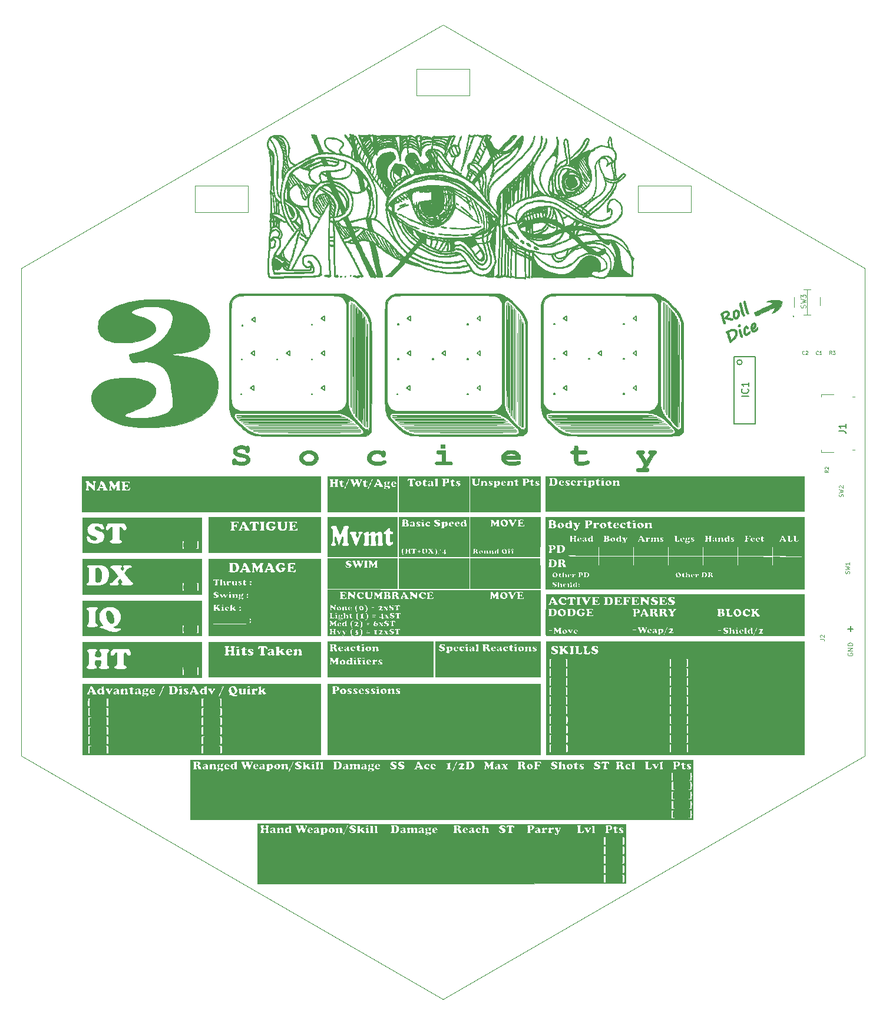
<source format=gbr>
G04 #@! TF.GenerationSoftware,KiCad,Pcbnew,(5.1.9)-1*
G04 #@! TF.CreationDate,2021-03-09T11:18:01-06:00*
G04 #@! TF.ProjectId,altbier_pcb_3d6,616c7462-6965-4725-9f70-63625f336436,2*
G04 #@! TF.SameCoordinates,Original*
G04 #@! TF.FileFunction,Legend,Top*
G04 #@! TF.FilePolarity,Positive*
%FSLAX46Y46*%
G04 Gerber Fmt 4.6, Leading zero omitted, Abs format (unit mm)*
G04 Created by KiCad (PCBNEW (5.1.9)-1) date 2021-03-09 11:18:01*
%MOMM*%
%LPD*%
G01*
G04 APERTURE LIST*
G04 #@! TA.AperFunction,Profile*
%ADD10C,0.100000*%
G04 #@! TD*
G04 #@! TA.AperFunction,Profile*
%ADD11C,0.050000*%
G04 #@! TD*
%ADD12C,0.010000*%
%ADD13C,0.150000*%
%ADD14C,0.120000*%
%ADD15C,0.100000*%
%ADD16C,0.200000*%
%ADD17C,0.080000*%
G04 APERTURE END LIST*
D10*
X111714600Y-49796200D02*
X111714600Y-45986200D01*
X119334600Y-49796200D02*
X111714600Y-49796200D01*
X111714600Y-45986200D02*
X119334600Y-45986200D01*
X119334600Y-45986200D02*
X119334600Y-49796200D01*
X175384600Y-49796200D02*
X175384600Y-45986200D01*
X183004600Y-49796200D02*
X175384600Y-49796200D01*
X175384600Y-45986200D02*
X183004600Y-45986200D01*
X183004600Y-45986200D02*
X183004600Y-49796200D01*
X151154600Y-29286200D02*
X151154600Y-33096200D01*
X143534600Y-29286200D02*
X151154600Y-29286200D01*
X143534600Y-33096200D02*
X143534600Y-29286200D01*
X151154600Y-33096200D02*
X143534600Y-33096200D01*
D11*
X86741000Y-57889000D02*
X147362778Y-22889000D01*
X147362778Y-162889000D02*
X207984556Y-127889000D01*
X207984556Y-57889000D02*
X147362778Y-22889000D01*
X147362778Y-162889000D02*
X86741000Y-127889000D01*
X86741000Y-57889000D02*
X86741000Y-127889000D01*
X207984556Y-57889000D02*
X207984556Y-127889000D01*
D12*
G04 #@! TO.C,3d6*
G36*
X147145859Y-137674391D02*
G01*
X173637373Y-137681270D01*
X173637373Y-146221162D01*
X147145859Y-146228041D01*
X120654346Y-146234920D01*
X120654346Y-145565203D01*
X170356495Y-145565203D01*
X170358600Y-145715069D01*
X170363138Y-145849774D01*
X170370088Y-145957950D01*
X170379432Y-146028229D01*
X170384916Y-146045457D01*
X170403268Y-146070436D01*
X170433275Y-146085707D01*
X170486203Y-146093037D01*
X170573319Y-146094189D01*
X170680105Y-146091706D01*
X170806641Y-146086415D01*
X170887177Y-146078431D01*
X170930622Y-146066114D01*
X170940831Y-146053879D01*
X172806319Y-146053879D01*
X172811692Y-146067065D01*
X172847654Y-146082449D01*
X172923222Y-146092591D01*
X173023341Y-146097558D01*
X173132954Y-146097415D01*
X173237006Y-146092226D01*
X173320440Y-146082057D01*
X173368202Y-146066973D01*
X173371016Y-146064643D01*
X173384260Y-146024400D01*
X173394418Y-145940309D01*
X173401541Y-145822917D01*
X173405680Y-145682768D01*
X173406887Y-145530408D01*
X173405214Y-145376383D01*
X173400712Y-145231236D01*
X173393434Y-145105515D01*
X173383430Y-145009764D01*
X173370752Y-144954528D01*
X173365544Y-144946592D01*
X173314069Y-144929976D01*
X173212603Y-144921925D01*
X173070355Y-144922636D01*
X172946354Y-144928128D01*
X172868255Y-144936490D01*
X172827052Y-144949444D01*
X172813741Y-144968713D01*
X172813589Y-144971757D01*
X172833665Y-145001222D01*
X172898460Y-145018025D01*
X172936706Y-145021703D01*
X173015717Y-145033725D01*
X173070155Y-145053724D01*
X173080447Y-145062892D01*
X173087670Y-145100535D01*
X173093846Y-145182655D01*
X173098486Y-145298813D01*
X173101100Y-145438569D01*
X173101493Y-145512120D01*
X173100028Y-145694406D01*
X173093801Y-145828291D01*
X173080697Y-145920229D01*
X173058601Y-145976675D01*
X173025397Y-146004082D01*
X172978971Y-146008905D01*
X172940624Y-146002971D01*
X172870944Y-146000662D01*
X172821206Y-146020101D01*
X172806319Y-146053879D01*
X170940831Y-146053879D01*
X170945885Y-146047823D01*
X170946346Y-146042676D01*
X170927724Y-146014292D01*
X170866615Y-145997881D01*
X170815913Y-145993117D01*
X170685481Y-145984748D01*
X170685481Y-145505712D01*
X170686464Y-145322553D01*
X170689685Y-145188595D01*
X170695549Y-145098151D01*
X170704461Y-145045533D01*
X170716826Y-145025054D01*
X170719805Y-145024310D01*
X170769354Y-145021472D01*
X170843621Y-145017757D01*
X170850238Y-145017445D01*
X170923061Y-145003757D01*
X170946346Y-144971757D01*
X170936274Y-144951942D01*
X170900134Y-144938435D01*
X170829036Y-144929609D01*
X170714090Y-144923836D01*
X170678316Y-144922705D01*
X170555294Y-144919596D01*
X170475986Y-144920593D01*
X170429214Y-144928104D01*
X170403797Y-144944536D01*
X170388559Y-144972296D01*
X170383127Y-144986276D01*
X170372782Y-145041451D01*
X170364966Y-145138298D01*
X170359659Y-145265450D01*
X170356842Y-145411540D01*
X170356495Y-145565203D01*
X120654346Y-145565203D01*
X120654346Y-144147973D01*
X170369697Y-144147973D01*
X170370292Y-144340330D01*
X170372408Y-144484718D01*
X170376540Y-144588078D01*
X170383183Y-144657352D01*
X170392832Y-144699479D01*
X170405984Y-144721401D01*
X170410886Y-144725203D01*
X170457591Y-144737505D01*
X170541900Y-144746157D01*
X170646600Y-144750814D01*
X170754476Y-144751126D01*
X170848313Y-144746746D01*
X170910896Y-144737327D01*
X170916641Y-144735413D01*
X170960850Y-144705747D01*
X170956293Y-144675107D01*
X170908624Y-144649899D01*
X170829643Y-144636883D01*
X170699211Y-144628513D01*
X170699211Y-143667432D01*
X170829643Y-143659063D01*
X170912651Y-143644787D01*
X170943544Y-143627209D01*
X172799859Y-143627209D01*
X172824552Y-143642347D01*
X172887663Y-143651937D01*
X172936633Y-143653703D01*
X172994175Y-143654541D01*
X173036833Y-143661782D01*
X173066665Y-143682511D01*
X173085727Y-143723818D01*
X173096077Y-143792787D01*
X173099772Y-143896508D01*
X173098870Y-144042066D01*
X173096044Y-144202892D01*
X173088184Y-144628513D01*
X172978346Y-144636339D01*
X172873607Y-144647104D01*
X172819260Y-144662318D01*
X172810814Y-144684457D01*
X172839432Y-144712853D01*
X172900488Y-144736259D01*
X172995070Y-144749922D01*
X173105741Y-144753975D01*
X173215068Y-144748546D01*
X173305614Y-144733769D01*
X173359946Y-144709774D01*
X173360817Y-144708930D01*
X173376295Y-144685603D01*
X173387684Y-144646025D01*
X173395565Y-144582655D01*
X173400518Y-144487953D01*
X173403122Y-144354377D01*
X173403958Y-144174387D01*
X173403967Y-144147973D01*
X173403797Y-143951140D01*
X173401109Y-143802470D01*
X173392640Y-143695211D01*
X173375125Y-143622614D01*
X173345301Y-143577927D01*
X173299903Y-143554399D01*
X173235667Y-143545279D01*
X173149328Y-143543817D01*
X173111877Y-143543865D01*
X172963280Y-143550902D01*
X172860733Y-143571476D01*
X172807264Y-143604778D01*
X172799859Y-143627209D01*
X170943544Y-143627209D01*
X170957858Y-143619065D01*
X170959610Y-143588302D01*
X170916641Y-143560532D01*
X170860376Y-143550309D01*
X170770217Y-143545179D01*
X170663378Y-143544793D01*
X170557072Y-143548806D01*
X170468516Y-143556868D01*
X170414923Y-143568632D01*
X170410886Y-143570743D01*
X170396540Y-143587777D01*
X170385850Y-143622849D01*
X170378322Y-143682900D01*
X170373459Y-143774870D01*
X170370767Y-143905700D01*
X170369750Y-144082332D01*
X170369697Y-144147973D01*
X120654346Y-144147973D01*
X120654346Y-142855774D01*
X170356884Y-142855774D01*
X170359278Y-143005748D01*
X170364184Y-143138580D01*
X170371598Y-143242270D01*
X170381515Y-143304817D01*
X170383127Y-143309670D01*
X170397429Y-143342352D01*
X170417672Y-143362794D01*
X170455036Y-143373403D01*
X170520697Y-143376585D01*
X170625836Y-143374750D01*
X170678316Y-143373241D01*
X170805330Y-143367967D01*
X170886325Y-143360038D01*
X170930189Y-143347825D01*
X170935839Y-143341270D01*
X172808179Y-143341270D01*
X172811692Y-143348579D01*
X172847654Y-143363962D01*
X172923222Y-143374105D01*
X173023341Y-143379072D01*
X173132954Y-143378928D01*
X173237006Y-143373739D01*
X173320440Y-143363570D01*
X173368202Y-143348486D01*
X173371016Y-143346157D01*
X173383906Y-143312523D01*
X173393414Y-143238395D01*
X173399767Y-143119968D01*
X173403189Y-142953437D01*
X173403967Y-142788730D01*
X173402664Y-142582269D01*
X173398604Y-142426864D01*
X173391563Y-142318709D01*
X173381315Y-142254000D01*
X173371016Y-142231303D01*
X173329025Y-142215581D01*
X173249395Y-142204767D01*
X173147181Y-142198924D01*
X173037439Y-142198117D01*
X172935226Y-142202413D01*
X172855597Y-142211876D01*
X172813607Y-142226572D01*
X172811692Y-142228881D01*
X172812515Y-142265696D01*
X172857153Y-142292328D01*
X172934686Y-142303076D01*
X172953295Y-142302813D01*
X173023905Y-142306493D01*
X173070139Y-142319252D01*
X173083583Y-142350839D01*
X173093218Y-142428360D01*
X173099225Y-142554526D01*
X173101788Y-142732050D01*
X173101913Y-142791030D01*
X173101719Y-142957945D01*
X173100380Y-143078188D01*
X173096761Y-143160004D01*
X173089725Y-143211641D01*
X173078138Y-143241345D01*
X173060863Y-143257362D01*
X173036766Y-143267939D01*
X173036212Y-143268150D01*
X172965104Y-143283064D01*
X172919509Y-143280843D01*
X172860807Y-143281585D01*
X172817726Y-143305480D01*
X172808179Y-143341270D01*
X170935839Y-143341270D01*
X170945811Y-143329702D01*
X170946346Y-143324189D01*
X170940299Y-143299978D01*
X170914269Y-143285415D01*
X170856419Y-143277182D01*
X170760994Y-143272189D01*
X170685481Y-143269270D01*
X170685481Y-142788730D01*
X170686596Y-142632911D01*
X170689691Y-142497834D01*
X170694388Y-142392358D01*
X170700310Y-142325343D01*
X170706076Y-142305228D01*
X170745018Y-142302288D01*
X170814073Y-142298897D01*
X170827356Y-142298364D01*
X170916450Y-142287353D01*
X170954448Y-142262348D01*
X170947475Y-142227638D01*
X170912016Y-142213665D01*
X170831427Y-142203684D01*
X170715417Y-142198716D01*
X170669451Y-142198351D01*
X170548451Y-142199004D01*
X170470967Y-142202831D01*
X170425600Y-142212631D01*
X170400948Y-142231207D01*
X170385610Y-142261358D01*
X170382747Y-142268788D01*
X170372515Y-142324466D01*
X170364817Y-142423004D01*
X170359649Y-142552401D01*
X170357006Y-142700658D01*
X170356884Y-142855774D01*
X120654346Y-142855774D01*
X120654346Y-141462987D01*
X170356460Y-141462987D01*
X170358090Y-141614095D01*
X170362156Y-141751941D01*
X170368674Y-141865171D01*
X170377656Y-141942430D01*
X170383127Y-141964156D01*
X170397429Y-141996839D01*
X170417672Y-142017281D01*
X170455036Y-142027889D01*
X170520697Y-142031072D01*
X170625836Y-142029236D01*
X170678316Y-142027728D01*
X170805330Y-142022454D01*
X170886325Y-142014524D01*
X170930189Y-142002311D01*
X170932561Y-141999559D01*
X172809709Y-141999559D01*
X172811692Y-142003065D01*
X172847654Y-142018449D01*
X172923222Y-142028591D01*
X173023341Y-142033558D01*
X173132954Y-142033415D01*
X173237006Y-142028226D01*
X173320440Y-142018057D01*
X173368202Y-142002973D01*
X173371016Y-142000643D01*
X173383906Y-141967010D01*
X173393414Y-141892882D01*
X173399767Y-141774455D01*
X173403189Y-141607923D01*
X173403967Y-141443216D01*
X173402664Y-141236756D01*
X173398604Y-141081350D01*
X173391563Y-140973196D01*
X173381315Y-140908486D01*
X173371016Y-140885789D01*
X173329025Y-140870068D01*
X173249395Y-140859253D01*
X173147181Y-140853410D01*
X173037439Y-140852604D01*
X172935226Y-140856900D01*
X172855597Y-140866363D01*
X172813607Y-140881058D01*
X172811692Y-140883367D01*
X172812021Y-140920569D01*
X172852038Y-140947087D01*
X172916559Y-140954580D01*
X172936864Y-140952147D01*
X173009506Y-140952835D01*
X173053567Y-140966193D01*
X173071643Y-140980952D01*
X173084606Y-141008286D01*
X173093286Y-141056354D01*
X173098509Y-141133313D01*
X173101104Y-141247320D01*
X173101898Y-141406533D01*
X173101913Y-141442562D01*
X173100103Y-141630833D01*
X173094791Y-141773365D01*
X173086161Y-141867250D01*
X173074393Y-141909581D01*
X173072633Y-141911152D01*
X173026407Y-141923786D01*
X172955323Y-141929243D01*
X172953108Y-141929249D01*
X172864966Y-141938466D01*
X172814475Y-141963307D01*
X172809709Y-141999559D01*
X170932561Y-141999559D01*
X170945811Y-141984189D01*
X170946346Y-141978676D01*
X170922362Y-141946343D01*
X170850238Y-141932987D01*
X170775247Y-141929270D01*
X170722362Y-141926293D01*
X170719805Y-141926122D01*
X170706705Y-141911508D01*
X170697131Y-141865944D01*
X170690678Y-141783749D01*
X170686944Y-141659240D01*
X170685523Y-141486736D01*
X170685481Y-141443216D01*
X170686465Y-141259613D01*
X170689686Y-141125223D01*
X170695547Y-141034370D01*
X170704451Y-140981378D01*
X170716801Y-140960572D01*
X170719805Y-140959766D01*
X170772959Y-140958730D01*
X170822778Y-140960122D01*
X170895683Y-140952013D01*
X170943048Y-140925547D01*
X170951194Y-140889091D01*
X170948243Y-140883367D01*
X170911142Y-140867944D01*
X170826487Y-140857552D01*
X170701477Y-140852983D01*
X170671097Y-140852838D01*
X170548144Y-140854097D01*
X170468710Y-140859280D01*
X170421422Y-140870492D01*
X170394909Y-140889841D01*
X170384393Y-140905951D01*
X170374041Y-140953042D01*
X170366058Y-141043645D01*
X170360457Y-141166407D01*
X170357254Y-141309973D01*
X170356460Y-141462987D01*
X120654346Y-141462987D01*
X120654346Y-140083973D01*
X170369697Y-140083973D01*
X170370292Y-140276330D01*
X170372408Y-140420718D01*
X170376540Y-140524078D01*
X170383183Y-140593352D01*
X170392832Y-140635479D01*
X170405984Y-140657401D01*
X170410886Y-140661203D01*
X170457591Y-140673505D01*
X170541900Y-140682157D01*
X170646600Y-140686814D01*
X170754476Y-140687126D01*
X170848313Y-140682746D01*
X170910896Y-140673327D01*
X170916641Y-140671413D01*
X170960850Y-140641747D01*
X170956293Y-140611107D01*
X170908624Y-140585899D01*
X170829643Y-140572883D01*
X170699211Y-140564513D01*
X170699211Y-139603432D01*
X170829643Y-139595063D01*
X170912651Y-139580787D01*
X170946066Y-139561774D01*
X172799859Y-139561774D01*
X172824640Y-139577205D01*
X172888290Y-139589965D01*
X172944022Y-139595132D01*
X173088184Y-139603432D01*
X173096044Y-140029054D01*
X173099144Y-140215462D01*
X173099351Y-140354049D01*
X173094805Y-140451903D01*
X173083646Y-140516112D01*
X173064015Y-140553765D01*
X173034054Y-140571949D01*
X172991902Y-140577752D01*
X172951984Y-140578243D01*
X172862797Y-140585682D01*
X172816687Y-140605761D01*
X172818052Y-140635124D01*
X172847336Y-140658099D01*
X172909398Y-140676886D01*
X173003750Y-140686761D01*
X173113176Y-140688165D01*
X173220458Y-140681540D01*
X173308381Y-140667327D01*
X173359726Y-140645968D01*
X173360817Y-140644930D01*
X173376295Y-140621603D01*
X173387684Y-140582025D01*
X173395565Y-140518655D01*
X173400518Y-140423953D01*
X173403122Y-140290377D01*
X173403958Y-140110387D01*
X173403967Y-140083973D01*
X173403797Y-139887140D01*
X173401109Y-139738470D01*
X173392640Y-139631211D01*
X173375125Y-139558614D01*
X173345301Y-139513927D01*
X173299903Y-139490399D01*
X173235667Y-139481279D01*
X173149328Y-139479817D01*
X173111877Y-139479865D01*
X172964945Y-139486773D01*
X172862398Y-139506848D01*
X172807953Y-139539112D01*
X172799859Y-139561774D01*
X170946066Y-139561774D01*
X170957858Y-139555065D01*
X170959610Y-139524302D01*
X170916641Y-139496532D01*
X170860376Y-139486309D01*
X170770217Y-139481179D01*
X170663378Y-139480793D01*
X170557072Y-139484806D01*
X170468516Y-139492868D01*
X170414923Y-139504632D01*
X170410886Y-139506743D01*
X170396540Y-139523777D01*
X170385850Y-139558849D01*
X170378322Y-139618900D01*
X170373459Y-139710870D01*
X170370767Y-139841700D01*
X170369750Y-140018332D01*
X170369697Y-140083973D01*
X120654346Y-140083973D01*
X120654346Y-137924069D01*
X121043477Y-137924069D01*
X121056804Y-137978097D01*
X121091197Y-138014869D01*
X121114826Y-138035270D01*
X121130923Y-138063995D01*
X121140917Y-138110898D01*
X121146239Y-138185833D01*
X121148321Y-138298654D01*
X121148616Y-138410270D01*
X121147958Y-138557028D01*
X121145074Y-138658541D01*
X121138601Y-138724480D01*
X121127176Y-138764511D01*
X121109436Y-138788304D01*
X121093697Y-138799751D01*
X121046886Y-138852284D01*
X121046140Y-138911215D01*
X121086832Y-138955936D01*
X121144815Y-138972232D01*
X121238439Y-138981580D01*
X121348850Y-138983868D01*
X121457199Y-138978984D01*
X121544632Y-138966817D01*
X121572450Y-138958815D01*
X121630395Y-138918613D01*
X121635998Y-138863212D01*
X121589096Y-138794533D01*
X121586462Y-138791873D01*
X121547328Y-138733001D01*
X121536880Y-138652519D01*
X121538408Y-138620579D01*
X121547184Y-138547417D01*
X121569985Y-138511110D01*
X121622856Y-138493629D01*
X121656616Y-138487773D01*
X121763297Y-138480281D01*
X121826806Y-138502937D01*
X121852274Y-138559760D01*
X121847907Y-138637557D01*
X121828160Y-138719871D01*
X121802271Y-138782845D01*
X121795101Y-138793378D01*
X121749136Y-138858288D01*
X121741818Y-138903255D01*
X121768163Y-138942192D01*
X121817658Y-138964147D01*
X121904160Y-138979067D01*
X122010781Y-138986617D01*
X122120633Y-138986464D01*
X122216828Y-138978272D01*
X122282477Y-138961708D01*
X122296422Y-138952643D01*
X122327583Y-138890785D01*
X122306611Y-138829060D01*
X122281319Y-138805318D01*
X122261590Y-138784615D01*
X122251081Y-138757589D01*
X122415604Y-138757589D01*
X122431357Y-138849024D01*
X122479152Y-138918194D01*
X122562054Y-138966846D01*
X122672910Y-138987159D01*
X122791570Y-138977289D01*
X122864285Y-138953388D01*
X122925440Y-138934925D01*
X122965130Y-138951398D01*
X122967177Y-138953388D01*
X123021314Y-138977057D01*
X123102169Y-138983612D01*
X123184369Y-138973333D01*
X123237915Y-138950397D01*
X123286345Y-138898761D01*
X123312544Y-138858618D01*
X123328095Y-138807082D01*
X123302207Y-138763373D01*
X123289570Y-138751389D01*
X123260437Y-138715040D01*
X123243819Y-138662304D01*
X123236624Y-138578770D01*
X123235535Y-138499487D01*
X123233637Y-138391699D01*
X123225079Y-138322682D01*
X123219559Y-138309574D01*
X123378261Y-138309574D01*
X123412748Y-138351748D01*
X123424727Y-138364536D01*
X123460009Y-138408002D01*
X123477784Y-138453902D01*
X123481636Y-138519923D01*
X123475739Y-138616418D01*
X123463900Y-138714178D01*
X123447288Y-138791187D01*
X123430710Y-138828863D01*
X123403555Y-138881794D01*
X123407216Y-138937418D01*
X123434616Y-138967409D01*
X123489484Y-138977624D01*
X123576654Y-138982344D01*
X123677241Y-138981927D01*
X123772360Y-138976732D01*
X123843125Y-138967116D01*
X123866296Y-138959214D01*
X123890694Y-138932797D01*
X123888599Y-138888939D01*
X123873161Y-138840983D01*
X123850086Y-138742814D01*
X123840869Y-138628551D01*
X123845789Y-138520399D01*
X123865123Y-138440564D01*
X123868069Y-138434600D01*
X123916132Y-138388344D01*
X123973605Y-138387633D01*
X124022273Y-138430549D01*
X124032539Y-138451923D01*
X124055598Y-138561950D01*
X124054785Y-138687317D01*
X124031197Y-138799980D01*
X124017669Y-138831403D01*
X123991918Y-138899804D01*
X124002161Y-138945478D01*
X124053211Y-138971553D01*
X124149884Y-138981159D01*
X124246041Y-138979808D01*
X124361611Y-138972136D01*
X124433504Y-138958301D01*
X124472845Y-138935727D01*
X124480900Y-138925418D01*
X124493467Y-138876710D01*
X124463191Y-138827148D01*
X124435412Y-138778067D01*
X124420591Y-138699857D01*
X124416292Y-138582503D01*
X124413596Y-138513668D01*
X124538600Y-138513668D01*
X124546181Y-138653544D01*
X124599928Y-138789811D01*
X124693351Y-138905519D01*
X124764318Y-138959408D01*
X124840242Y-138982241D01*
X124907356Y-138985595D01*
X125001765Y-138976190D01*
X125079949Y-138952358D01*
X125096877Y-138942702D01*
X125142675Y-138915101D01*
X125164755Y-138921959D01*
X125174573Y-138942702D01*
X125211495Y-138971581D01*
X125282649Y-138984141D01*
X125372016Y-138982375D01*
X125463579Y-138968274D01*
X125541321Y-138943831D01*
X125589224Y-138911037D01*
X125597049Y-138890162D01*
X125577797Y-138844318D01*
X125556496Y-138821366D01*
X125540887Y-138797764D01*
X125529128Y-138751602D01*
X125520526Y-138675617D01*
X125514389Y-138562547D01*
X125510027Y-138405129D01*
X125508442Y-138316868D01*
X125502127Y-137920488D01*
X126060027Y-137920488D01*
X126079614Y-137981333D01*
X126114770Y-138020112D01*
X126143955Y-138062896D01*
X126185674Y-138145573D01*
X126234335Y-138256195D01*
X126283853Y-138381486D01*
X126356140Y-138573417D01*
X126413005Y-138719844D01*
X126457762Y-138826888D01*
X126493725Y-138900668D01*
X126524207Y-138947305D01*
X126552522Y-138972920D01*
X126581983Y-138983633D01*
X126610904Y-138985595D01*
X126693293Y-138964681D01*
X126732552Y-138923811D01*
X126760966Y-138868379D01*
X126800326Y-138779443D01*
X126842685Y-138675065D01*
X126847653Y-138662201D01*
X126887217Y-138569436D01*
X126923469Y-138502316D01*
X126949856Y-138472541D01*
X126954029Y-138472264D01*
X126977514Y-138500600D01*
X127014398Y-138567560D01*
X127058032Y-138660638D01*
X127074099Y-138698100D01*
X127128861Y-138824914D01*
X127170858Y-138908454D01*
X127206524Y-138956903D01*
X127242291Y-138978442D01*
X127284591Y-138981251D01*
X127295842Y-138980118D01*
X127334891Y-138969114D01*
X127371319Y-138941667D01*
X127408735Y-138891346D01*
X127450751Y-138811723D01*
X127500976Y-138696368D01*
X127540799Y-138595269D01*
X127791507Y-138595269D01*
X127817277Y-138723037D01*
X127887920Y-138843464D01*
X127935358Y-138892856D01*
X127994190Y-138939315D01*
X128040940Y-138966202D01*
X128125047Y-138981365D01*
X128237467Y-138982625D01*
X128353785Y-138971426D01*
X128449582Y-138949211D01*
X128470226Y-138940826D01*
X128551382Y-138889092D01*
X128597911Y-138833876D01*
X128609746Y-138785010D01*
X128587445Y-138753214D01*
X128689322Y-138753214D01*
X128698347Y-138830306D01*
X128743695Y-138917200D01*
X128805504Y-138964381D01*
X128896790Y-138978696D01*
X128971953Y-138974274D01*
X129067858Y-138965187D01*
X129148114Y-138959044D01*
X129180508Y-138957531D01*
X129243215Y-138961063D01*
X129327945Y-138970842D01*
X129345557Y-138973404D01*
X129433066Y-138977589D01*
X129500004Y-138952927D01*
X129530908Y-138930940D01*
X129586851Y-138869229D01*
X129604669Y-138809540D01*
X129581796Y-138765060D01*
X129564940Y-138755989D01*
X129540788Y-138730483D01*
X129527766Y-138670683D01*
X129523754Y-138566643D01*
X129523751Y-138562622D01*
X129517256Y-138419874D01*
X129496645Y-138327594D01*
X129661049Y-138327594D01*
X129684047Y-138383542D01*
X129715967Y-138400990D01*
X129740711Y-138411772D01*
X129756680Y-138435413D01*
X129765769Y-138482206D01*
X129769872Y-138562441D01*
X129770882Y-138686413D01*
X129770886Y-138699403D01*
X129769779Y-138829913D01*
X129765088Y-138917432D01*
X129754756Y-138973868D01*
X129736728Y-139011128D01*
X129712440Y-139037907D01*
X129672689Y-139098326D01*
X129682110Y-139153661D01*
X129734970Y-139200181D01*
X129825538Y-139234155D01*
X129948083Y-139251852D01*
X130042614Y-139252843D01*
X130150471Y-139244505D01*
X130158263Y-139242421D01*
X132910028Y-139242421D01*
X132910683Y-139245127D01*
X132948858Y-139277472D01*
X133004999Y-139287649D01*
X133036219Y-139284983D01*
X133062941Y-139271949D01*
X133089946Y-139240989D01*
X133122017Y-139184546D01*
X133162935Y-139097200D01*
X144736292Y-139097200D01*
X144750271Y-139164456D01*
X144800937Y-139216988D01*
X144825535Y-139233031D01*
X144919524Y-139268020D01*
X145047413Y-139286529D01*
X145190696Y-139288498D01*
X145330868Y-139273866D01*
X145449423Y-139242575D01*
X145467194Y-139235098D01*
X145548086Y-139188649D01*
X145612337Y-139135214D01*
X145625086Y-139119753D01*
X145664770Y-139023492D01*
X145663298Y-138921405D01*
X145621817Y-138833793D01*
X145608130Y-138819133D01*
X145573356Y-138790780D01*
X145533816Y-138774844D01*
X145475629Y-138769388D01*
X145384914Y-138772479D01*
X145310010Y-138777564D01*
X145186136Y-138784310D01*
X145106233Y-138782297D01*
X145059934Y-138770736D01*
X145042519Y-138757217D01*
X145023732Y-138719172D01*
X145047237Y-138695942D01*
X145117654Y-138685104D01*
X145182935Y-138683540D01*
X145329938Y-138666178D01*
X145451259Y-138617793D01*
X145538671Y-138543942D01*
X145547290Y-138526093D01*
X145712447Y-138526093D01*
X145715443Y-138658435D01*
X145759842Y-138783464D01*
X145846384Y-138890181D01*
X145895429Y-138926868D01*
X146008715Y-138972360D01*
X146145296Y-138988251D01*
X146282996Y-138974713D01*
X146399640Y-138931916D01*
X146414123Y-138922867D01*
X146440039Y-138899716D01*
X148772832Y-138899716D01*
X148798980Y-138941744D01*
X148876011Y-138968883D01*
X149001803Y-138980625D01*
X149106578Y-138979836D01*
X149243857Y-138969694D01*
X149330254Y-138949128D01*
X149369265Y-138915388D01*
X149364390Y-138865723D01*
X149326640Y-138806743D01*
X149285494Y-138732330D01*
X149267386Y-138652636D01*
X149269878Y-138579014D01*
X149290533Y-138522818D01*
X149326913Y-138495404D01*
X149376578Y-138508124D01*
X149388809Y-138517239D01*
X149415629Y-138558354D01*
X149449581Y-138636098D01*
X149483547Y-138734064D01*
X149485191Y-138739437D01*
X149523624Y-138850719D01*
X149561179Y-138920824D01*
X149605383Y-138962845D01*
X149617834Y-138970215D01*
X149725390Y-139004242D01*
X149849822Y-139009002D01*
X149960911Y-138983479D01*
X149964516Y-138981875D01*
X150033221Y-138933917D01*
X150047968Y-138878509D01*
X150008346Y-138817746D01*
X149998494Y-138808980D01*
X149943732Y-138735658D01*
X149913242Y-138646148D01*
X149875019Y-138541206D01*
X149867066Y-138530755D01*
X150078238Y-138530755D01*
X150085369Y-138664766D01*
X150135718Y-138791886D01*
X150229846Y-138901334D01*
X150272257Y-138932826D01*
X150374995Y-138973789D01*
X150503730Y-138988255D01*
X150636595Y-138976651D01*
X150751723Y-138939408D01*
X150780177Y-138922867D01*
X150843705Y-138866117D01*
X150880221Y-138806384D01*
X150882735Y-138795642D01*
X150882871Y-138783004D01*
X150969589Y-138783004D01*
X150994650Y-138870713D01*
X151062305Y-138938963D01*
X151161263Y-138978896D01*
X151227914Y-138985595D01*
X151321779Y-138978331D01*
X151404309Y-138960221D01*
X151422123Y-138953388D01*
X151483278Y-138934925D01*
X151522968Y-138951398D01*
X151525015Y-138953388D01*
X151588910Y-138983258D01*
X151676898Y-138985280D01*
X151767272Y-138961914D01*
X151835810Y-138918194D01*
X151888735Y-138855486D01*
X151897572Y-138806593D01*
X151863521Y-138754259D01*
X151848292Y-138738459D01*
X151817746Y-138696804D01*
X151800786Y-138638522D01*
X151798772Y-138611680D01*
X151961703Y-138611680D01*
X151998363Y-138744603D01*
X152074849Y-138860962D01*
X152147542Y-138923263D01*
X152258994Y-138970178D01*
X152394816Y-138988091D01*
X152532555Y-138976702D01*
X152649760Y-138935710D01*
X152659245Y-138930120D01*
X152676642Y-138916334D01*
X152844246Y-138916334D01*
X152871524Y-138943012D01*
X152878392Y-138948072D01*
X152937465Y-138970527D01*
X153028387Y-138983415D01*
X153133647Y-138986870D01*
X153235734Y-138981026D01*
X153317138Y-138966016D01*
X153358562Y-138944405D01*
X153378570Y-138899390D01*
X153360136Y-138863923D01*
X153334583Y-138804966D01*
X153317484Y-138712538D01*
X153310507Y-138607670D01*
X153315322Y-138511390D01*
X153327854Y-138457000D01*
X153370952Y-138398124D01*
X153427206Y-138382638D01*
X153480135Y-138412752D01*
X153494893Y-138434600D01*
X153514073Y-138504189D01*
X153522094Y-138605446D01*
X153519180Y-138716314D01*
X153505554Y-138814735D01*
X153490556Y-138862701D01*
X153471854Y-138919217D01*
X153485711Y-138951164D01*
X153497421Y-138959681D01*
X153551886Y-138975200D01*
X153641050Y-138983196D01*
X153745234Y-138983826D01*
X153844756Y-138977247D01*
X153919937Y-138963614D01*
X153938885Y-138956168D01*
X153975233Y-138931060D01*
X153974450Y-138900750D01*
X153950063Y-138859886D01*
X153923079Y-138788569D01*
X153901854Y-138668740D01*
X153899399Y-138642351D01*
X155314413Y-138642351D01*
X155327454Y-138755346D01*
X155379946Y-138857657D01*
X155461220Y-138931654D01*
X155500400Y-138949720D01*
X155598732Y-138970832D01*
X155725752Y-138981481D01*
X155861386Y-138981724D01*
X155985562Y-138971614D01*
X156078207Y-138951204D01*
X156086077Y-138948139D01*
X156179067Y-138889442D01*
X156265268Y-138802173D01*
X156326672Y-138706279D01*
X156341523Y-138665207D01*
X156344336Y-138570954D01*
X156317279Y-138467358D01*
X156268639Y-138377996D01*
X156225921Y-138336360D01*
X156163600Y-138303146D01*
X156071248Y-138262423D01*
X155987545Y-138229957D01*
X155863716Y-138176727D01*
X155794513Y-138126390D01*
X155779731Y-138078726D01*
X155811206Y-138039093D01*
X155883049Y-138017486D01*
X155973647Y-138035861D01*
X156068854Y-138090226D01*
X156106342Y-138122379D01*
X156184878Y-138175404D01*
X156251434Y-138182675D01*
X156299402Y-138153090D01*
X156300869Y-138149381D01*
X156413495Y-138149381D01*
X156426203Y-138186888D01*
X156477320Y-138232884D01*
X156541011Y-138226825D01*
X156618669Y-138168454D01*
X156638896Y-138147336D01*
X156697424Y-138092638D01*
X156744746Y-138064476D01*
X156761344Y-138064349D01*
X156774002Y-138098280D01*
X156783373Y-138173423D01*
X156789192Y-138276153D01*
X156791195Y-138392846D01*
X156789116Y-138509878D01*
X156782691Y-138613624D01*
X156773359Y-138682476D01*
X156736187Y-138764460D01*
X156690980Y-138800154D01*
X156638479Y-138845165D01*
X156630939Y-138900189D01*
X156668691Y-138947554D01*
X156688022Y-138957279D01*
X156750851Y-138970783D01*
X156848948Y-138979356D01*
X156965924Y-138983002D01*
X157085389Y-138981722D01*
X157190954Y-138975521D01*
X157266229Y-138964401D01*
X157287070Y-138957169D01*
X157333514Y-138910695D01*
X157328425Y-138852704D01*
X157272346Y-138789113D01*
X157271535Y-138788472D01*
X157242390Y-138763004D01*
X157222930Y-138733890D01*
X157211203Y-138690325D01*
X157205257Y-138621504D01*
X157203138Y-138516623D01*
X157202886Y-138408573D01*
X157205609Y-138246282D01*
X157213654Y-138133776D01*
X157226839Y-138073082D01*
X157233972Y-138063461D01*
X157268950Y-138071325D01*
X157322627Y-138115552D01*
X157352540Y-138148451D01*
X157411902Y-138211852D01*
X157458116Y-138237936D01*
X157507585Y-138235675D01*
X157510642Y-138234928D01*
X157576644Y-138201090D01*
X157602804Y-138138677D01*
X157591616Y-138041014D01*
X157588147Y-138027589D01*
X157568456Y-137957448D01*
X157547288Y-137905735D01*
X157544821Y-137902830D01*
X159350332Y-137902830D01*
X159365489Y-137959035D01*
X159412116Y-137991485D01*
X159482022Y-138023336D01*
X159482022Y-138407391D01*
X159481481Y-138560462D01*
X159479051Y-138667739D01*
X159473521Y-138738342D01*
X159463678Y-138781392D01*
X159448312Y-138806008D01*
X159427103Y-138820838D01*
X159379308Y-138867240D01*
X159381908Y-138919455D01*
X159420238Y-138955936D01*
X159476898Y-138971680D01*
X159569538Y-138981046D01*
X159679583Y-138983990D01*
X159788461Y-138980464D01*
X159877598Y-138970425D01*
X159923178Y-138957169D01*
X159969863Y-138911127D01*
X159965181Y-138859320D01*
X159921373Y-138820838D01*
X159884037Y-138785300D01*
X159876708Y-138755660D01*
X160470562Y-138755660D01*
X160484890Y-138816224D01*
X160519226Y-138887680D01*
X160560597Y-138946395D01*
X160586687Y-138967216D01*
X160659721Y-138980990D01*
X160759028Y-138982062D01*
X160857726Y-138971534D01*
X160923096Y-138953388D01*
X160984251Y-138934925D01*
X161023941Y-138951398D01*
X161025988Y-138953388D01*
X161089883Y-138983258D01*
X161177871Y-138985280D01*
X161268245Y-138961914D01*
X161336783Y-138918194D01*
X161351106Y-138901223D01*
X161448144Y-138901223D01*
X161475840Y-138943490D01*
X161528488Y-138967651D01*
X161616916Y-138981419D01*
X161725515Y-138985381D01*
X161838674Y-138980126D01*
X161940784Y-138966243D01*
X162016235Y-138944321D01*
X162046573Y-138921964D01*
X162054275Y-138898052D01*
X162386202Y-138898052D01*
X162409461Y-138943490D01*
X162462109Y-138967651D01*
X162550538Y-138981419D01*
X162659136Y-138985381D01*
X162772296Y-138980126D01*
X162874406Y-138966243D01*
X162949857Y-138944321D01*
X162980194Y-138921964D01*
X162993283Y-138881335D01*
X162970252Y-138842135D01*
X162935049Y-138811095D01*
X162891037Y-138768618D01*
X162868350Y-138720125D01*
X162860236Y-138646141D01*
X162859535Y-138593266D01*
X162862131Y-138508740D01*
X162868848Y-138451791D01*
X162875893Y-138436405D01*
X162908632Y-138449049D01*
X162965455Y-138479656D01*
X162968504Y-138481449D01*
X163061201Y-138511556D01*
X163144983Y-138497383D01*
X163211725Y-138449564D01*
X163253301Y-138378733D01*
X163261587Y-138295523D01*
X163249496Y-138264517D01*
X163302723Y-138264517D01*
X163327210Y-138304845D01*
X163359384Y-138333748D01*
X163400301Y-138382870D01*
X163452470Y-138466990D01*
X163510410Y-138574380D01*
X163568642Y-138693311D01*
X163621686Y-138812054D01*
X163664060Y-138918880D01*
X163690286Y-139002061D01*
X163694883Y-139049868D01*
X163694499Y-139050984D01*
X163662789Y-139091491D01*
X163624140Y-139081996D01*
X163586796Y-139025277D01*
X163581886Y-139013054D01*
X163547268Y-138952613D01*
X163494011Y-138931600D01*
X163471520Y-138930676D01*
X163386095Y-138947416D01*
X163339274Y-139000905D01*
X163326346Y-139085637D01*
X163346407Y-139173482D01*
X163387375Y-139217443D01*
X163470007Y-139249278D01*
X163579172Y-139258567D01*
X163691285Y-139245222D01*
X163765993Y-139218847D01*
X163833896Y-139166474D01*
X163900995Y-139077587D01*
X163970295Y-138947019D01*
X164044797Y-138769600D01*
X164077025Y-138683540D01*
X164119497Y-138567552D01*
X164156645Y-138467016D01*
X164183340Y-138395772D01*
X164192335Y-138372518D01*
X164232629Y-138324012D01*
X164277442Y-138297684D01*
X164326718Y-138259113D01*
X164341338Y-138207020D01*
X164318286Y-138162016D01*
X164298911Y-138151019D01*
X164207351Y-138134792D01*
X164105828Y-138143135D01*
X164024307Y-138173409D01*
X164021294Y-138175451D01*
X163982438Y-138211805D01*
X163979461Y-138255417D01*
X163993014Y-138297083D01*
X164009141Y-138380241D01*
X163988164Y-138454975D01*
X163952916Y-138532335D01*
X163897971Y-138464481D01*
X163860021Y-138396473D01*
X163856501Y-138314939D01*
X163859437Y-138293998D01*
X163861154Y-138218126D01*
X163832362Y-138169801D01*
X163765910Y-138144270D01*
X163654649Y-138136784D01*
X163623340Y-138137088D01*
X163482974Y-138146038D01*
X163387795Y-138168303D01*
X163329155Y-138206337D01*
X163315215Y-138224535D01*
X163302723Y-138264517D01*
X163249496Y-138264517D01*
X163228457Y-138210568D01*
X163200776Y-138177461D01*
X163126780Y-138138720D01*
X163037654Y-138147677D01*
X162956646Y-138193387D01*
X162902757Y-138229912D01*
X162871905Y-138230582D01*
X162857256Y-138213982D01*
X162835335Y-138166400D01*
X162832496Y-138151213D01*
X162808360Y-138139030D01*
X162746838Y-138140067D01*
X162663247Y-138152101D01*
X162572906Y-138172911D01*
X162491131Y-138200274D01*
X162489391Y-138200997D01*
X162423300Y-138244505D01*
X162391797Y-138297429D01*
X162399353Y-138346015D01*
X162433913Y-138371556D01*
X162457396Y-138395899D01*
X162470419Y-138453059D01*
X162475014Y-138553069D01*
X162475103Y-138575020D01*
X162471378Y-138671631D01*
X162461610Y-138745048D01*
X162447906Y-138779484D01*
X162447791Y-138779557D01*
X162397207Y-138833804D01*
X162386202Y-138898052D01*
X162054275Y-138898052D01*
X162059661Y-138881335D01*
X162036630Y-138842135D01*
X162001427Y-138811095D01*
X161957415Y-138768618D01*
X161934728Y-138720125D01*
X161926615Y-138646141D01*
X161925913Y-138593266D01*
X161928509Y-138508740D01*
X161935227Y-138451791D01*
X161942271Y-138436405D01*
X161974873Y-138449067D01*
X162032176Y-138479874D01*
X162037722Y-138483127D01*
X162128241Y-138511889D01*
X162210210Y-138496508D01*
X162275652Y-138447757D01*
X162316589Y-138376408D01*
X162325042Y-138293234D01*
X162293033Y-138209008D01*
X162265396Y-138175703D01*
X162192732Y-138138249D01*
X162104536Y-138148489D01*
X162012407Y-138203751D01*
X161929930Y-138273151D01*
X161921057Y-138210616D01*
X161892844Y-138158933D01*
X161826234Y-138140640D01*
X161719134Y-138155548D01*
X161623859Y-138183958D01*
X161530047Y-138221680D01*
X161480028Y-138258479D01*
X161464042Y-138294842D01*
X161474464Y-138350892D01*
X161498366Y-138370817D01*
X161521697Y-138392179D01*
X161535156Y-138441237D01*
X161540867Y-138528806D01*
X161541481Y-138590370D01*
X161538190Y-138688430D01*
X161529477Y-138760342D01*
X161517087Y-138792750D01*
X161514988Y-138793378D01*
X161482316Y-138814763D01*
X161460123Y-138846390D01*
X161448144Y-138901223D01*
X161351106Y-138901223D01*
X161389708Y-138855486D01*
X161398545Y-138806593D01*
X161364494Y-138754259D01*
X161349265Y-138738459D01*
X161318056Y-138695426D01*
X161301074Y-138634845D01*
X161294723Y-138540935D01*
X161294346Y-138497434D01*
X161286394Y-138360979D01*
X161263168Y-138270271D01*
X161253071Y-138252400D01*
X161178389Y-138189774D01*
X161070446Y-138153103D01*
X160943820Y-138141367D01*
X160813086Y-138153543D01*
X160692822Y-138188613D01*
X160597604Y-138245553D01*
X160551640Y-138301538D01*
X160530094Y-138372521D01*
X160548048Y-138417256D01*
X160595580Y-138433446D01*
X160662770Y-138418793D01*
X160739695Y-138371000D01*
X160762634Y-138350395D01*
X160839318Y-138291532D01*
X160895157Y-138282327D01*
X160928338Y-138322326D01*
X160937373Y-138393831D01*
X160935840Y-138443922D01*
X160924002Y-138476016D01*
X160891004Y-138496779D01*
X160825986Y-138512875D01*
X160718094Y-138530966D01*
X160712488Y-138531865D01*
X160630269Y-138562849D01*
X160551771Y-138620598D01*
X160493151Y-138690167D01*
X160470562Y-138755660D01*
X159876708Y-138755660D01*
X159868211Y-138721300D01*
X159866454Y-138671943D01*
X159866454Y-138552441D01*
X160057750Y-138541631D01*
X160165790Y-138532557D01*
X160237506Y-138516228D01*
X160291481Y-138486536D01*
X160331710Y-138451625D01*
X160418479Y-138336629D01*
X160457483Y-138210650D01*
X160448717Y-138084169D01*
X160392176Y-137967668D01*
X160338912Y-137911405D01*
X166511643Y-137911405D01*
X166532043Y-137943663D01*
X166582301Y-137988434D01*
X166594022Y-137997054D01*
X166676400Y-138055713D01*
X166676400Y-138409704D01*
X166676020Y-138554986D01*
X166673635Y-138655941D01*
X166667375Y-138723162D01*
X166655372Y-138767242D01*
X166635758Y-138798774D01*
X166606663Y-138828350D01*
X166601734Y-138832931D01*
X166553088Y-138891016D01*
X166553651Y-138928734D01*
X166554156Y-138929254D01*
X166590678Y-138940270D01*
X166670587Y-138950607D01*
X166782355Y-138959148D01*
X166914451Y-138964778D01*
X166924012Y-138965031D01*
X167066459Y-138968908D01*
X167198555Y-138972980D01*
X167305276Y-138976756D01*
X167370155Y-138979657D01*
X167444224Y-138976795D01*
X167491742Y-138947996D01*
X167528662Y-138896351D01*
X167566207Y-138808861D01*
X167579434Y-138718393D01*
X167569196Y-138640198D01*
X167536343Y-138589528D01*
X167510959Y-138579170D01*
X167461271Y-138589350D01*
X167423332Y-138643314D01*
X167417949Y-138655733D01*
X167362558Y-138742012D01*
X167280454Y-138785178D01*
X167200901Y-138793378D01*
X167146888Y-138786518D01*
X167108512Y-138760866D01*
X167083251Y-138708816D01*
X167068585Y-138622761D01*
X167061994Y-138495095D01*
X167060832Y-138370673D01*
X167061351Y-138235051D01*
X167571912Y-138235051D01*
X167590177Y-138282562D01*
X167635041Y-138306426D01*
X167667596Y-138335446D01*
X167718075Y-138405414D01*
X167780760Y-138507710D01*
X167841704Y-138618051D01*
X167904996Y-138736306D01*
X167961106Y-138838407D01*
X168004009Y-138913569D01*
X168027677Y-138951006D01*
X168027892Y-138951270D01*
X168084503Y-138983147D01*
X168151628Y-138970460D01*
X168193157Y-138937540D01*
X168222312Y-138894123D01*
X168268569Y-138813539D01*
X168325109Y-138708059D01*
X168374483Y-138611349D01*
X168442015Y-138484788D01*
X168507015Y-138378501D01*
X168562094Y-138303999D01*
X168587871Y-138278927D01*
X168644397Y-138223138D01*
X168648653Y-138178833D01*
X168602558Y-138148563D01*
X168508031Y-138134883D01*
X168479219Y-138134351D01*
X168362260Y-138144492D01*
X168295970Y-138175115D01*
X168279943Y-138226520D01*
X168295436Y-138269645D01*
X168310493Y-138326595D01*
X168290125Y-138394222D01*
X168282906Y-138408698D01*
X168240586Y-138473241D01*
X168202053Y-138485108D01*
X168158555Y-138445090D01*
X168142140Y-138421431D01*
X168112676Y-138363487D01*
X168118389Y-138313571D01*
X168133895Y-138281373D01*
X168156333Y-138227438D01*
X168143733Y-138193040D01*
X168117274Y-138170743D01*
X168058735Y-138150038D01*
X167964626Y-138139357D01*
X167853281Y-138138211D01*
X167743036Y-138146115D01*
X167652223Y-138162581D01*
X167602129Y-138184426D01*
X167571912Y-138235051D01*
X167061351Y-138235051D01*
X167061354Y-138234301D01*
X167064414Y-138141330D01*
X167072257Y-138080240D01*
X167087127Y-138039513D01*
X167106816Y-138013509D01*
X168642087Y-138013509D01*
X168672321Y-138057643D01*
X168693345Y-138082865D01*
X168724075Y-138122898D01*
X168744201Y-138163832D01*
X168755951Y-138218032D01*
X168761555Y-138297864D01*
X168763241Y-138415692D01*
X168763319Y-138471067D01*
X168762394Y-138606636D01*
X168758310Y-138699079D01*
X168749105Y-138760173D01*
X168732816Y-138801697D01*
X168707481Y-138835430D01*
X168701535Y-138841876D01*
X168661327Y-138888275D01*
X168657596Y-138915379D01*
X168688702Y-138943429D01*
X168693054Y-138946618D01*
X168751265Y-138968759D01*
X168842269Y-138982258D01*
X168949207Y-138987135D01*
X169055218Y-138983411D01*
X169143445Y-138971105D01*
X169197028Y-138950236D01*
X169201327Y-138946024D01*
X169216721Y-138909070D01*
X169198563Y-138860969D01*
X169173113Y-138823874D01*
X169150323Y-138790705D01*
X169134536Y-138756687D01*
X169124991Y-138712333D01*
X169120928Y-138648156D01*
X169121586Y-138554669D01*
X169126202Y-138422386D01*
X169131320Y-138303020D01*
X169137972Y-138119412D01*
X169139379Y-137986190D01*
X169136284Y-137917834D01*
X170553315Y-137917834D01*
X170582429Y-137952213D01*
X170590409Y-137957900D01*
X170640264Y-137994031D01*
X170674346Y-138028382D01*
X170695654Y-138071815D01*
X170707188Y-138135195D01*
X170711947Y-138229386D01*
X170712932Y-138365252D01*
X170712940Y-138401661D01*
X170712428Y-138545996D01*
X170709678Y-138646314D01*
X170702868Y-138713517D01*
X170690178Y-138758506D01*
X170669786Y-138792181D01*
X170642628Y-138822575D01*
X170598506Y-138873262D01*
X170590420Y-138905393D01*
X170614281Y-138937912D01*
X170617130Y-138940780D01*
X170657417Y-138965318D01*
X170725201Y-138979479D01*
X170831997Y-138985216D01*
X170881464Y-138985595D01*
X170992433Y-138982143D01*
X171087014Y-138973008D01*
X171147677Y-138960016D01*
X171154097Y-138957169D01*
X171199250Y-138919016D01*
X171196686Y-138872984D01*
X171145616Y-138811331D01*
X171138562Y-138804703D01*
X171082388Y-138723680D01*
X171069913Y-138643662D01*
X171069913Y-138546243D01*
X171244339Y-138546243D01*
X171409087Y-138526982D01*
X171536135Y-138470513D01*
X171623168Y-138378805D01*
X171667868Y-138253831D01*
X171668668Y-138243696D01*
X171701481Y-138243696D01*
X171722092Y-138287117D01*
X171776994Y-138304149D01*
X171852508Y-138312838D01*
X171866238Y-138596823D01*
X171873622Y-138726862D01*
X171882578Y-138813826D01*
X171895871Y-138869546D01*
X171916261Y-138905856D01*
X171944793Y-138933201D01*
X172029509Y-138972260D01*
X172142000Y-138986353D01*
X172261143Y-138975515D01*
X172365815Y-138939782D01*
X172378651Y-138932468D01*
X172448015Y-138874071D01*
X172486735Y-138808864D01*
X172487694Y-138759578D01*
X172552314Y-138759578D01*
X172564721Y-138830841D01*
X172601865Y-138903126D01*
X172606950Y-138909828D01*
X172640679Y-138945666D01*
X172681794Y-138966900D01*
X172745288Y-138977719D01*
X172846151Y-138982309D01*
X172868037Y-138982771D01*
X173027518Y-138977251D01*
X173136532Y-138953659D01*
X173154767Y-138945473D01*
X173229537Y-138879341D01*
X173265958Y-138809267D01*
X173277947Y-138702937D01*
X173238836Y-138606799D01*
X173147172Y-138518296D01*
X173074643Y-138472404D01*
X172990814Y-138416894D01*
X172943853Y-138367469D01*
X172937185Y-138347162D01*
X172954302Y-138306349D01*
X173001562Y-138306373D01*
X173072719Y-138346937D01*
X173081947Y-138354027D01*
X173158344Y-138397170D01*
X173226071Y-138406414D01*
X173270536Y-138380510D01*
X173275520Y-138370572D01*
X173273042Y-138322870D01*
X173248084Y-138254321D01*
X173240882Y-138240154D01*
X173212049Y-138191535D01*
X173180735Y-138163495D01*
X173131549Y-138149715D01*
X173049098Y-138143879D01*
X173002553Y-138142328D01*
X172847792Y-138146056D01*
X172736034Y-138170072D01*
X172658223Y-138217178D01*
X172622711Y-138259730D01*
X172581672Y-138366368D01*
X172591626Y-138475081D01*
X172649480Y-138578432D01*
X172752136Y-138668983D01*
X172806153Y-138700525D01*
X172859748Y-138740058D01*
X172882237Y-138780128D01*
X172882238Y-138780354D01*
X172863663Y-138814963D01*
X172817403Y-138816475D01*
X172757653Y-138787316D01*
X172717481Y-138752189D01*
X172659244Y-138704939D01*
X172605631Y-138683638D01*
X172602857Y-138683540D01*
X172564930Y-138705192D01*
X172552314Y-138759578D01*
X172487694Y-138759578D01*
X172487859Y-138751146D01*
X172475720Y-138732850D01*
X172428371Y-138720922D01*
X172398188Y-138733286D01*
X172326985Y-138745255D01*
X172299433Y-138735165D01*
X172273537Y-138711543D01*
X172258542Y-138666904D01*
X172251835Y-138588865D01*
X172250670Y-138504088D01*
X172250670Y-138299108D01*
X172358887Y-138299108D01*
X172446656Y-138289988D01*
X172487730Y-138259306D01*
X172487769Y-138202082D01*
X172483998Y-138189024D01*
X172458063Y-138151397D01*
X172402102Y-138135929D01*
X172358658Y-138134351D01*
X172289110Y-138131295D01*
X172258501Y-138112656D01*
X172250868Y-138064227D01*
X172250670Y-138038243D01*
X172246052Y-137973656D01*
X172222789Y-137947166D01*
X172169148Y-137942135D01*
X172103697Y-137956903D01*
X172016430Y-137995631D01*
X171920318Y-138049956D01*
X171828331Y-138111513D01*
X171753441Y-138171939D01*
X171708618Y-138222869D01*
X171701481Y-138243696D01*
X171668668Y-138243696D01*
X171673617Y-138181042D01*
X171651607Y-138042428D01*
X171584368Y-137934964D01*
X171471883Y-137858622D01*
X171469171Y-137857412D01*
X171414920Y-137836137D01*
X171358980Y-137822475D01*
X171289604Y-137815602D01*
X171195048Y-137814695D01*
X171063565Y-137818932D01*
X170976673Y-137822895D01*
X170810768Y-137832567D01*
X170693154Y-137843767D01*
X170617205Y-137857439D01*
X170576295Y-137874522D01*
X170569637Y-137880723D01*
X170553315Y-137917834D01*
X169136284Y-137917834D01*
X169135434Y-137899063D01*
X169126028Y-137853739D01*
X169119861Y-137845761D01*
X169070385Y-137838343D01*
X168987229Y-137846479D01*
X168888023Y-137866139D01*
X168790395Y-137893292D01*
X168711974Y-137923908D01*
X168675782Y-137947293D01*
X168644100Y-137983359D01*
X168642087Y-138013509D01*
X167106816Y-138013509D01*
X167111267Y-138007632D01*
X167136346Y-137983029D01*
X167211859Y-137911864D01*
X167147033Y-137858351D01*
X167082264Y-137827731D01*
X166987852Y-137810562D01*
X166876619Y-137805774D01*
X166761390Y-137812295D01*
X166654988Y-137829055D01*
X166570237Y-137854984D01*
X166519960Y-137889009D01*
X166511643Y-137911405D01*
X160338912Y-137911405D01*
X160331960Y-137904062D01*
X160278700Y-137865182D01*
X160219990Y-137838169D01*
X160146208Y-137821798D01*
X160047731Y-137814844D01*
X159914937Y-137816082D01*
X159738203Y-137824288D01*
X159715427Y-137825577D01*
X159569338Y-137834524D01*
X159469191Y-137842915D01*
X159406064Y-137852637D01*
X159371034Y-137865577D01*
X159355180Y-137883624D01*
X159350332Y-137902830D01*
X157544821Y-137902830D01*
X157516635Y-137869643D01*
X157468492Y-137846365D01*
X157394853Y-137833092D01*
X157287712Y-137827015D01*
X157139062Y-137825329D01*
X157011238Y-137825256D01*
X156839175Y-137825490D01*
X156713590Y-137826889D01*
X156626040Y-137830503D01*
X156568084Y-137837380D01*
X156531281Y-137848569D01*
X156507188Y-137865117D01*
X156487364Y-137888074D01*
X156485446Y-137890561D01*
X156440886Y-137972255D01*
X156415444Y-138065821D01*
X156413495Y-138149381D01*
X156300869Y-138149381D01*
X156322173Y-138095551D01*
X156313137Y-138018958D01*
X156265686Y-137932212D01*
X156256235Y-137920515D01*
X156187271Y-137858343D01*
X156111762Y-137837622D01*
X156096889Y-137837405D01*
X156019796Y-137834931D01*
X155915803Y-137827398D01*
X155843643Y-137820318D01*
X155741826Y-137812817D01*
X155669575Y-137820508D01*
X155602690Y-137847401D01*
X155569861Y-137865687D01*
X155468586Y-137943148D01*
X155389183Y-138038779D01*
X155342946Y-138137104D01*
X155335746Y-138186466D01*
X155362866Y-138305593D01*
X155443240Y-138414906D01*
X155575919Y-138513442D01*
X155731807Y-138589103D01*
X155825377Y-138638454D01*
X155876596Y-138690354D01*
X155881492Y-138738913D01*
X155853210Y-138769073D01*
X155768497Y-138792945D01*
X155669956Y-138776738D01*
X155573534Y-138726518D01*
X155495174Y-138648356D01*
X155481763Y-138627710D01*
X155427487Y-138565384D01*
X155373894Y-138550035D01*
X155332181Y-138580684D01*
X155314413Y-138642351D01*
X153899399Y-138642351D01*
X153889060Y-138531234D01*
X153879911Y-138408075D01*
X153869364Y-138326619D01*
X153853525Y-138273708D01*
X153828499Y-138236183D01*
X153791592Y-138201895D01*
X153685947Y-138144100D01*
X153574738Y-138139551D01*
X153465462Y-138188151D01*
X153441888Y-138206417D01*
X153384860Y-138247565D01*
X153345616Y-138263480D01*
X153339275Y-138261515D01*
X153331679Y-138227498D01*
X153327787Y-138154169D01*
X153328394Y-138057055D01*
X153328552Y-138051999D01*
X153328635Y-137940129D01*
X153314136Y-137871725D01*
X153276135Y-137840667D01*
X153205708Y-137840839D01*
X153093934Y-137866121D01*
X153067721Y-137873142D01*
X152947234Y-137914443D01*
X152873871Y-137959142D01*
X152849995Y-138004763D01*
X152877970Y-138048833D01*
X152891120Y-138057952D01*
X152914645Y-138077026D01*
X152930429Y-138106108D01*
X152939993Y-138155262D01*
X152944857Y-138234551D01*
X152946543Y-138354040D01*
X152946670Y-138425578D01*
X152945776Y-138568956D01*
X152941980Y-138668851D01*
X152933612Y-138736688D01*
X152919002Y-138783889D01*
X152896479Y-138821877D01*
X152886874Y-138834531D01*
X152848870Y-138886765D01*
X152844246Y-138916334D01*
X152676642Y-138916334D01*
X152740823Y-138865478D01*
X152771502Y-138801151D01*
X152763413Y-138749658D01*
X152740899Y-138723076D01*
X152692252Y-138716702D01*
X152626618Y-138723934D01*
X152509337Y-138731884D01*
X152428795Y-138710885D01*
X152372610Y-138656550D01*
X152355991Y-138628039D01*
X152319844Y-138520580D01*
X152324902Y-138426449D01*
X152358199Y-138369773D01*
X152413747Y-138344227D01*
X152469221Y-138365089D01*
X152510900Y-138425570D01*
X152518308Y-138448993D01*
X152556210Y-138511093D01*
X152619020Y-138538233D01*
X152690739Y-138532097D01*
X152755367Y-138494366D01*
X152796904Y-138426722D01*
X152798896Y-138419493D01*
X152794988Y-138333348D01*
X152744941Y-138255290D01*
X152657517Y-138191945D01*
X152541475Y-138149937D01*
X152423894Y-138135901D01*
X152305419Y-138155818D01*
X152181079Y-138211136D01*
X152073043Y-138290034D01*
X152020135Y-138351223D01*
X151967939Y-138475963D01*
X151961703Y-138611680D01*
X151798772Y-138611680D01*
X151794009Y-138548221D01*
X151793373Y-138490076D01*
X151790832Y-138382811D01*
X151780382Y-138313583D01*
X151757779Y-138265635D01*
X151727792Y-138231031D01*
X151643841Y-138176453D01*
X151535849Y-138147314D01*
X151415594Y-138141495D01*
X151294855Y-138156875D01*
X151185411Y-138191336D01*
X151099040Y-138242757D01*
X151047520Y-138309019D01*
X151038238Y-138355121D01*
X151056241Y-138413980D01*
X151103987Y-138434414D01*
X151172081Y-138416527D01*
X151251126Y-138360420D01*
X151259263Y-138352718D01*
X151336900Y-138292584D01*
X151393295Y-138282026D01*
X151426902Y-138320685D01*
X151436400Y-138393831D01*
X151434867Y-138443922D01*
X151423029Y-138476016D01*
X151390031Y-138496779D01*
X151325013Y-138512875D01*
X151217121Y-138530966D01*
X151211515Y-138531865D01*
X151117124Y-138568437D01*
X151035646Y-138636957D01*
X150982209Y-138721721D01*
X150969589Y-138783004D01*
X150882871Y-138783004D01*
X150883213Y-138751401D01*
X150856316Y-138741179D01*
X150814086Y-138748717D01*
X150696852Y-138774172D01*
X150619636Y-138786065D01*
X150569042Y-138783589D01*
X150531671Y-138765935D01*
X150494125Y-138732296D01*
X150491066Y-138729243D01*
X150444208Y-138675121D01*
X150420956Y-138634024D01*
X150420400Y-138629870D01*
X150446656Y-138615091D01*
X150520924Y-138605265D01*
X150636449Y-138601220D01*
X150654394Y-138601162D01*
X150768647Y-138600146D01*
X150840333Y-138595032D01*
X150881795Y-138582719D01*
X150905373Y-138560110D01*
X150918619Y-138534813D01*
X150933401Y-138477709D01*
X150919603Y-138414021D01*
X150897436Y-138364963D01*
X150810865Y-138246196D01*
X150695401Y-138169575D01*
X150560355Y-138137795D01*
X150415038Y-138153549D01*
X150310562Y-138195158D01*
X150191394Y-138285172D01*
X150113766Y-138400630D01*
X150078238Y-138530755D01*
X149867066Y-138530755D01*
X149806887Y-138451676D01*
X149732353Y-138401302D01*
X149711761Y-138382909D01*
X149733060Y-138351795D01*
X149751294Y-138335461D01*
X149834235Y-138235524D01*
X149868435Y-138127252D01*
X149855602Y-138021212D01*
X149797442Y-137927972D01*
X149695660Y-137858100D01*
X149672714Y-137848774D01*
X149595515Y-137831124D01*
X149486757Y-137820543D01*
X149357596Y-137816487D01*
X149219190Y-137818413D01*
X149082694Y-137825776D01*
X148959266Y-137838032D01*
X148860061Y-137854636D01*
X148796237Y-137875046D01*
X148778322Y-137892393D01*
X148789853Y-137944226D01*
X148826063Y-137995366D01*
X148849978Y-138024209D01*
X148866068Y-138061152D01*
X148875849Y-138116816D01*
X148880840Y-138201823D01*
X148882559Y-138326795D01*
X148882670Y-138391513D01*
X148881679Y-138537655D01*
X148877719Y-138639921D01*
X148869312Y-138709333D01*
X148854979Y-138756914D01*
X148833241Y-138793687D01*
X148827751Y-138800871D01*
X148789415Y-138857900D01*
X148772849Y-138898980D01*
X148772832Y-138899716D01*
X146440039Y-138899716D01*
X146477651Y-138866117D01*
X146514167Y-138806384D01*
X146516681Y-138795642D01*
X146517159Y-138751401D01*
X146490261Y-138741179D01*
X146448032Y-138748717D01*
X146330798Y-138774172D01*
X146253582Y-138786065D01*
X146202988Y-138783589D01*
X146165617Y-138765935D01*
X146128071Y-138732296D01*
X146125012Y-138729243D01*
X146078154Y-138675121D01*
X146054902Y-138634024D01*
X146054346Y-138629870D01*
X146080603Y-138615093D01*
X146154876Y-138605267D01*
X146270416Y-138601221D01*
X146288431Y-138601162D01*
X146402172Y-138600345D01*
X146473175Y-138595657D01*
X146513619Y-138583741D01*
X146535683Y-138561239D01*
X146549919Y-138529085D01*
X146562094Y-138461539D01*
X146541465Y-138386529D01*
X146528645Y-138359236D01*
X146443282Y-138243675D01*
X146328301Y-138169063D01*
X146193562Y-138138168D01*
X146048923Y-138153761D01*
X145944508Y-138195158D01*
X145827717Y-138283457D01*
X145750118Y-138397435D01*
X145712447Y-138526093D01*
X145547290Y-138526093D01*
X145583950Y-138450180D01*
X145588408Y-138409701D01*
X145605231Y-138332953D01*
X145629598Y-138286995D01*
X145660856Y-138221132D01*
X145668629Y-138151229D01*
X145651285Y-138100412D01*
X145643230Y-138093641D01*
X145603542Y-138095378D01*
X145548210Y-138121925D01*
X145499642Y-138145377D01*
X145437134Y-138155333D01*
X145344925Y-138153285D01*
X145276461Y-138147639D01*
X145158239Y-138139742D01*
X145072929Y-138144097D01*
X144999449Y-138162938D01*
X144952724Y-138181921D01*
X144832621Y-138252777D01*
X144765476Y-138336481D01*
X144750400Y-138435081D01*
X144786505Y-138550628D01*
X144789876Y-138557355D01*
X144821478Y-138623452D01*
X144827578Y-138661860D01*
X144808093Y-138693574D01*
X144789250Y-138712960D01*
X144745669Y-138785690D01*
X144740824Y-138864682D01*
X144775670Y-138929033D01*
X144779216Y-138932116D01*
X144807993Y-138962895D01*
X144791509Y-138984570D01*
X144779216Y-138991761D01*
X144747862Y-139034874D01*
X144736292Y-139097200D01*
X133162935Y-139097200D01*
X133163937Y-139095062D01*
X133220488Y-138964981D01*
X133243933Y-138910081D01*
X133317479Y-138739872D01*
X133336356Y-138697039D01*
X133816612Y-138697039D01*
X133839554Y-138786953D01*
X133854845Y-138820838D01*
X133906019Y-138892523D01*
X133979890Y-138940959D01*
X134085031Y-138968964D01*
X134230014Y-138979359D01*
X134334054Y-138978477D01*
X134461744Y-138972213D01*
X134549034Y-138959959D01*
X134610358Y-138938808D01*
X134648141Y-138915249D01*
X134760129Y-138809654D01*
X134821526Y-138695130D01*
X134837157Y-138585947D01*
X134815173Y-138471628D01*
X134747280Y-138374753D01*
X134630566Y-138292334D01*
X134492322Y-138231961D01*
X134367685Y-138179096D01*
X134296823Y-138129767D01*
X134278782Y-138082930D01*
X134312609Y-138037539D01*
X134313986Y-138036506D01*
X134369996Y-138011783D01*
X134435594Y-138020453D01*
X134520545Y-138065441D01*
X134599164Y-138121958D01*
X134690477Y-138180970D01*
X134754809Y-138195116D01*
X134796494Y-138164646D01*
X134809761Y-138134150D01*
X134816714Y-138033146D01*
X134813476Y-138026045D01*
X134902023Y-138026045D01*
X134926446Y-138058835D01*
X134958336Y-138070851D01*
X134981938Y-138080099D01*
X134997986Y-138099432D01*
X135007930Y-138138096D01*
X135013220Y-138205334D01*
X135015306Y-138310391D01*
X135015643Y-138436246D01*
X135014311Y-138589259D01*
X135009698Y-138696073D01*
X135000873Y-138765357D01*
X134986909Y-138805780D01*
X134974454Y-138820838D01*
X134939967Y-138874475D01*
X134935713Y-138936240D01*
X134951571Y-138967288D01*
X134985988Y-138975980D01*
X135060569Y-138982438D01*
X135160569Y-138985494D01*
X135183015Y-138985595D01*
X135305886Y-138982058D01*
X135385457Y-138970160D01*
X135432969Y-138947967D01*
X135440435Y-138941312D01*
X135469073Y-138903757D01*
X135462624Y-138865945D01*
X135442396Y-138832441D01*
X135413535Y-138770961D01*
X135400609Y-138709207D01*
X135405976Y-138666167D01*
X135420670Y-138657236D01*
X135446169Y-138678336D01*
X135493165Y-138732522D01*
X135551103Y-138807557D01*
X135660940Y-138956722D01*
X135885193Y-138957429D01*
X136013344Y-138954211D01*
X136090679Y-138943243D01*
X136120805Y-138924056D01*
X136141324Y-138909333D01*
X136181035Y-138938847D01*
X136235879Y-138965310D01*
X136324822Y-138980432D01*
X136431309Y-138984640D01*
X136538782Y-138978364D01*
X136630687Y-138962032D01*
X136690467Y-138936071D01*
X136700351Y-138925418D01*
X136712930Y-138876720D01*
X136682651Y-138827148D01*
X136661307Y-138793777D01*
X136647362Y-138742933D01*
X136639426Y-138663968D01*
X136636111Y-138546230D01*
X136635751Y-138467706D01*
X136634616Y-138320958D01*
X136627041Y-138222123D01*
X136606773Y-138164195D01*
X136567558Y-138140166D01*
X136503144Y-138143033D01*
X136407277Y-138165787D01*
X136374220Y-138174694D01*
X136251512Y-138213236D01*
X136179524Y-138250723D01*
X136154304Y-138291261D01*
X136171896Y-138338955D01*
X136192370Y-138363467D01*
X136229658Y-138433874D01*
X136250539Y-138535171D01*
X136254428Y-138647118D01*
X136240741Y-138749474D01*
X136208893Y-138821998D01*
X136205725Y-138825705D01*
X136182638Y-138850724D01*
X136162734Y-138860649D01*
X136136232Y-138850395D01*
X136093352Y-138814878D01*
X136024313Y-138749012D01*
X135985085Y-138711000D01*
X135928537Y-138650326D01*
X135866782Y-138575288D01*
X135810517Y-138500107D01*
X135770439Y-138439002D01*
X135757049Y-138407850D01*
X135779704Y-138385512D01*
X135837517Y-138350992D01*
X135880616Y-138329451D01*
X135951821Y-138291241D01*
X135996478Y-138258161D01*
X136004184Y-138245606D01*
X135979227Y-138199539D01*
X135913410Y-138163813D01*
X135820314Y-138141537D01*
X135713520Y-138135822D01*
X135606609Y-138149775D01*
X135596691Y-138152303D01*
X135550240Y-138176670D01*
X135543506Y-138225507D01*
X135545940Y-138240117D01*
X135539339Y-138314401D01*
X135514081Y-138345234D01*
X135466111Y-138376075D01*
X135433656Y-138378262D01*
X135413801Y-138345694D01*
X135403627Y-138272273D01*
X135400216Y-138151899D01*
X135400076Y-138106892D01*
X135399178Y-137989482D01*
X136171187Y-137989482D01*
X136178870Y-138038243D01*
X136214011Y-138062527D01*
X136284787Y-138076723D01*
X136372720Y-138080137D01*
X136459337Y-138072072D01*
X136526162Y-138051834D01*
X136527089Y-138051344D01*
X136572019Y-138014406D01*
X136776605Y-138014406D01*
X136813819Y-138076784D01*
X136834832Y-138100541D01*
X136861566Y-138133181D01*
X136879127Y-138170728D01*
X136889293Y-138224643D01*
X136893843Y-138306387D01*
X136894557Y-138427421D01*
X136894215Y-138483154D01*
X136891967Y-138623591D01*
X136886847Y-138718722D01*
X136877508Y-138778137D01*
X136862605Y-138811427D01*
X136846161Y-138825478D01*
X136809600Y-138868202D01*
X136802707Y-138922718D01*
X136827502Y-138963687D01*
X136834832Y-138967409D01*
X136884278Y-138975923D01*
X136970096Y-138981162D01*
X137073833Y-138983067D01*
X137177035Y-138981579D01*
X137261251Y-138976637D01*
X137306262Y-138968927D01*
X137342973Y-138931722D01*
X137345063Y-138879676D01*
X137312278Y-138840048D01*
X137307480Y-138837973D01*
X137292078Y-138825011D01*
X137281010Y-138794809D01*
X137273697Y-138739941D01*
X137269563Y-138652984D01*
X137268029Y-138526513D01*
X137268517Y-138353102D01*
X137268616Y-138338513D01*
X137268820Y-138181059D01*
X137267312Y-138043196D01*
X137266525Y-138014406D01*
X137408173Y-138014406D01*
X137445386Y-138076784D01*
X137466400Y-138100541D01*
X137493107Y-138133140D01*
X137510661Y-138170633D01*
X137520833Y-138224464D01*
X137525395Y-138306074D01*
X137526121Y-138426908D01*
X137525772Y-138483855D01*
X137523412Y-138625755D01*
X137517987Y-138722528D01*
X137508161Y-138783938D01*
X137492596Y-138819749D01*
X137477718Y-138834707D01*
X137439334Y-138883986D01*
X137436644Y-138936042D01*
X137466400Y-138967409D01*
X137515846Y-138975923D01*
X137601664Y-138981162D01*
X137705400Y-138983067D01*
X137808603Y-138981579D01*
X137892819Y-138976637D01*
X137937830Y-138968927D01*
X137974526Y-138931739D01*
X137976352Y-138887153D01*
X139738670Y-138887153D01*
X139744965Y-138921749D01*
X139768606Y-138946801D01*
X139816728Y-138963617D01*
X139896462Y-138973501D01*
X140014944Y-138977762D01*
X140179307Y-138977707D01*
X140229989Y-138977152D01*
X140393725Y-138974679D01*
X140513074Y-138970943D01*
X140598568Y-138964454D01*
X140660737Y-138953724D01*
X140710115Y-138937263D01*
X140757232Y-138913582D01*
X140782425Y-138899044D01*
X140903071Y-138799103D01*
X140918085Y-138776110D01*
X141137360Y-138776110D01*
X141164349Y-138873216D01*
X141200825Y-138924188D01*
X141243269Y-138962019D01*
X141289963Y-138978736D01*
X141360682Y-138978981D01*
X141413636Y-138974126D01*
X141508933Y-138965051D01*
X141588596Y-138958961D01*
X141619643Y-138957531D01*
X141682351Y-138961063D01*
X141767080Y-138970842D01*
X141784692Y-138973404D01*
X141872201Y-138977589D01*
X141939139Y-138952927D01*
X141970043Y-138930940D01*
X141997943Y-138900163D01*
X142095465Y-138900163D01*
X142102124Y-138945467D01*
X142152732Y-138972438D01*
X142251310Y-138984309D01*
X142317973Y-138985595D01*
X142455584Y-138978223D01*
X142543111Y-138954946D01*
X142583534Y-138914018D01*
X142579829Y-138853693D01*
X142572773Y-138836284D01*
X142550286Y-138754054D01*
X142540958Y-138649332D01*
X142544585Y-138543240D01*
X142560964Y-138456899D01*
X142576753Y-138423462D01*
X142626263Y-138387784D01*
X142659132Y-138389893D01*
X142684002Y-138425583D01*
X142699656Y-138499317D01*
X142705970Y-138594976D01*
X142702823Y-138696442D01*
X142690092Y-138787599D01*
X142667656Y-138852328D01*
X142662695Y-138859774D01*
X142636950Y-138914693D01*
X142657528Y-138953003D01*
X142726658Y-138975994D01*
X142846566Y-138984955D01*
X142879276Y-138985174D01*
X143008151Y-138981608D01*
X143089453Y-138968760D01*
X143130295Y-138942411D01*
X143137789Y-138898340D01*
X143122242Y-138840983D01*
X143099438Y-138747331D01*
X143089367Y-138639799D01*
X143091735Y-138535694D01*
X143106249Y-138452325D01*
X143129564Y-138409236D01*
X143183463Y-138388038D01*
X143211942Y-138391282D01*
X143233455Y-138425433D01*
X143247765Y-138497984D01*
X143254469Y-138592835D01*
X143253166Y-138693891D01*
X143243452Y-138785054D01*
X143224927Y-138850226D01*
X143223478Y-138853050D01*
X143209018Y-138908770D01*
X143238420Y-138948830D01*
X143316319Y-138977922D01*
X143355058Y-138986220D01*
X143423381Y-138997492D01*
X143478536Y-138998949D01*
X143544291Y-138989421D01*
X143620278Y-138973151D01*
X143674523Y-138954301D01*
X143686864Y-138919909D01*
X143678931Y-138881356D01*
X143668783Y-138822601D01*
X143663235Y-138774155D01*
X143750105Y-138774155D01*
X143769068Y-138858808D01*
X143815152Y-138918194D01*
X143898054Y-138966846D01*
X144008910Y-138987159D01*
X144127570Y-138977289D01*
X144200285Y-138953388D01*
X144261440Y-138934925D01*
X144301130Y-138951398D01*
X144303177Y-138953388D01*
X144367072Y-138983258D01*
X144455060Y-138985280D01*
X144545434Y-138961914D01*
X144613972Y-138918194D01*
X144666897Y-138855486D01*
X144675734Y-138806593D01*
X144641683Y-138754259D01*
X144626454Y-138738459D01*
X144595908Y-138696804D01*
X144578948Y-138638522D01*
X144572171Y-138548221D01*
X144571535Y-138490076D01*
X144568994Y-138382811D01*
X144558544Y-138313583D01*
X144535942Y-138265635D01*
X144505954Y-138231031D01*
X144422003Y-138176453D01*
X144314011Y-138147314D01*
X144193756Y-138141495D01*
X144073017Y-138156875D01*
X143963573Y-138191336D01*
X143877202Y-138242757D01*
X143825683Y-138309019D01*
X143816400Y-138355121D01*
X143834403Y-138413980D01*
X143882149Y-138434414D01*
X143950243Y-138416527D01*
X144029288Y-138360420D01*
X144037426Y-138352718D01*
X144115017Y-138292730D01*
X144171568Y-138282126D01*
X144205259Y-138320508D01*
X144214562Y-138391416D01*
X144202918Y-138465479D01*
X144161165Y-138505054D01*
X144079076Y-138518495D01*
X144058574Y-138518784D01*
X143960007Y-138536945D01*
X143864816Y-138583496D01*
X143794650Y-138646542D01*
X143779015Y-138672426D01*
X143750105Y-138774155D01*
X143663235Y-138774155D01*
X143657593Y-138724893D01*
X143647032Y-138604131D01*
X143641648Y-138526518D01*
X143629138Y-138374754D01*
X143610087Y-138269579D01*
X143579006Y-138202673D01*
X143530407Y-138165718D01*
X143458803Y-138150393D01*
X143392010Y-138148081D01*
X143292873Y-138156148D01*
X143222872Y-138185573D01*
X143186860Y-138214825D01*
X143115814Y-138281569D01*
X143035014Y-138204158D01*
X142973009Y-138153954D01*
X142913427Y-138136988D01*
X142840283Y-138142028D01*
X142751547Y-138165765D01*
X142676831Y-138205039D01*
X142665499Y-138214479D01*
X142599614Y-138262760D01*
X142557200Y-138262877D01*
X142539872Y-138214975D01*
X142539535Y-138203000D01*
X142531656Y-138158443D01*
X142502137Y-138137664D01*
X142442153Y-138139651D01*
X142342878Y-138163393D01*
X142300674Y-138175627D01*
X142189174Y-138216050D01*
X142128540Y-138258210D01*
X142114790Y-138306622D01*
X142138990Y-138358957D01*
X142170663Y-138440013D01*
X142183479Y-138551185D01*
X142177899Y-138671180D01*
X142154382Y-138778705D01*
X142128739Y-138833292D01*
X142095465Y-138900163D01*
X141997943Y-138900163D01*
X142025986Y-138869229D01*
X142043804Y-138809540D01*
X142020931Y-138765060D01*
X142004076Y-138755989D01*
X141980437Y-138731319D01*
X141967289Y-138673367D01*
X141962583Y-138572184D01*
X141962482Y-138553970D01*
X141957259Y-138447316D01*
X141944043Y-138353845D01*
X141927775Y-138299108D01*
X141858211Y-138217396D01*
X141752892Y-138163467D01*
X141624883Y-138139948D01*
X141487245Y-138149461D01*
X141369282Y-138186902D01*
X141276014Y-138241457D01*
X141213331Y-138301819D01*
X141184353Y-138359508D01*
X141192200Y-138406045D01*
X141239992Y-138432952D01*
X141277468Y-138436405D01*
X141352928Y-138415618D01*
X141413697Y-138354027D01*
X141475650Y-138288413D01*
X141529357Y-138276660D01*
X141574208Y-138318878D01*
X141577488Y-138324762D01*
X141608003Y-138409943D01*
X141591687Y-138467522D01*
X141527287Y-138500529D01*
X141502940Y-138505392D01*
X141392898Y-138524311D01*
X141320883Y-138541467D01*
X141270485Y-138562345D01*
X141225292Y-138592429D01*
X141212213Y-138602558D01*
X141153517Y-138680175D01*
X141137360Y-138776110D01*
X140918085Y-138776110D01*
X140987828Y-138669308D01*
X141036784Y-138520212D01*
X141050025Y-138362367D01*
X141027640Y-138206327D01*
X140969717Y-138062641D01*
X140876344Y-137941865D01*
X140773845Y-137867569D01*
X140724872Y-137847699D01*
X140657272Y-137833248D01*
X140561615Y-137823165D01*
X140428468Y-137816401D01*
X140279543Y-137812490D01*
X140093499Y-137810823D01*
X139955959Y-137814928D01*
X139860712Y-137825875D01*
X139801545Y-137844734D01*
X139772246Y-137872576D01*
X139766130Y-137900946D01*
X139787907Y-137943850D01*
X139821049Y-137969595D01*
X139842926Y-137985095D01*
X139858091Y-138010246D01*
X139867760Y-138054182D01*
X139873151Y-138126041D01*
X139875481Y-138234961D01*
X139875967Y-138381820D01*
X139875650Y-138533680D01*
X139873681Y-138640130D01*
X139868533Y-138710679D01*
X139858682Y-138754834D01*
X139842602Y-138782106D01*
X139818766Y-138802003D01*
X139807319Y-138809633D01*
X139758129Y-138851762D01*
X139738670Y-138887153D01*
X137976352Y-138887153D01*
X137976657Y-138879706D01*
X137943950Y-138840090D01*
X137939139Y-138838008D01*
X137923765Y-138824995D01*
X137912709Y-138794620D01*
X137905395Y-138739468D01*
X137901244Y-138652124D01*
X137899678Y-138525176D01*
X137900119Y-138351208D01*
X137900201Y-138338474D01*
X137900355Y-138181008D01*
X137898812Y-138043138D01*
X137895810Y-137934022D01*
X137891588Y-137862815D01*
X137887180Y-137838897D01*
X137853558Y-137834888D01*
X137783187Y-137841194D01*
X137713307Y-137852490D01*
X137562582Y-137886202D01*
X137463599Y-137922301D01*
X137413186Y-137963973D01*
X137408173Y-138014406D01*
X137266525Y-138014406D01*
X137264328Y-137934083D01*
X137260106Y-137862881D01*
X137255687Y-137838971D01*
X137222022Y-137834923D01*
X137151620Y-137841202D01*
X137081740Y-137852490D01*
X136931015Y-137886202D01*
X136832032Y-137922301D01*
X136781619Y-137963973D01*
X136776605Y-138014406D01*
X136572019Y-138014406D01*
X136592654Y-137997442D01*
X136616939Y-137935161D01*
X136594960Y-137877896D01*
X136592546Y-137875393D01*
X136520456Y-137839520D01*
X136418539Y-137837153D01*
X136300597Y-137868435D01*
X136291240Y-137872247D01*
X136204418Y-137925322D01*
X136171187Y-137989482D01*
X135399178Y-137989482D01*
X135399048Y-137972556D01*
X135390050Y-137886152D01*
X135364210Y-137841459D01*
X135312658Y-137832255D01*
X135226521Y-137852318D01*
X135098022Y-137895053D01*
X134991419Y-137939612D01*
X134924883Y-137984790D01*
X134902023Y-138026045D01*
X134813476Y-138026045D01*
X134776296Y-137944535D01*
X134695926Y-137876945D01*
X134583022Y-137839003D01*
X134552822Y-137835343D01*
X134376235Y-137823701D01*
X134243245Y-137823262D01*
X134143483Y-137835045D01*
X134066580Y-137860066D01*
X134018165Y-137887789D01*
X133931604Y-137968932D01*
X133866685Y-138070834D01*
X133835863Y-138172851D01*
X133834886Y-138191565D01*
X133861573Y-138305908D01*
X133938645Y-138413202D01*
X134061616Y-138508749D01*
X134205535Y-138579901D01*
X134312005Y-138632323D01*
X134372413Y-138684501D01*
X134384015Y-138732902D01*
X134352453Y-138769073D01*
X134267740Y-138792945D01*
X134169199Y-138776738D01*
X134072777Y-138726518D01*
X133994417Y-138648356D01*
X133981007Y-138627710D01*
X133928471Y-138564000D01*
X133880497Y-138547141D01*
X133842351Y-138569070D01*
X133819300Y-138621724D01*
X133816612Y-138697039D01*
X133336356Y-138697039D01*
X133399997Y-138552642D01*
X133481580Y-138370677D01*
X133552318Y-138216262D01*
X133554678Y-138211198D01*
X133609895Y-138087027D01*
X133653304Y-137978237D01*
X133680938Y-137895644D01*
X133688826Y-137850066D01*
X133688170Y-137847360D01*
X133649996Y-137815014D01*
X133593855Y-137804838D01*
X133562635Y-137807503D01*
X133535913Y-137820537D01*
X133508908Y-137851497D01*
X133476836Y-137907940D01*
X133434917Y-137997424D01*
X133378366Y-138127505D01*
X133354921Y-138182405D01*
X133281375Y-138352614D01*
X133198856Y-138539844D01*
X133117273Y-138721809D01*
X133046535Y-138876224D01*
X133044176Y-138881289D01*
X132988959Y-139005460D01*
X132945550Y-139114250D01*
X132917916Y-139196843D01*
X132910028Y-139242421D01*
X130158263Y-139242421D01*
X130215329Y-139227160D01*
X130247847Y-139199313D01*
X130260260Y-139156336D01*
X130232732Y-139111425D01*
X130214916Y-139093897D01*
X130167292Y-139036456D01*
X130169978Y-138999062D01*
X130223467Y-138981154D01*
X130314125Y-138981146D01*
X130464508Y-138967774D01*
X130587194Y-138909186D01*
X130677649Y-138809958D01*
X130731340Y-138674669D01*
X130739175Y-138599811D01*
X130814346Y-138599811D01*
X130836087Y-138746837D01*
X130900390Y-138859713D01*
X131005873Y-138937227D01*
X131151152Y-138978169D01*
X131253697Y-138984680D01*
X131381898Y-138977443D01*
X131480208Y-138952345D01*
X131541209Y-138922941D01*
X131665659Y-138825992D01*
X131743363Y-138708323D01*
X131773848Y-138578796D01*
X131756637Y-138446275D01*
X131691256Y-138319625D01*
X131691019Y-138319391D01*
X131833379Y-138319391D01*
X131863551Y-138364686D01*
X131864670Y-138365527D01*
X131893094Y-138414786D01*
X131910316Y-138500330D01*
X131916223Y-138604660D01*
X131910706Y-138710274D01*
X131893654Y-138799673D01*
X131867745Y-138852485D01*
X131838645Y-138897914D01*
X131852141Y-138937311D01*
X131857378Y-138943890D01*
X131905149Y-138967907D01*
X131988885Y-138982579D01*
X132090573Y-138987820D01*
X132192202Y-138983541D01*
X132275759Y-138969655D01*
X132323159Y-138946161D01*
X132341551Y-138895175D01*
X132326522Y-138851858D01*
X132310742Y-138793445D01*
X132300798Y-138701189D01*
X132297307Y-138595918D01*
X132300890Y-138498461D01*
X132312166Y-138429646D01*
X132313824Y-138424921D01*
X132351983Y-138387896D01*
X132409049Y-138387074D01*
X132460854Y-138421400D01*
X132476606Y-138471648D01*
X132482488Y-138565643D01*
X132478575Y-138693119D01*
X132464937Y-138843810D01*
X132457465Y-138903216D01*
X132455495Y-138940290D01*
X132470053Y-138961654D01*
X132512890Y-138972681D01*
X132595758Y-138978745D01*
X132625823Y-138980196D01*
X132766086Y-138982398D01*
X132858970Y-138972335D01*
X132910975Y-138948380D01*
X132928602Y-138908903D01*
X132928724Y-138904314D01*
X132917241Y-138852815D01*
X132903824Y-138836150D01*
X132891243Y-138803794D01*
X132877670Y-138729296D01*
X132865126Y-138625349D01*
X132858934Y-138554121D01*
X132848145Y-138427880D01*
X132835951Y-138343008D01*
X132818555Y-138286006D01*
X132792160Y-138243376D01*
X132762378Y-138210916D01*
X132664950Y-138147282D01*
X132557680Y-138135332D01*
X132449869Y-138175276D01*
X132412002Y-138203000D01*
X132346861Y-138253974D01*
X132312023Y-138267457D01*
X132298614Y-138244443D01*
X132297157Y-138215868D01*
X132284037Y-138166583D01*
X132240509Y-138145229D01*
X132160319Y-138150906D01*
X132046933Y-138179779D01*
X131927463Y-138224498D01*
X131855480Y-138271848D01*
X131833379Y-138319391D01*
X131691019Y-138319391D01*
X131579483Y-138209370D01*
X131478772Y-138162380D01*
X131350837Y-138140881D01*
X131218314Y-138147344D01*
X131153980Y-138162943D01*
X131000088Y-138236327D01*
X130891854Y-138339580D01*
X130829986Y-138471793D01*
X130814346Y-138599811D01*
X130739175Y-138599811D01*
X130744782Y-138546243D01*
X130725654Y-138396803D01*
X130672364Y-138276199D01*
X130591051Y-138190558D01*
X130487858Y-138146007D01*
X130368923Y-138148674D01*
X130350962Y-138153279D01*
X130271374Y-138177778D01*
X130208520Y-138200038D01*
X130203373Y-138202162D01*
X130164469Y-138206108D01*
X130155319Y-138174746D01*
X130147733Y-138146325D01*
X130115931Y-138136470D01*
X130046349Y-138141889D01*
X130029263Y-138144164D01*
X129899980Y-138171104D01*
X129788795Y-138211372D01*
X129706623Y-138259533D01*
X129664381Y-138310149D01*
X129661049Y-138327594D01*
X129496645Y-138327594D01*
X129494569Y-138318301D01*
X129450885Y-138245352D01*
X129381402Y-138188479D01*
X129380274Y-138187769D01*
X129278759Y-138149989D01*
X129153752Y-138140490D01*
X129021726Y-138156335D01*
X128899157Y-138194586D01*
X128802517Y-138252306D01*
X128761942Y-138298014D01*
X128739115Y-138364495D01*
X128756518Y-138411296D01*
X128801991Y-138435217D01*
X128863375Y-138433053D01*
X128928511Y-138401600D01*
X128974562Y-138354027D01*
X129036514Y-138288413D01*
X129090221Y-138276660D01*
X129135073Y-138318878D01*
X129138353Y-138324762D01*
X129169115Y-138412915D01*
X129152256Y-138474268D01*
X129087383Y-138509342D01*
X128992911Y-138518886D01*
X128883084Y-138538867D01*
X128789277Y-138591560D01*
X128721389Y-138666498D01*
X128689322Y-138753214D01*
X128587445Y-138753214D01*
X128586820Y-138752324D01*
X128529065Y-138745652D01*
X128471459Y-138760409D01*
X128393366Y-138783217D01*
X128328968Y-138793348D01*
X128326560Y-138793378D01*
X128253056Y-138774556D01*
X128188572Y-138728513D01*
X128152905Y-138670888D01*
X128150778Y-138654524D01*
X128155817Y-138627736D01*
X128178316Y-138611758D01*
X128229354Y-138603857D01*
X128320007Y-138601300D01*
X128367092Y-138601162D01*
X128498396Y-138596663D01*
X128582794Y-138579852D01*
X128627804Y-138545761D01*
X128640945Y-138489423D01*
X128633580Y-138425074D01*
X128591505Y-138329419D01*
X128511438Y-138240520D01*
X128409687Y-138173341D01*
X128329852Y-138146379D01*
X128179897Y-138141240D01*
X128048096Y-138179317D01*
X127938904Y-138252185D01*
X127856773Y-138351417D01*
X127806156Y-138468587D01*
X127791507Y-138595269D01*
X127540799Y-138595269D01*
X127563022Y-138538852D01*
X127603064Y-138433065D01*
X127657052Y-138293968D01*
X127709338Y-138167764D01*
X127754787Y-138066280D01*
X127788267Y-138001343D01*
X127794811Y-137991301D01*
X127831911Y-137932480D01*
X127848646Y-137890891D01*
X127848724Y-137889294D01*
X127823987Y-137849775D01*
X127759376Y-137821416D01*
X127669287Y-137806978D01*
X127568119Y-137809222D01*
X127498616Y-137822145D01*
X127451430Y-137854913D01*
X127437232Y-137904687D01*
X127459392Y-137948968D01*
X127478022Y-137959664D01*
X127510127Y-137996442D01*
X127519211Y-138040625D01*
X127509886Y-138104868D01*
X127486588Y-138183324D01*
X127456330Y-138258130D01*
X127426125Y-138311423D01*
X127406949Y-138326568D01*
X127380963Y-138303618D01*
X127343568Y-138245256D01*
X127303369Y-138167209D01*
X127268972Y-138085208D01*
X127259394Y-138056870D01*
X127260211Y-137982785D01*
X127288173Y-137939518D01*
X127317451Y-137889477D01*
X127300294Y-137852550D01*
X127234266Y-137827204D01*
X127116933Y-137811906D01*
X127081863Y-137809615D01*
X126933414Y-137809747D01*
X126814747Y-137826946D01*
X126733355Y-137859154D01*
X126696732Y-137904310D01*
X126695427Y-137915839D01*
X126717516Y-137969229D01*
X126750022Y-137996880D01*
X126806615Y-138055479D01*
X126821546Y-138144189D01*
X126793723Y-138256110D01*
X126791742Y-138260884D01*
X126762191Y-138325824D01*
X126741627Y-138346542D01*
X126719317Y-138330071D01*
X126708215Y-138315616D01*
X126663602Y-138236662D01*
X126627779Y-138140375D01*
X126605834Y-138045638D01*
X126602857Y-137971336D01*
X126609401Y-137948951D01*
X126625249Y-137890595D01*
X126597745Y-137849543D01*
X126523247Y-137823274D01*
X126408705Y-137809907D01*
X126266784Y-137810980D01*
X126158263Y-137831986D01*
X126087793Y-137869597D01*
X126060027Y-137920488D01*
X125502127Y-137920488D01*
X125500940Y-137846027D01*
X125404832Y-137849245D01*
X125284791Y-137862766D01*
X125174447Y-137891782D01*
X125089378Y-137931000D01*
X125047221Y-137970787D01*
X125034192Y-138013205D01*
X125061382Y-138040182D01*
X125089942Y-138052312D01*
X125134035Y-138084545D01*
X125152041Y-138126251D01*
X125142180Y-138159435D01*
X125102676Y-138166102D01*
X125101147Y-138165737D01*
X124943479Y-138141202D01*
X124820996Y-138155177D01*
X124781005Y-138171538D01*
X124657195Y-138262750D01*
X124575999Y-138380098D01*
X124538600Y-138513668D01*
X124413596Y-138513668D01*
X124411903Y-138470483D01*
X124400448Y-138367997D01*
X124385855Y-138302371D01*
X124328578Y-138212481D01*
X124240076Y-138156365D01*
X124134835Y-138137361D01*
X124027344Y-138158806D01*
X123954489Y-138203000D01*
X123889347Y-138253974D01*
X123854509Y-138267457D01*
X123841100Y-138244443D01*
X123839643Y-138215868D01*
X123822407Y-138163338D01*
X123799921Y-138144844D01*
X123748450Y-138143693D01*
X123665505Y-138159293D01*
X123569891Y-138186300D01*
X123480414Y-138219370D01*
X123415879Y-138253161D01*
X123414022Y-138254497D01*
X123379317Y-138283644D01*
X123378261Y-138309574D01*
X123219559Y-138309574D01*
X123205564Y-138276342D01*
X123170796Y-138236581D01*
X123163542Y-138229765D01*
X123085277Y-138177462D01*
X122998602Y-138145608D01*
X122874066Y-138137302D01*
X122749207Y-138154367D01*
X122635893Y-138192006D01*
X122545990Y-138245420D01*
X122491366Y-138309812D01*
X122480400Y-138355121D01*
X122498994Y-138412864D01*
X122547261Y-138434004D01*
X122613923Y-138418533D01*
X122687704Y-138366446D01*
X122698911Y-138355243D01*
X122774569Y-138291338D01*
X122829929Y-138278419D01*
X122864636Y-138316357D01*
X122878340Y-138405018D01*
X122878562Y-138421984D01*
X122861829Y-138478691D01*
X122806973Y-138509621D01*
X122709754Y-138518784D01*
X122594529Y-138538856D01*
X122503133Y-138592210D01*
X122441510Y-138668553D01*
X122415604Y-138757589D01*
X122251081Y-138757589D01*
X122248310Y-138750464D01*
X122240446Y-138693458D01*
X122236963Y-138604189D01*
X122236829Y-138473251D01*
X122237492Y-138406237D01*
X122239767Y-138257878D01*
X122243607Y-138154545D01*
X122250604Y-138086347D01*
X122262350Y-138043392D01*
X122280439Y-138015786D01*
X122303562Y-137995811D01*
X122348841Y-137942253D01*
X122344745Y-137892621D01*
X122296818Y-137850969D01*
X122210603Y-137821351D01*
X122091644Y-137807819D01*
X122046126Y-137807575D01*
X121900949Y-137819342D01*
X121803539Y-137847405D01*
X121755483Y-137890629D01*
X121758366Y-137947876D01*
X121788450Y-137992232D01*
X121826539Y-138058920D01*
X121848285Y-138141228D01*
X121848549Y-138214194D01*
X121839262Y-138239001D01*
X121792090Y-138263008D01*
X121695285Y-138267233D01*
X121681419Y-138266460D01*
X121600488Y-138258700D01*
X121559194Y-138242612D01*
X121542267Y-138208839D01*
X121537704Y-138178409D01*
X121551395Y-138084811D01*
X121585758Y-138021629D01*
X121624789Y-137957170D01*
X121642754Y-137904492D01*
X121642886Y-137901378D01*
X121618585Y-137856934D01*
X121554223Y-137826856D01*
X121462609Y-137810660D01*
X121356557Y-137807861D01*
X121248876Y-137817974D01*
X121152378Y-137840514D01*
X121079873Y-137874996D01*
X121044174Y-137920935D01*
X121043477Y-137924069D01*
X120654346Y-137924069D01*
X120654346Y-137667512D01*
X147145859Y-137674391D01*
G37*
X147145859Y-137674391D02*
X173637373Y-137681270D01*
X173637373Y-146221162D01*
X147145859Y-146228041D01*
X120654346Y-146234920D01*
X120654346Y-145565203D01*
X170356495Y-145565203D01*
X170358600Y-145715069D01*
X170363138Y-145849774D01*
X170370088Y-145957950D01*
X170379432Y-146028229D01*
X170384916Y-146045457D01*
X170403268Y-146070436D01*
X170433275Y-146085707D01*
X170486203Y-146093037D01*
X170573319Y-146094189D01*
X170680105Y-146091706D01*
X170806641Y-146086415D01*
X170887177Y-146078431D01*
X170930622Y-146066114D01*
X170940831Y-146053879D01*
X172806319Y-146053879D01*
X172811692Y-146067065D01*
X172847654Y-146082449D01*
X172923222Y-146092591D01*
X173023341Y-146097558D01*
X173132954Y-146097415D01*
X173237006Y-146092226D01*
X173320440Y-146082057D01*
X173368202Y-146066973D01*
X173371016Y-146064643D01*
X173384260Y-146024400D01*
X173394418Y-145940309D01*
X173401541Y-145822917D01*
X173405680Y-145682768D01*
X173406887Y-145530408D01*
X173405214Y-145376383D01*
X173400712Y-145231236D01*
X173393434Y-145105515D01*
X173383430Y-145009764D01*
X173370752Y-144954528D01*
X173365544Y-144946592D01*
X173314069Y-144929976D01*
X173212603Y-144921925D01*
X173070355Y-144922636D01*
X172946354Y-144928128D01*
X172868255Y-144936490D01*
X172827052Y-144949444D01*
X172813741Y-144968713D01*
X172813589Y-144971757D01*
X172833665Y-145001222D01*
X172898460Y-145018025D01*
X172936706Y-145021703D01*
X173015717Y-145033725D01*
X173070155Y-145053724D01*
X173080447Y-145062892D01*
X173087670Y-145100535D01*
X173093846Y-145182655D01*
X173098486Y-145298813D01*
X173101100Y-145438569D01*
X173101493Y-145512120D01*
X173100028Y-145694406D01*
X173093801Y-145828291D01*
X173080697Y-145920229D01*
X173058601Y-145976675D01*
X173025397Y-146004082D01*
X172978971Y-146008905D01*
X172940624Y-146002971D01*
X172870944Y-146000662D01*
X172821206Y-146020101D01*
X172806319Y-146053879D01*
X170940831Y-146053879D01*
X170945885Y-146047823D01*
X170946346Y-146042676D01*
X170927724Y-146014292D01*
X170866615Y-145997881D01*
X170815913Y-145993117D01*
X170685481Y-145984748D01*
X170685481Y-145505712D01*
X170686464Y-145322553D01*
X170689685Y-145188595D01*
X170695549Y-145098151D01*
X170704461Y-145045533D01*
X170716826Y-145025054D01*
X170719805Y-145024310D01*
X170769354Y-145021472D01*
X170843621Y-145017757D01*
X170850238Y-145017445D01*
X170923061Y-145003757D01*
X170946346Y-144971757D01*
X170936274Y-144951942D01*
X170900134Y-144938435D01*
X170829036Y-144929609D01*
X170714090Y-144923836D01*
X170678316Y-144922705D01*
X170555294Y-144919596D01*
X170475986Y-144920593D01*
X170429214Y-144928104D01*
X170403797Y-144944536D01*
X170388559Y-144972296D01*
X170383127Y-144986276D01*
X170372782Y-145041451D01*
X170364966Y-145138298D01*
X170359659Y-145265450D01*
X170356842Y-145411540D01*
X170356495Y-145565203D01*
X120654346Y-145565203D01*
X120654346Y-144147973D01*
X170369697Y-144147973D01*
X170370292Y-144340330D01*
X170372408Y-144484718D01*
X170376540Y-144588078D01*
X170383183Y-144657352D01*
X170392832Y-144699479D01*
X170405984Y-144721401D01*
X170410886Y-144725203D01*
X170457591Y-144737505D01*
X170541900Y-144746157D01*
X170646600Y-144750814D01*
X170754476Y-144751126D01*
X170848313Y-144746746D01*
X170910896Y-144737327D01*
X170916641Y-144735413D01*
X170960850Y-144705747D01*
X170956293Y-144675107D01*
X170908624Y-144649899D01*
X170829643Y-144636883D01*
X170699211Y-144628513D01*
X170699211Y-143667432D01*
X170829643Y-143659063D01*
X170912651Y-143644787D01*
X170943544Y-143627209D01*
X172799859Y-143627209D01*
X172824552Y-143642347D01*
X172887663Y-143651937D01*
X172936633Y-143653703D01*
X172994175Y-143654541D01*
X173036833Y-143661782D01*
X173066665Y-143682511D01*
X173085727Y-143723818D01*
X173096077Y-143792787D01*
X173099772Y-143896508D01*
X173098870Y-144042066D01*
X173096044Y-144202892D01*
X173088184Y-144628513D01*
X172978346Y-144636339D01*
X172873607Y-144647104D01*
X172819260Y-144662318D01*
X172810814Y-144684457D01*
X172839432Y-144712853D01*
X172900488Y-144736259D01*
X172995070Y-144749922D01*
X173105741Y-144753975D01*
X173215068Y-144748546D01*
X173305614Y-144733769D01*
X173359946Y-144709774D01*
X173360817Y-144708930D01*
X173376295Y-144685603D01*
X173387684Y-144646025D01*
X173395565Y-144582655D01*
X173400518Y-144487953D01*
X173403122Y-144354377D01*
X173403958Y-144174387D01*
X173403967Y-144147973D01*
X173403797Y-143951140D01*
X173401109Y-143802470D01*
X173392640Y-143695211D01*
X173375125Y-143622614D01*
X173345301Y-143577927D01*
X173299903Y-143554399D01*
X173235667Y-143545279D01*
X173149328Y-143543817D01*
X173111877Y-143543865D01*
X172963280Y-143550902D01*
X172860733Y-143571476D01*
X172807264Y-143604778D01*
X172799859Y-143627209D01*
X170943544Y-143627209D01*
X170957858Y-143619065D01*
X170959610Y-143588302D01*
X170916641Y-143560532D01*
X170860376Y-143550309D01*
X170770217Y-143545179D01*
X170663378Y-143544793D01*
X170557072Y-143548806D01*
X170468516Y-143556868D01*
X170414923Y-143568632D01*
X170410886Y-143570743D01*
X170396540Y-143587777D01*
X170385850Y-143622849D01*
X170378322Y-143682900D01*
X170373459Y-143774870D01*
X170370767Y-143905700D01*
X170369750Y-144082332D01*
X170369697Y-144147973D01*
X120654346Y-144147973D01*
X120654346Y-142855774D01*
X170356884Y-142855774D01*
X170359278Y-143005748D01*
X170364184Y-143138580D01*
X170371598Y-143242270D01*
X170381515Y-143304817D01*
X170383127Y-143309670D01*
X170397429Y-143342352D01*
X170417672Y-143362794D01*
X170455036Y-143373403D01*
X170520697Y-143376585D01*
X170625836Y-143374750D01*
X170678316Y-143373241D01*
X170805330Y-143367967D01*
X170886325Y-143360038D01*
X170930189Y-143347825D01*
X170935839Y-143341270D01*
X172808179Y-143341270D01*
X172811692Y-143348579D01*
X172847654Y-143363962D01*
X172923222Y-143374105D01*
X173023341Y-143379072D01*
X173132954Y-143378928D01*
X173237006Y-143373739D01*
X173320440Y-143363570D01*
X173368202Y-143348486D01*
X173371016Y-143346157D01*
X173383906Y-143312523D01*
X173393414Y-143238395D01*
X173399767Y-143119968D01*
X173403189Y-142953437D01*
X173403967Y-142788730D01*
X173402664Y-142582269D01*
X173398604Y-142426864D01*
X173391563Y-142318709D01*
X173381315Y-142254000D01*
X173371016Y-142231303D01*
X173329025Y-142215581D01*
X173249395Y-142204767D01*
X173147181Y-142198924D01*
X173037439Y-142198117D01*
X172935226Y-142202413D01*
X172855597Y-142211876D01*
X172813607Y-142226572D01*
X172811692Y-142228881D01*
X172812515Y-142265696D01*
X172857153Y-142292328D01*
X172934686Y-142303076D01*
X172953295Y-142302813D01*
X173023905Y-142306493D01*
X173070139Y-142319252D01*
X173083583Y-142350839D01*
X173093218Y-142428360D01*
X173099225Y-142554526D01*
X173101788Y-142732050D01*
X173101913Y-142791030D01*
X173101719Y-142957945D01*
X173100380Y-143078188D01*
X173096761Y-143160004D01*
X173089725Y-143211641D01*
X173078138Y-143241345D01*
X173060863Y-143257362D01*
X173036766Y-143267939D01*
X173036212Y-143268150D01*
X172965104Y-143283064D01*
X172919509Y-143280843D01*
X172860807Y-143281585D01*
X172817726Y-143305480D01*
X172808179Y-143341270D01*
X170935839Y-143341270D01*
X170945811Y-143329702D01*
X170946346Y-143324189D01*
X170940299Y-143299978D01*
X170914269Y-143285415D01*
X170856419Y-143277182D01*
X170760994Y-143272189D01*
X170685481Y-143269270D01*
X170685481Y-142788730D01*
X170686596Y-142632911D01*
X170689691Y-142497834D01*
X170694388Y-142392358D01*
X170700310Y-142325343D01*
X170706076Y-142305228D01*
X170745018Y-142302288D01*
X170814073Y-142298897D01*
X170827356Y-142298364D01*
X170916450Y-142287353D01*
X170954448Y-142262348D01*
X170947475Y-142227638D01*
X170912016Y-142213665D01*
X170831427Y-142203684D01*
X170715417Y-142198716D01*
X170669451Y-142198351D01*
X170548451Y-142199004D01*
X170470967Y-142202831D01*
X170425600Y-142212631D01*
X170400948Y-142231207D01*
X170385610Y-142261358D01*
X170382747Y-142268788D01*
X170372515Y-142324466D01*
X170364817Y-142423004D01*
X170359649Y-142552401D01*
X170357006Y-142700658D01*
X170356884Y-142855774D01*
X120654346Y-142855774D01*
X120654346Y-141462987D01*
X170356460Y-141462987D01*
X170358090Y-141614095D01*
X170362156Y-141751941D01*
X170368674Y-141865171D01*
X170377656Y-141942430D01*
X170383127Y-141964156D01*
X170397429Y-141996839D01*
X170417672Y-142017281D01*
X170455036Y-142027889D01*
X170520697Y-142031072D01*
X170625836Y-142029236D01*
X170678316Y-142027728D01*
X170805330Y-142022454D01*
X170886325Y-142014524D01*
X170930189Y-142002311D01*
X170932561Y-141999559D01*
X172809709Y-141999559D01*
X172811692Y-142003065D01*
X172847654Y-142018449D01*
X172923222Y-142028591D01*
X173023341Y-142033558D01*
X173132954Y-142033415D01*
X173237006Y-142028226D01*
X173320440Y-142018057D01*
X173368202Y-142002973D01*
X173371016Y-142000643D01*
X173383906Y-141967010D01*
X173393414Y-141892882D01*
X173399767Y-141774455D01*
X173403189Y-141607923D01*
X173403967Y-141443216D01*
X173402664Y-141236756D01*
X173398604Y-141081350D01*
X173391563Y-140973196D01*
X173381315Y-140908486D01*
X173371016Y-140885789D01*
X173329025Y-140870068D01*
X173249395Y-140859253D01*
X173147181Y-140853410D01*
X173037439Y-140852604D01*
X172935226Y-140856900D01*
X172855597Y-140866363D01*
X172813607Y-140881058D01*
X172811692Y-140883367D01*
X172812021Y-140920569D01*
X172852038Y-140947087D01*
X172916559Y-140954580D01*
X172936864Y-140952147D01*
X173009506Y-140952835D01*
X173053567Y-140966193D01*
X173071643Y-140980952D01*
X173084606Y-141008286D01*
X173093286Y-141056354D01*
X173098509Y-141133313D01*
X173101104Y-141247320D01*
X173101898Y-141406533D01*
X173101913Y-141442562D01*
X173100103Y-141630833D01*
X173094791Y-141773365D01*
X173086161Y-141867250D01*
X173074393Y-141909581D01*
X173072633Y-141911152D01*
X173026407Y-141923786D01*
X172955323Y-141929243D01*
X172953108Y-141929249D01*
X172864966Y-141938466D01*
X172814475Y-141963307D01*
X172809709Y-141999559D01*
X170932561Y-141999559D01*
X170945811Y-141984189D01*
X170946346Y-141978676D01*
X170922362Y-141946343D01*
X170850238Y-141932987D01*
X170775247Y-141929270D01*
X170722362Y-141926293D01*
X170719805Y-141926122D01*
X170706705Y-141911508D01*
X170697131Y-141865944D01*
X170690678Y-141783749D01*
X170686944Y-141659240D01*
X170685523Y-141486736D01*
X170685481Y-141443216D01*
X170686465Y-141259613D01*
X170689686Y-141125223D01*
X170695547Y-141034370D01*
X170704451Y-140981378D01*
X170716801Y-140960572D01*
X170719805Y-140959766D01*
X170772959Y-140958730D01*
X170822778Y-140960122D01*
X170895683Y-140952013D01*
X170943048Y-140925547D01*
X170951194Y-140889091D01*
X170948243Y-140883367D01*
X170911142Y-140867944D01*
X170826487Y-140857552D01*
X170701477Y-140852983D01*
X170671097Y-140852838D01*
X170548144Y-140854097D01*
X170468710Y-140859280D01*
X170421422Y-140870492D01*
X170394909Y-140889841D01*
X170384393Y-140905951D01*
X170374041Y-140953042D01*
X170366058Y-141043645D01*
X170360457Y-141166407D01*
X170357254Y-141309973D01*
X170356460Y-141462987D01*
X120654346Y-141462987D01*
X120654346Y-140083973D01*
X170369697Y-140083973D01*
X170370292Y-140276330D01*
X170372408Y-140420718D01*
X170376540Y-140524078D01*
X170383183Y-140593352D01*
X170392832Y-140635479D01*
X170405984Y-140657401D01*
X170410886Y-140661203D01*
X170457591Y-140673505D01*
X170541900Y-140682157D01*
X170646600Y-140686814D01*
X170754476Y-140687126D01*
X170848313Y-140682746D01*
X170910896Y-140673327D01*
X170916641Y-140671413D01*
X170960850Y-140641747D01*
X170956293Y-140611107D01*
X170908624Y-140585899D01*
X170829643Y-140572883D01*
X170699211Y-140564513D01*
X170699211Y-139603432D01*
X170829643Y-139595063D01*
X170912651Y-139580787D01*
X170946066Y-139561774D01*
X172799859Y-139561774D01*
X172824640Y-139577205D01*
X172888290Y-139589965D01*
X172944022Y-139595132D01*
X173088184Y-139603432D01*
X173096044Y-140029054D01*
X173099144Y-140215462D01*
X173099351Y-140354049D01*
X173094805Y-140451903D01*
X173083646Y-140516112D01*
X173064015Y-140553765D01*
X173034054Y-140571949D01*
X172991902Y-140577752D01*
X172951984Y-140578243D01*
X172862797Y-140585682D01*
X172816687Y-140605761D01*
X172818052Y-140635124D01*
X172847336Y-140658099D01*
X172909398Y-140676886D01*
X173003750Y-140686761D01*
X173113176Y-140688165D01*
X173220458Y-140681540D01*
X173308381Y-140667327D01*
X173359726Y-140645968D01*
X173360817Y-140644930D01*
X173376295Y-140621603D01*
X173387684Y-140582025D01*
X173395565Y-140518655D01*
X173400518Y-140423953D01*
X173403122Y-140290377D01*
X173403958Y-140110387D01*
X173403967Y-140083973D01*
X173403797Y-139887140D01*
X173401109Y-139738470D01*
X173392640Y-139631211D01*
X173375125Y-139558614D01*
X173345301Y-139513927D01*
X173299903Y-139490399D01*
X173235667Y-139481279D01*
X173149328Y-139479817D01*
X173111877Y-139479865D01*
X172964945Y-139486773D01*
X172862398Y-139506848D01*
X172807953Y-139539112D01*
X172799859Y-139561774D01*
X170946066Y-139561774D01*
X170957858Y-139555065D01*
X170959610Y-139524302D01*
X170916641Y-139496532D01*
X170860376Y-139486309D01*
X170770217Y-139481179D01*
X170663378Y-139480793D01*
X170557072Y-139484806D01*
X170468516Y-139492868D01*
X170414923Y-139504632D01*
X170410886Y-139506743D01*
X170396540Y-139523777D01*
X170385850Y-139558849D01*
X170378322Y-139618900D01*
X170373459Y-139710870D01*
X170370767Y-139841700D01*
X170369750Y-140018332D01*
X170369697Y-140083973D01*
X120654346Y-140083973D01*
X120654346Y-137924069D01*
X121043477Y-137924069D01*
X121056804Y-137978097D01*
X121091197Y-138014869D01*
X121114826Y-138035270D01*
X121130923Y-138063995D01*
X121140917Y-138110898D01*
X121146239Y-138185833D01*
X121148321Y-138298654D01*
X121148616Y-138410270D01*
X121147958Y-138557028D01*
X121145074Y-138658541D01*
X121138601Y-138724480D01*
X121127176Y-138764511D01*
X121109436Y-138788304D01*
X121093697Y-138799751D01*
X121046886Y-138852284D01*
X121046140Y-138911215D01*
X121086832Y-138955936D01*
X121144815Y-138972232D01*
X121238439Y-138981580D01*
X121348850Y-138983868D01*
X121457199Y-138978984D01*
X121544632Y-138966817D01*
X121572450Y-138958815D01*
X121630395Y-138918613D01*
X121635998Y-138863212D01*
X121589096Y-138794533D01*
X121586462Y-138791873D01*
X121547328Y-138733001D01*
X121536880Y-138652519D01*
X121538408Y-138620579D01*
X121547184Y-138547417D01*
X121569985Y-138511110D01*
X121622856Y-138493629D01*
X121656616Y-138487773D01*
X121763297Y-138480281D01*
X121826806Y-138502937D01*
X121852274Y-138559760D01*
X121847907Y-138637557D01*
X121828160Y-138719871D01*
X121802271Y-138782845D01*
X121795101Y-138793378D01*
X121749136Y-138858288D01*
X121741818Y-138903255D01*
X121768163Y-138942192D01*
X121817658Y-138964147D01*
X121904160Y-138979067D01*
X122010781Y-138986617D01*
X122120633Y-138986464D01*
X122216828Y-138978272D01*
X122282477Y-138961708D01*
X122296422Y-138952643D01*
X122327583Y-138890785D01*
X122306611Y-138829060D01*
X122281319Y-138805318D01*
X122261590Y-138784615D01*
X122251081Y-138757589D01*
X122415604Y-138757589D01*
X122431357Y-138849024D01*
X122479152Y-138918194D01*
X122562054Y-138966846D01*
X122672910Y-138987159D01*
X122791570Y-138977289D01*
X122864285Y-138953388D01*
X122925440Y-138934925D01*
X122965130Y-138951398D01*
X122967177Y-138953388D01*
X123021314Y-138977057D01*
X123102169Y-138983612D01*
X123184369Y-138973333D01*
X123237915Y-138950397D01*
X123286345Y-138898761D01*
X123312544Y-138858618D01*
X123328095Y-138807082D01*
X123302207Y-138763373D01*
X123289570Y-138751389D01*
X123260437Y-138715040D01*
X123243819Y-138662304D01*
X123236624Y-138578770D01*
X123235535Y-138499487D01*
X123233637Y-138391699D01*
X123225079Y-138322682D01*
X123219559Y-138309574D01*
X123378261Y-138309574D01*
X123412748Y-138351748D01*
X123424727Y-138364536D01*
X123460009Y-138408002D01*
X123477784Y-138453902D01*
X123481636Y-138519923D01*
X123475739Y-138616418D01*
X123463900Y-138714178D01*
X123447288Y-138791187D01*
X123430710Y-138828863D01*
X123403555Y-138881794D01*
X123407216Y-138937418D01*
X123434616Y-138967409D01*
X123489484Y-138977624D01*
X123576654Y-138982344D01*
X123677241Y-138981927D01*
X123772360Y-138976732D01*
X123843125Y-138967116D01*
X123866296Y-138959214D01*
X123890694Y-138932797D01*
X123888599Y-138888939D01*
X123873161Y-138840983D01*
X123850086Y-138742814D01*
X123840869Y-138628551D01*
X123845789Y-138520399D01*
X123865123Y-138440564D01*
X123868069Y-138434600D01*
X123916132Y-138388344D01*
X123973605Y-138387633D01*
X124022273Y-138430549D01*
X124032539Y-138451923D01*
X124055598Y-138561950D01*
X124054785Y-138687317D01*
X124031197Y-138799980D01*
X124017669Y-138831403D01*
X123991918Y-138899804D01*
X124002161Y-138945478D01*
X124053211Y-138971553D01*
X124149884Y-138981159D01*
X124246041Y-138979808D01*
X124361611Y-138972136D01*
X124433504Y-138958301D01*
X124472845Y-138935727D01*
X124480900Y-138925418D01*
X124493467Y-138876710D01*
X124463191Y-138827148D01*
X124435412Y-138778067D01*
X124420591Y-138699857D01*
X124416292Y-138582503D01*
X124413596Y-138513668D01*
X124538600Y-138513668D01*
X124546181Y-138653544D01*
X124599928Y-138789811D01*
X124693351Y-138905519D01*
X124764318Y-138959408D01*
X124840242Y-138982241D01*
X124907356Y-138985595D01*
X125001765Y-138976190D01*
X125079949Y-138952358D01*
X125096877Y-138942702D01*
X125142675Y-138915101D01*
X125164755Y-138921959D01*
X125174573Y-138942702D01*
X125211495Y-138971581D01*
X125282649Y-138984141D01*
X125372016Y-138982375D01*
X125463579Y-138968274D01*
X125541321Y-138943831D01*
X125589224Y-138911037D01*
X125597049Y-138890162D01*
X125577797Y-138844318D01*
X125556496Y-138821366D01*
X125540887Y-138797764D01*
X125529128Y-138751602D01*
X125520526Y-138675617D01*
X125514389Y-138562547D01*
X125510027Y-138405129D01*
X125508442Y-138316868D01*
X125502127Y-137920488D01*
X126060027Y-137920488D01*
X126079614Y-137981333D01*
X126114770Y-138020112D01*
X126143955Y-138062896D01*
X126185674Y-138145573D01*
X126234335Y-138256195D01*
X126283853Y-138381486D01*
X126356140Y-138573417D01*
X126413005Y-138719844D01*
X126457762Y-138826888D01*
X126493725Y-138900668D01*
X126524207Y-138947305D01*
X126552522Y-138972920D01*
X126581983Y-138983633D01*
X126610904Y-138985595D01*
X126693293Y-138964681D01*
X126732552Y-138923811D01*
X126760966Y-138868379D01*
X126800326Y-138779443D01*
X126842685Y-138675065D01*
X126847653Y-138662201D01*
X126887217Y-138569436D01*
X126923469Y-138502316D01*
X126949856Y-138472541D01*
X126954029Y-138472264D01*
X126977514Y-138500600D01*
X127014398Y-138567560D01*
X127058032Y-138660638D01*
X127074099Y-138698100D01*
X127128861Y-138824914D01*
X127170858Y-138908454D01*
X127206524Y-138956903D01*
X127242291Y-138978442D01*
X127284591Y-138981251D01*
X127295842Y-138980118D01*
X127334891Y-138969114D01*
X127371319Y-138941667D01*
X127408735Y-138891346D01*
X127450751Y-138811723D01*
X127500976Y-138696368D01*
X127540799Y-138595269D01*
X127791507Y-138595269D01*
X127817277Y-138723037D01*
X127887920Y-138843464D01*
X127935358Y-138892856D01*
X127994190Y-138939315D01*
X128040940Y-138966202D01*
X128125047Y-138981365D01*
X128237467Y-138982625D01*
X128353785Y-138971426D01*
X128449582Y-138949211D01*
X128470226Y-138940826D01*
X128551382Y-138889092D01*
X128597911Y-138833876D01*
X128609746Y-138785010D01*
X128587445Y-138753214D01*
X128689322Y-138753214D01*
X128698347Y-138830306D01*
X128743695Y-138917200D01*
X128805504Y-138964381D01*
X128896790Y-138978696D01*
X128971953Y-138974274D01*
X129067858Y-138965187D01*
X129148114Y-138959044D01*
X129180508Y-138957531D01*
X129243215Y-138961063D01*
X129327945Y-138970842D01*
X129345557Y-138973404D01*
X129433066Y-138977589D01*
X129500004Y-138952927D01*
X129530908Y-138930940D01*
X129586851Y-138869229D01*
X129604669Y-138809540D01*
X129581796Y-138765060D01*
X129564940Y-138755989D01*
X129540788Y-138730483D01*
X129527766Y-138670683D01*
X129523754Y-138566643D01*
X129523751Y-138562622D01*
X129517256Y-138419874D01*
X129496645Y-138327594D01*
X129661049Y-138327594D01*
X129684047Y-138383542D01*
X129715967Y-138400990D01*
X129740711Y-138411772D01*
X129756680Y-138435413D01*
X129765769Y-138482206D01*
X129769872Y-138562441D01*
X129770882Y-138686413D01*
X129770886Y-138699403D01*
X129769779Y-138829913D01*
X129765088Y-138917432D01*
X129754756Y-138973868D01*
X129736728Y-139011128D01*
X129712440Y-139037907D01*
X129672689Y-139098326D01*
X129682110Y-139153661D01*
X129734970Y-139200181D01*
X129825538Y-139234155D01*
X129948083Y-139251852D01*
X130042614Y-139252843D01*
X130150471Y-139244505D01*
X130158263Y-139242421D01*
X132910028Y-139242421D01*
X132910683Y-139245127D01*
X132948858Y-139277472D01*
X133004999Y-139287649D01*
X133036219Y-139284983D01*
X133062941Y-139271949D01*
X133089946Y-139240989D01*
X133122017Y-139184546D01*
X133162935Y-139097200D01*
X144736292Y-139097200D01*
X144750271Y-139164456D01*
X144800937Y-139216988D01*
X144825535Y-139233031D01*
X144919524Y-139268020D01*
X145047413Y-139286529D01*
X145190696Y-139288498D01*
X145330868Y-139273866D01*
X145449423Y-139242575D01*
X145467194Y-139235098D01*
X145548086Y-139188649D01*
X145612337Y-139135214D01*
X145625086Y-139119753D01*
X145664770Y-139023492D01*
X145663298Y-138921405D01*
X145621817Y-138833793D01*
X145608130Y-138819133D01*
X145573356Y-138790780D01*
X145533816Y-138774844D01*
X145475629Y-138769388D01*
X145384914Y-138772479D01*
X145310010Y-138777564D01*
X145186136Y-138784310D01*
X145106233Y-138782297D01*
X145059934Y-138770736D01*
X145042519Y-138757217D01*
X145023732Y-138719172D01*
X145047237Y-138695942D01*
X145117654Y-138685104D01*
X145182935Y-138683540D01*
X145329938Y-138666178D01*
X145451259Y-138617793D01*
X145538671Y-138543942D01*
X145547290Y-138526093D01*
X145712447Y-138526093D01*
X145715443Y-138658435D01*
X145759842Y-138783464D01*
X145846384Y-138890181D01*
X145895429Y-138926868D01*
X146008715Y-138972360D01*
X146145296Y-138988251D01*
X146282996Y-138974713D01*
X146399640Y-138931916D01*
X146414123Y-138922867D01*
X146440039Y-138899716D01*
X148772832Y-138899716D01*
X148798980Y-138941744D01*
X148876011Y-138968883D01*
X149001803Y-138980625D01*
X149106578Y-138979836D01*
X149243857Y-138969694D01*
X149330254Y-138949128D01*
X149369265Y-138915388D01*
X149364390Y-138865723D01*
X149326640Y-138806743D01*
X149285494Y-138732330D01*
X149267386Y-138652636D01*
X149269878Y-138579014D01*
X149290533Y-138522818D01*
X149326913Y-138495404D01*
X149376578Y-138508124D01*
X149388809Y-138517239D01*
X149415629Y-138558354D01*
X149449581Y-138636098D01*
X149483547Y-138734064D01*
X149485191Y-138739437D01*
X149523624Y-138850719D01*
X149561179Y-138920824D01*
X149605383Y-138962845D01*
X149617834Y-138970215D01*
X149725390Y-139004242D01*
X149849822Y-139009002D01*
X149960911Y-138983479D01*
X149964516Y-138981875D01*
X150033221Y-138933917D01*
X150047968Y-138878509D01*
X150008346Y-138817746D01*
X149998494Y-138808980D01*
X149943732Y-138735658D01*
X149913242Y-138646148D01*
X149875019Y-138541206D01*
X149867066Y-138530755D01*
X150078238Y-138530755D01*
X150085369Y-138664766D01*
X150135718Y-138791886D01*
X150229846Y-138901334D01*
X150272257Y-138932826D01*
X150374995Y-138973789D01*
X150503730Y-138988255D01*
X150636595Y-138976651D01*
X150751723Y-138939408D01*
X150780177Y-138922867D01*
X150843705Y-138866117D01*
X150880221Y-138806384D01*
X150882735Y-138795642D01*
X150882871Y-138783004D01*
X150969589Y-138783004D01*
X150994650Y-138870713D01*
X151062305Y-138938963D01*
X151161263Y-138978896D01*
X151227914Y-138985595D01*
X151321779Y-138978331D01*
X151404309Y-138960221D01*
X151422123Y-138953388D01*
X151483278Y-138934925D01*
X151522968Y-138951398D01*
X151525015Y-138953388D01*
X151588910Y-138983258D01*
X151676898Y-138985280D01*
X151767272Y-138961914D01*
X151835810Y-138918194D01*
X151888735Y-138855486D01*
X151897572Y-138806593D01*
X151863521Y-138754259D01*
X151848292Y-138738459D01*
X151817746Y-138696804D01*
X151800786Y-138638522D01*
X151798772Y-138611680D01*
X151961703Y-138611680D01*
X151998363Y-138744603D01*
X152074849Y-138860962D01*
X152147542Y-138923263D01*
X152258994Y-138970178D01*
X152394816Y-138988091D01*
X152532555Y-138976702D01*
X152649760Y-138935710D01*
X152659245Y-138930120D01*
X152676642Y-138916334D01*
X152844246Y-138916334D01*
X152871524Y-138943012D01*
X152878392Y-138948072D01*
X152937465Y-138970527D01*
X153028387Y-138983415D01*
X153133647Y-138986870D01*
X153235734Y-138981026D01*
X153317138Y-138966016D01*
X153358562Y-138944405D01*
X153378570Y-138899390D01*
X153360136Y-138863923D01*
X153334583Y-138804966D01*
X153317484Y-138712538D01*
X153310507Y-138607670D01*
X153315322Y-138511390D01*
X153327854Y-138457000D01*
X153370952Y-138398124D01*
X153427206Y-138382638D01*
X153480135Y-138412752D01*
X153494893Y-138434600D01*
X153514073Y-138504189D01*
X153522094Y-138605446D01*
X153519180Y-138716314D01*
X153505554Y-138814735D01*
X153490556Y-138862701D01*
X153471854Y-138919217D01*
X153485711Y-138951164D01*
X153497421Y-138959681D01*
X153551886Y-138975200D01*
X153641050Y-138983196D01*
X153745234Y-138983826D01*
X153844756Y-138977247D01*
X153919937Y-138963614D01*
X153938885Y-138956168D01*
X153975233Y-138931060D01*
X153974450Y-138900750D01*
X153950063Y-138859886D01*
X153923079Y-138788569D01*
X153901854Y-138668740D01*
X153899399Y-138642351D01*
X155314413Y-138642351D01*
X155327454Y-138755346D01*
X155379946Y-138857657D01*
X155461220Y-138931654D01*
X155500400Y-138949720D01*
X155598732Y-138970832D01*
X155725752Y-138981481D01*
X155861386Y-138981724D01*
X155985562Y-138971614D01*
X156078207Y-138951204D01*
X156086077Y-138948139D01*
X156179067Y-138889442D01*
X156265268Y-138802173D01*
X156326672Y-138706279D01*
X156341523Y-138665207D01*
X156344336Y-138570954D01*
X156317279Y-138467358D01*
X156268639Y-138377996D01*
X156225921Y-138336360D01*
X156163600Y-138303146D01*
X156071248Y-138262423D01*
X155987545Y-138229957D01*
X155863716Y-138176727D01*
X155794513Y-138126390D01*
X155779731Y-138078726D01*
X155811206Y-138039093D01*
X155883049Y-138017486D01*
X155973647Y-138035861D01*
X156068854Y-138090226D01*
X156106342Y-138122379D01*
X156184878Y-138175404D01*
X156251434Y-138182675D01*
X156299402Y-138153090D01*
X156300869Y-138149381D01*
X156413495Y-138149381D01*
X156426203Y-138186888D01*
X156477320Y-138232884D01*
X156541011Y-138226825D01*
X156618669Y-138168454D01*
X156638896Y-138147336D01*
X156697424Y-138092638D01*
X156744746Y-138064476D01*
X156761344Y-138064349D01*
X156774002Y-138098280D01*
X156783373Y-138173423D01*
X156789192Y-138276153D01*
X156791195Y-138392846D01*
X156789116Y-138509878D01*
X156782691Y-138613624D01*
X156773359Y-138682476D01*
X156736187Y-138764460D01*
X156690980Y-138800154D01*
X156638479Y-138845165D01*
X156630939Y-138900189D01*
X156668691Y-138947554D01*
X156688022Y-138957279D01*
X156750851Y-138970783D01*
X156848948Y-138979356D01*
X156965924Y-138983002D01*
X157085389Y-138981722D01*
X157190954Y-138975521D01*
X157266229Y-138964401D01*
X157287070Y-138957169D01*
X157333514Y-138910695D01*
X157328425Y-138852704D01*
X157272346Y-138789113D01*
X157271535Y-138788472D01*
X157242390Y-138763004D01*
X157222930Y-138733890D01*
X157211203Y-138690325D01*
X157205257Y-138621504D01*
X157203138Y-138516623D01*
X157202886Y-138408573D01*
X157205609Y-138246282D01*
X157213654Y-138133776D01*
X157226839Y-138073082D01*
X157233972Y-138063461D01*
X157268950Y-138071325D01*
X157322627Y-138115552D01*
X157352540Y-138148451D01*
X157411902Y-138211852D01*
X157458116Y-138237936D01*
X157507585Y-138235675D01*
X157510642Y-138234928D01*
X157576644Y-138201090D01*
X157602804Y-138138677D01*
X157591616Y-138041014D01*
X157588147Y-138027589D01*
X157568456Y-137957448D01*
X157547288Y-137905735D01*
X157544821Y-137902830D01*
X159350332Y-137902830D01*
X159365489Y-137959035D01*
X159412116Y-137991485D01*
X159482022Y-138023336D01*
X159482022Y-138407391D01*
X159481481Y-138560462D01*
X159479051Y-138667739D01*
X159473521Y-138738342D01*
X159463678Y-138781392D01*
X159448312Y-138806008D01*
X159427103Y-138820838D01*
X159379308Y-138867240D01*
X159381908Y-138919455D01*
X159420238Y-138955936D01*
X159476898Y-138971680D01*
X159569538Y-138981046D01*
X159679583Y-138983990D01*
X159788461Y-138980464D01*
X159877598Y-138970425D01*
X159923178Y-138957169D01*
X159969863Y-138911127D01*
X159965181Y-138859320D01*
X159921373Y-138820838D01*
X159884037Y-138785300D01*
X159876708Y-138755660D01*
X160470562Y-138755660D01*
X160484890Y-138816224D01*
X160519226Y-138887680D01*
X160560597Y-138946395D01*
X160586687Y-138967216D01*
X160659721Y-138980990D01*
X160759028Y-138982062D01*
X160857726Y-138971534D01*
X160923096Y-138953388D01*
X160984251Y-138934925D01*
X161023941Y-138951398D01*
X161025988Y-138953388D01*
X161089883Y-138983258D01*
X161177871Y-138985280D01*
X161268245Y-138961914D01*
X161336783Y-138918194D01*
X161351106Y-138901223D01*
X161448144Y-138901223D01*
X161475840Y-138943490D01*
X161528488Y-138967651D01*
X161616916Y-138981419D01*
X161725515Y-138985381D01*
X161838674Y-138980126D01*
X161940784Y-138966243D01*
X162016235Y-138944321D01*
X162046573Y-138921964D01*
X162054275Y-138898052D01*
X162386202Y-138898052D01*
X162409461Y-138943490D01*
X162462109Y-138967651D01*
X162550538Y-138981419D01*
X162659136Y-138985381D01*
X162772296Y-138980126D01*
X162874406Y-138966243D01*
X162949857Y-138944321D01*
X162980194Y-138921964D01*
X162993283Y-138881335D01*
X162970252Y-138842135D01*
X162935049Y-138811095D01*
X162891037Y-138768618D01*
X162868350Y-138720125D01*
X162860236Y-138646141D01*
X162859535Y-138593266D01*
X162862131Y-138508740D01*
X162868848Y-138451791D01*
X162875893Y-138436405D01*
X162908632Y-138449049D01*
X162965455Y-138479656D01*
X162968504Y-138481449D01*
X163061201Y-138511556D01*
X163144983Y-138497383D01*
X163211725Y-138449564D01*
X163253301Y-138378733D01*
X163261587Y-138295523D01*
X163249496Y-138264517D01*
X163302723Y-138264517D01*
X163327210Y-138304845D01*
X163359384Y-138333748D01*
X163400301Y-138382870D01*
X163452470Y-138466990D01*
X163510410Y-138574380D01*
X163568642Y-138693311D01*
X163621686Y-138812054D01*
X163664060Y-138918880D01*
X163690286Y-139002061D01*
X163694883Y-139049868D01*
X163694499Y-139050984D01*
X163662789Y-139091491D01*
X163624140Y-139081996D01*
X163586796Y-139025277D01*
X163581886Y-139013054D01*
X163547268Y-138952613D01*
X163494011Y-138931600D01*
X163471520Y-138930676D01*
X163386095Y-138947416D01*
X163339274Y-139000905D01*
X163326346Y-139085637D01*
X163346407Y-139173482D01*
X163387375Y-139217443D01*
X163470007Y-139249278D01*
X163579172Y-139258567D01*
X163691285Y-139245222D01*
X163765993Y-139218847D01*
X163833896Y-139166474D01*
X163900995Y-139077587D01*
X163970295Y-138947019D01*
X164044797Y-138769600D01*
X164077025Y-138683540D01*
X164119497Y-138567552D01*
X164156645Y-138467016D01*
X164183340Y-138395772D01*
X164192335Y-138372518D01*
X164232629Y-138324012D01*
X164277442Y-138297684D01*
X164326718Y-138259113D01*
X164341338Y-138207020D01*
X164318286Y-138162016D01*
X164298911Y-138151019D01*
X164207351Y-138134792D01*
X164105828Y-138143135D01*
X164024307Y-138173409D01*
X164021294Y-138175451D01*
X163982438Y-138211805D01*
X163979461Y-138255417D01*
X163993014Y-138297083D01*
X164009141Y-138380241D01*
X163988164Y-138454975D01*
X163952916Y-138532335D01*
X163897971Y-138464481D01*
X163860021Y-138396473D01*
X163856501Y-138314939D01*
X163859437Y-138293998D01*
X163861154Y-138218126D01*
X163832362Y-138169801D01*
X163765910Y-138144270D01*
X163654649Y-138136784D01*
X163623340Y-138137088D01*
X163482974Y-138146038D01*
X163387795Y-138168303D01*
X163329155Y-138206337D01*
X163315215Y-138224535D01*
X163302723Y-138264517D01*
X163249496Y-138264517D01*
X163228457Y-138210568D01*
X163200776Y-138177461D01*
X163126780Y-138138720D01*
X163037654Y-138147677D01*
X162956646Y-138193387D01*
X162902757Y-138229912D01*
X162871905Y-138230582D01*
X162857256Y-138213982D01*
X162835335Y-138166400D01*
X162832496Y-138151213D01*
X162808360Y-138139030D01*
X162746838Y-138140067D01*
X162663247Y-138152101D01*
X162572906Y-138172911D01*
X162491131Y-138200274D01*
X162489391Y-138200997D01*
X162423300Y-138244505D01*
X162391797Y-138297429D01*
X162399353Y-138346015D01*
X162433913Y-138371556D01*
X162457396Y-138395899D01*
X162470419Y-138453059D01*
X162475014Y-138553069D01*
X162475103Y-138575020D01*
X162471378Y-138671631D01*
X162461610Y-138745048D01*
X162447906Y-138779484D01*
X162447791Y-138779557D01*
X162397207Y-138833804D01*
X162386202Y-138898052D01*
X162054275Y-138898052D01*
X162059661Y-138881335D01*
X162036630Y-138842135D01*
X162001427Y-138811095D01*
X161957415Y-138768618D01*
X161934728Y-138720125D01*
X161926615Y-138646141D01*
X161925913Y-138593266D01*
X161928509Y-138508740D01*
X161935227Y-138451791D01*
X161942271Y-138436405D01*
X161974873Y-138449067D01*
X162032176Y-138479874D01*
X162037722Y-138483127D01*
X162128241Y-138511889D01*
X162210210Y-138496508D01*
X162275652Y-138447757D01*
X162316589Y-138376408D01*
X162325042Y-138293234D01*
X162293033Y-138209008D01*
X162265396Y-138175703D01*
X162192732Y-138138249D01*
X162104536Y-138148489D01*
X162012407Y-138203751D01*
X161929930Y-138273151D01*
X161921057Y-138210616D01*
X161892844Y-138158933D01*
X161826234Y-138140640D01*
X161719134Y-138155548D01*
X161623859Y-138183958D01*
X161530047Y-138221680D01*
X161480028Y-138258479D01*
X161464042Y-138294842D01*
X161474464Y-138350892D01*
X161498366Y-138370817D01*
X161521697Y-138392179D01*
X161535156Y-138441237D01*
X161540867Y-138528806D01*
X161541481Y-138590370D01*
X161538190Y-138688430D01*
X161529477Y-138760342D01*
X161517087Y-138792750D01*
X161514988Y-138793378D01*
X161482316Y-138814763D01*
X161460123Y-138846390D01*
X161448144Y-138901223D01*
X161351106Y-138901223D01*
X161389708Y-138855486D01*
X161398545Y-138806593D01*
X161364494Y-138754259D01*
X161349265Y-138738459D01*
X161318056Y-138695426D01*
X161301074Y-138634845D01*
X161294723Y-138540935D01*
X161294346Y-138497434D01*
X161286394Y-138360979D01*
X161263168Y-138270271D01*
X161253071Y-138252400D01*
X161178389Y-138189774D01*
X161070446Y-138153103D01*
X160943820Y-138141367D01*
X160813086Y-138153543D01*
X160692822Y-138188613D01*
X160597604Y-138245553D01*
X160551640Y-138301538D01*
X160530094Y-138372521D01*
X160548048Y-138417256D01*
X160595580Y-138433446D01*
X160662770Y-138418793D01*
X160739695Y-138371000D01*
X160762634Y-138350395D01*
X160839318Y-138291532D01*
X160895157Y-138282327D01*
X160928338Y-138322326D01*
X160937373Y-138393831D01*
X160935840Y-138443922D01*
X160924002Y-138476016D01*
X160891004Y-138496779D01*
X160825986Y-138512875D01*
X160718094Y-138530966D01*
X160712488Y-138531865D01*
X160630269Y-138562849D01*
X160551771Y-138620598D01*
X160493151Y-138690167D01*
X160470562Y-138755660D01*
X159876708Y-138755660D01*
X159868211Y-138721300D01*
X159866454Y-138671943D01*
X159866454Y-138552441D01*
X160057750Y-138541631D01*
X160165790Y-138532557D01*
X160237506Y-138516228D01*
X160291481Y-138486536D01*
X160331710Y-138451625D01*
X160418479Y-138336629D01*
X160457483Y-138210650D01*
X160448717Y-138084169D01*
X160392176Y-137967668D01*
X160338912Y-137911405D01*
X166511643Y-137911405D01*
X166532043Y-137943663D01*
X166582301Y-137988434D01*
X166594022Y-137997054D01*
X166676400Y-138055713D01*
X166676400Y-138409704D01*
X166676020Y-138554986D01*
X166673635Y-138655941D01*
X166667375Y-138723162D01*
X166655372Y-138767242D01*
X166635758Y-138798774D01*
X166606663Y-138828350D01*
X166601734Y-138832931D01*
X166553088Y-138891016D01*
X166553651Y-138928734D01*
X166554156Y-138929254D01*
X166590678Y-138940270D01*
X166670587Y-138950607D01*
X166782355Y-138959148D01*
X166914451Y-138964778D01*
X166924012Y-138965031D01*
X167066459Y-138968908D01*
X167198555Y-138972980D01*
X167305276Y-138976756D01*
X167370155Y-138979657D01*
X167444224Y-138976795D01*
X167491742Y-138947996D01*
X167528662Y-138896351D01*
X167566207Y-138808861D01*
X167579434Y-138718393D01*
X167569196Y-138640198D01*
X167536343Y-138589528D01*
X167510959Y-138579170D01*
X167461271Y-138589350D01*
X167423332Y-138643314D01*
X167417949Y-138655733D01*
X167362558Y-138742012D01*
X167280454Y-138785178D01*
X167200901Y-138793378D01*
X167146888Y-138786518D01*
X167108512Y-138760866D01*
X167083251Y-138708816D01*
X167068585Y-138622761D01*
X167061994Y-138495095D01*
X167060832Y-138370673D01*
X167061351Y-138235051D01*
X167571912Y-138235051D01*
X167590177Y-138282562D01*
X167635041Y-138306426D01*
X167667596Y-138335446D01*
X167718075Y-138405414D01*
X167780760Y-138507710D01*
X167841704Y-138618051D01*
X167904996Y-138736306D01*
X167961106Y-138838407D01*
X168004009Y-138913569D01*
X168027677Y-138951006D01*
X168027892Y-138951270D01*
X168084503Y-138983147D01*
X168151628Y-138970460D01*
X168193157Y-138937540D01*
X168222312Y-138894123D01*
X168268569Y-138813539D01*
X168325109Y-138708059D01*
X168374483Y-138611349D01*
X168442015Y-138484788D01*
X168507015Y-138378501D01*
X168562094Y-138303999D01*
X168587871Y-138278927D01*
X168644397Y-138223138D01*
X168648653Y-138178833D01*
X168602558Y-138148563D01*
X168508031Y-138134883D01*
X168479219Y-138134351D01*
X168362260Y-138144492D01*
X168295970Y-138175115D01*
X168279943Y-138226520D01*
X168295436Y-138269645D01*
X168310493Y-138326595D01*
X168290125Y-138394222D01*
X168282906Y-138408698D01*
X168240586Y-138473241D01*
X168202053Y-138485108D01*
X168158555Y-138445090D01*
X168142140Y-138421431D01*
X168112676Y-138363487D01*
X168118389Y-138313571D01*
X168133895Y-138281373D01*
X168156333Y-138227438D01*
X168143733Y-138193040D01*
X168117274Y-138170743D01*
X168058735Y-138150038D01*
X167964626Y-138139357D01*
X167853281Y-138138211D01*
X167743036Y-138146115D01*
X167652223Y-138162581D01*
X167602129Y-138184426D01*
X167571912Y-138235051D01*
X167061351Y-138235051D01*
X167061354Y-138234301D01*
X167064414Y-138141330D01*
X167072257Y-138080240D01*
X167087127Y-138039513D01*
X167106816Y-138013509D01*
X168642087Y-138013509D01*
X168672321Y-138057643D01*
X168693345Y-138082865D01*
X168724075Y-138122898D01*
X168744201Y-138163832D01*
X168755951Y-138218032D01*
X168761555Y-138297864D01*
X168763241Y-138415692D01*
X168763319Y-138471067D01*
X168762394Y-138606636D01*
X168758310Y-138699079D01*
X168749105Y-138760173D01*
X168732816Y-138801697D01*
X168707481Y-138835430D01*
X168701535Y-138841876D01*
X168661327Y-138888275D01*
X168657596Y-138915379D01*
X168688702Y-138943429D01*
X168693054Y-138946618D01*
X168751265Y-138968759D01*
X168842269Y-138982258D01*
X168949207Y-138987135D01*
X169055218Y-138983411D01*
X169143445Y-138971105D01*
X169197028Y-138950236D01*
X169201327Y-138946024D01*
X169216721Y-138909070D01*
X169198563Y-138860969D01*
X169173113Y-138823874D01*
X169150323Y-138790705D01*
X169134536Y-138756687D01*
X169124991Y-138712333D01*
X169120928Y-138648156D01*
X169121586Y-138554669D01*
X169126202Y-138422386D01*
X169131320Y-138303020D01*
X169137972Y-138119412D01*
X169139379Y-137986190D01*
X169136284Y-137917834D01*
X170553315Y-137917834D01*
X170582429Y-137952213D01*
X170590409Y-137957900D01*
X170640264Y-137994031D01*
X170674346Y-138028382D01*
X170695654Y-138071815D01*
X170707188Y-138135195D01*
X170711947Y-138229386D01*
X170712932Y-138365252D01*
X170712940Y-138401661D01*
X170712428Y-138545996D01*
X170709678Y-138646314D01*
X170702868Y-138713517D01*
X170690178Y-138758506D01*
X170669786Y-138792181D01*
X170642628Y-138822575D01*
X170598506Y-138873262D01*
X170590420Y-138905393D01*
X170614281Y-138937912D01*
X170617130Y-138940780D01*
X170657417Y-138965318D01*
X170725201Y-138979479D01*
X170831997Y-138985216D01*
X170881464Y-138985595D01*
X170992433Y-138982143D01*
X171087014Y-138973008D01*
X171147677Y-138960016D01*
X171154097Y-138957169D01*
X171199250Y-138919016D01*
X171196686Y-138872984D01*
X171145616Y-138811331D01*
X171138562Y-138804703D01*
X171082388Y-138723680D01*
X171069913Y-138643662D01*
X171069913Y-138546243D01*
X171244339Y-138546243D01*
X171409087Y-138526982D01*
X171536135Y-138470513D01*
X171623168Y-138378805D01*
X171667868Y-138253831D01*
X171668668Y-138243696D01*
X171701481Y-138243696D01*
X171722092Y-138287117D01*
X171776994Y-138304149D01*
X171852508Y-138312838D01*
X171866238Y-138596823D01*
X171873622Y-138726862D01*
X171882578Y-138813826D01*
X171895871Y-138869546D01*
X171916261Y-138905856D01*
X171944793Y-138933201D01*
X172029509Y-138972260D01*
X172142000Y-138986353D01*
X172261143Y-138975515D01*
X172365815Y-138939782D01*
X172378651Y-138932468D01*
X172448015Y-138874071D01*
X172486735Y-138808864D01*
X172487694Y-138759578D01*
X172552314Y-138759578D01*
X172564721Y-138830841D01*
X172601865Y-138903126D01*
X172606950Y-138909828D01*
X172640679Y-138945666D01*
X172681794Y-138966900D01*
X172745288Y-138977719D01*
X172846151Y-138982309D01*
X172868037Y-138982771D01*
X173027518Y-138977251D01*
X173136532Y-138953659D01*
X173154767Y-138945473D01*
X173229537Y-138879341D01*
X173265958Y-138809267D01*
X173277947Y-138702937D01*
X173238836Y-138606799D01*
X173147172Y-138518296D01*
X173074643Y-138472404D01*
X172990814Y-138416894D01*
X172943853Y-138367469D01*
X172937185Y-138347162D01*
X172954302Y-138306349D01*
X173001562Y-138306373D01*
X173072719Y-138346937D01*
X173081947Y-138354027D01*
X173158344Y-138397170D01*
X173226071Y-138406414D01*
X173270536Y-138380510D01*
X173275520Y-138370572D01*
X173273042Y-138322870D01*
X173248084Y-138254321D01*
X173240882Y-138240154D01*
X173212049Y-138191535D01*
X173180735Y-138163495D01*
X173131549Y-138149715D01*
X173049098Y-138143879D01*
X173002553Y-138142328D01*
X172847792Y-138146056D01*
X172736034Y-138170072D01*
X172658223Y-138217178D01*
X172622711Y-138259730D01*
X172581672Y-138366368D01*
X172591626Y-138475081D01*
X172649480Y-138578432D01*
X172752136Y-138668983D01*
X172806153Y-138700525D01*
X172859748Y-138740058D01*
X172882237Y-138780128D01*
X172882238Y-138780354D01*
X172863663Y-138814963D01*
X172817403Y-138816475D01*
X172757653Y-138787316D01*
X172717481Y-138752189D01*
X172659244Y-138704939D01*
X172605631Y-138683638D01*
X172602857Y-138683540D01*
X172564930Y-138705192D01*
X172552314Y-138759578D01*
X172487694Y-138759578D01*
X172487859Y-138751146D01*
X172475720Y-138732850D01*
X172428371Y-138720922D01*
X172398188Y-138733286D01*
X172326985Y-138745255D01*
X172299433Y-138735165D01*
X172273537Y-138711543D01*
X172258542Y-138666904D01*
X172251835Y-138588865D01*
X172250670Y-138504088D01*
X172250670Y-138299108D01*
X172358887Y-138299108D01*
X172446656Y-138289988D01*
X172487730Y-138259306D01*
X172487769Y-138202082D01*
X172483998Y-138189024D01*
X172458063Y-138151397D01*
X172402102Y-138135929D01*
X172358658Y-138134351D01*
X172289110Y-138131295D01*
X172258501Y-138112656D01*
X172250868Y-138064227D01*
X172250670Y-138038243D01*
X172246052Y-137973656D01*
X172222789Y-137947166D01*
X172169148Y-137942135D01*
X172103697Y-137956903D01*
X172016430Y-137995631D01*
X171920318Y-138049956D01*
X171828331Y-138111513D01*
X171753441Y-138171939D01*
X171708618Y-138222869D01*
X171701481Y-138243696D01*
X171668668Y-138243696D01*
X171673617Y-138181042D01*
X171651607Y-138042428D01*
X171584368Y-137934964D01*
X171471883Y-137858622D01*
X171469171Y-137857412D01*
X171414920Y-137836137D01*
X171358980Y-137822475D01*
X171289604Y-137815602D01*
X171195048Y-137814695D01*
X171063565Y-137818932D01*
X170976673Y-137822895D01*
X170810768Y-137832567D01*
X170693154Y-137843767D01*
X170617205Y-137857439D01*
X170576295Y-137874522D01*
X170569637Y-137880723D01*
X170553315Y-137917834D01*
X169136284Y-137917834D01*
X169135434Y-137899063D01*
X169126028Y-137853739D01*
X169119861Y-137845761D01*
X169070385Y-137838343D01*
X168987229Y-137846479D01*
X168888023Y-137866139D01*
X168790395Y-137893292D01*
X168711974Y-137923908D01*
X168675782Y-137947293D01*
X168644100Y-137983359D01*
X168642087Y-138013509D01*
X167106816Y-138013509D01*
X167111267Y-138007632D01*
X167136346Y-137983029D01*
X167211859Y-137911864D01*
X167147033Y-137858351D01*
X167082264Y-137827731D01*
X166987852Y-137810562D01*
X166876619Y-137805774D01*
X166761390Y-137812295D01*
X166654988Y-137829055D01*
X166570237Y-137854984D01*
X166519960Y-137889009D01*
X166511643Y-137911405D01*
X160338912Y-137911405D01*
X160331960Y-137904062D01*
X160278700Y-137865182D01*
X160219990Y-137838169D01*
X160146208Y-137821798D01*
X160047731Y-137814844D01*
X159914937Y-137816082D01*
X159738203Y-137824288D01*
X159715427Y-137825577D01*
X159569338Y-137834524D01*
X159469191Y-137842915D01*
X159406064Y-137852637D01*
X159371034Y-137865577D01*
X159355180Y-137883624D01*
X159350332Y-137902830D01*
X157544821Y-137902830D01*
X157516635Y-137869643D01*
X157468492Y-137846365D01*
X157394853Y-137833092D01*
X157287712Y-137827015D01*
X157139062Y-137825329D01*
X157011238Y-137825256D01*
X156839175Y-137825490D01*
X156713590Y-137826889D01*
X156626040Y-137830503D01*
X156568084Y-137837380D01*
X156531281Y-137848569D01*
X156507188Y-137865117D01*
X156487364Y-137888074D01*
X156485446Y-137890561D01*
X156440886Y-137972255D01*
X156415444Y-138065821D01*
X156413495Y-138149381D01*
X156300869Y-138149381D01*
X156322173Y-138095551D01*
X156313137Y-138018958D01*
X156265686Y-137932212D01*
X156256235Y-137920515D01*
X156187271Y-137858343D01*
X156111762Y-137837622D01*
X156096889Y-137837405D01*
X156019796Y-137834931D01*
X155915803Y-137827398D01*
X155843643Y-137820318D01*
X155741826Y-137812817D01*
X155669575Y-137820508D01*
X155602690Y-137847401D01*
X155569861Y-137865687D01*
X155468586Y-137943148D01*
X155389183Y-138038779D01*
X155342946Y-138137104D01*
X155335746Y-138186466D01*
X155362866Y-138305593D01*
X155443240Y-138414906D01*
X155575919Y-138513442D01*
X155731807Y-138589103D01*
X155825377Y-138638454D01*
X155876596Y-138690354D01*
X155881492Y-138738913D01*
X155853210Y-138769073D01*
X155768497Y-138792945D01*
X155669956Y-138776738D01*
X155573534Y-138726518D01*
X155495174Y-138648356D01*
X155481763Y-138627710D01*
X155427487Y-138565384D01*
X155373894Y-138550035D01*
X155332181Y-138580684D01*
X155314413Y-138642351D01*
X153899399Y-138642351D01*
X153889060Y-138531234D01*
X153879911Y-138408075D01*
X153869364Y-138326619D01*
X153853525Y-138273708D01*
X153828499Y-138236183D01*
X153791592Y-138201895D01*
X153685947Y-138144100D01*
X153574738Y-138139551D01*
X153465462Y-138188151D01*
X153441888Y-138206417D01*
X153384860Y-138247565D01*
X153345616Y-138263480D01*
X153339275Y-138261515D01*
X153331679Y-138227498D01*
X153327787Y-138154169D01*
X153328394Y-138057055D01*
X153328552Y-138051999D01*
X153328635Y-137940129D01*
X153314136Y-137871725D01*
X153276135Y-137840667D01*
X153205708Y-137840839D01*
X153093934Y-137866121D01*
X153067721Y-137873142D01*
X152947234Y-137914443D01*
X152873871Y-137959142D01*
X152849995Y-138004763D01*
X152877970Y-138048833D01*
X152891120Y-138057952D01*
X152914645Y-138077026D01*
X152930429Y-138106108D01*
X152939993Y-138155262D01*
X152944857Y-138234551D01*
X152946543Y-138354040D01*
X152946670Y-138425578D01*
X152945776Y-138568956D01*
X152941980Y-138668851D01*
X152933612Y-138736688D01*
X152919002Y-138783889D01*
X152896479Y-138821877D01*
X152886874Y-138834531D01*
X152848870Y-138886765D01*
X152844246Y-138916334D01*
X152676642Y-138916334D01*
X152740823Y-138865478D01*
X152771502Y-138801151D01*
X152763413Y-138749658D01*
X152740899Y-138723076D01*
X152692252Y-138716702D01*
X152626618Y-138723934D01*
X152509337Y-138731884D01*
X152428795Y-138710885D01*
X152372610Y-138656550D01*
X152355991Y-138628039D01*
X152319844Y-138520580D01*
X152324902Y-138426449D01*
X152358199Y-138369773D01*
X152413747Y-138344227D01*
X152469221Y-138365089D01*
X152510900Y-138425570D01*
X152518308Y-138448993D01*
X152556210Y-138511093D01*
X152619020Y-138538233D01*
X152690739Y-138532097D01*
X152755367Y-138494366D01*
X152796904Y-138426722D01*
X152798896Y-138419493D01*
X152794988Y-138333348D01*
X152744941Y-138255290D01*
X152657517Y-138191945D01*
X152541475Y-138149937D01*
X152423894Y-138135901D01*
X152305419Y-138155818D01*
X152181079Y-138211136D01*
X152073043Y-138290034D01*
X152020135Y-138351223D01*
X151967939Y-138475963D01*
X151961703Y-138611680D01*
X151798772Y-138611680D01*
X151794009Y-138548221D01*
X151793373Y-138490076D01*
X151790832Y-138382811D01*
X151780382Y-138313583D01*
X151757779Y-138265635D01*
X151727792Y-138231031D01*
X151643841Y-138176453D01*
X151535849Y-138147314D01*
X151415594Y-138141495D01*
X151294855Y-138156875D01*
X151185411Y-138191336D01*
X151099040Y-138242757D01*
X151047520Y-138309019D01*
X151038238Y-138355121D01*
X151056241Y-138413980D01*
X151103987Y-138434414D01*
X151172081Y-138416527D01*
X151251126Y-138360420D01*
X151259263Y-138352718D01*
X151336900Y-138292584D01*
X151393295Y-138282026D01*
X151426902Y-138320685D01*
X151436400Y-138393831D01*
X151434867Y-138443922D01*
X151423029Y-138476016D01*
X151390031Y-138496779D01*
X151325013Y-138512875D01*
X151217121Y-138530966D01*
X151211515Y-138531865D01*
X151117124Y-138568437D01*
X151035646Y-138636957D01*
X150982209Y-138721721D01*
X150969589Y-138783004D01*
X150882871Y-138783004D01*
X150883213Y-138751401D01*
X150856316Y-138741179D01*
X150814086Y-138748717D01*
X150696852Y-138774172D01*
X150619636Y-138786065D01*
X150569042Y-138783589D01*
X150531671Y-138765935D01*
X150494125Y-138732296D01*
X150491066Y-138729243D01*
X150444208Y-138675121D01*
X150420956Y-138634024D01*
X150420400Y-138629870D01*
X150446656Y-138615091D01*
X150520924Y-138605265D01*
X150636449Y-138601220D01*
X150654394Y-138601162D01*
X150768647Y-138600146D01*
X150840333Y-138595032D01*
X150881795Y-138582719D01*
X150905373Y-138560110D01*
X150918619Y-138534813D01*
X150933401Y-138477709D01*
X150919603Y-138414021D01*
X150897436Y-138364963D01*
X150810865Y-138246196D01*
X150695401Y-138169575D01*
X150560355Y-138137795D01*
X150415038Y-138153549D01*
X150310562Y-138195158D01*
X150191394Y-138285172D01*
X150113766Y-138400630D01*
X150078238Y-138530755D01*
X149867066Y-138530755D01*
X149806887Y-138451676D01*
X149732353Y-138401302D01*
X149711761Y-138382909D01*
X149733060Y-138351795D01*
X149751294Y-138335461D01*
X149834235Y-138235524D01*
X149868435Y-138127252D01*
X149855602Y-138021212D01*
X149797442Y-137927972D01*
X149695660Y-137858100D01*
X149672714Y-137848774D01*
X149595515Y-137831124D01*
X149486757Y-137820543D01*
X149357596Y-137816487D01*
X149219190Y-137818413D01*
X149082694Y-137825776D01*
X148959266Y-137838032D01*
X148860061Y-137854636D01*
X148796237Y-137875046D01*
X148778322Y-137892393D01*
X148789853Y-137944226D01*
X148826063Y-137995366D01*
X148849978Y-138024209D01*
X148866068Y-138061152D01*
X148875849Y-138116816D01*
X148880840Y-138201823D01*
X148882559Y-138326795D01*
X148882670Y-138391513D01*
X148881679Y-138537655D01*
X148877719Y-138639921D01*
X148869312Y-138709333D01*
X148854979Y-138756914D01*
X148833241Y-138793687D01*
X148827751Y-138800871D01*
X148789415Y-138857900D01*
X148772849Y-138898980D01*
X148772832Y-138899716D01*
X146440039Y-138899716D01*
X146477651Y-138866117D01*
X146514167Y-138806384D01*
X146516681Y-138795642D01*
X146517159Y-138751401D01*
X146490261Y-138741179D01*
X146448032Y-138748717D01*
X146330798Y-138774172D01*
X146253582Y-138786065D01*
X146202988Y-138783589D01*
X146165617Y-138765935D01*
X146128071Y-138732296D01*
X146125012Y-138729243D01*
X146078154Y-138675121D01*
X146054902Y-138634024D01*
X146054346Y-138629870D01*
X146080603Y-138615093D01*
X146154876Y-138605267D01*
X146270416Y-138601221D01*
X146288431Y-138601162D01*
X146402172Y-138600345D01*
X146473175Y-138595657D01*
X146513619Y-138583741D01*
X146535683Y-138561239D01*
X146549919Y-138529085D01*
X146562094Y-138461539D01*
X146541465Y-138386529D01*
X146528645Y-138359236D01*
X146443282Y-138243675D01*
X146328301Y-138169063D01*
X146193562Y-138138168D01*
X146048923Y-138153761D01*
X145944508Y-138195158D01*
X145827717Y-138283457D01*
X145750118Y-138397435D01*
X145712447Y-138526093D01*
X145547290Y-138526093D01*
X145583950Y-138450180D01*
X145588408Y-138409701D01*
X145605231Y-138332953D01*
X145629598Y-138286995D01*
X145660856Y-138221132D01*
X145668629Y-138151229D01*
X145651285Y-138100412D01*
X145643230Y-138093641D01*
X145603542Y-138095378D01*
X145548210Y-138121925D01*
X145499642Y-138145377D01*
X145437134Y-138155333D01*
X145344925Y-138153285D01*
X145276461Y-138147639D01*
X145158239Y-138139742D01*
X145072929Y-138144097D01*
X144999449Y-138162938D01*
X144952724Y-138181921D01*
X144832621Y-138252777D01*
X144765476Y-138336481D01*
X144750400Y-138435081D01*
X144786505Y-138550628D01*
X144789876Y-138557355D01*
X144821478Y-138623452D01*
X144827578Y-138661860D01*
X144808093Y-138693574D01*
X144789250Y-138712960D01*
X144745669Y-138785690D01*
X144740824Y-138864682D01*
X144775670Y-138929033D01*
X144779216Y-138932116D01*
X144807993Y-138962895D01*
X144791509Y-138984570D01*
X144779216Y-138991761D01*
X144747862Y-139034874D01*
X144736292Y-139097200D01*
X133162935Y-139097200D01*
X133163937Y-139095062D01*
X133220488Y-138964981D01*
X133243933Y-138910081D01*
X133317479Y-138739872D01*
X133336356Y-138697039D01*
X133816612Y-138697039D01*
X133839554Y-138786953D01*
X133854845Y-138820838D01*
X133906019Y-138892523D01*
X133979890Y-138940959D01*
X134085031Y-138968964D01*
X134230014Y-138979359D01*
X134334054Y-138978477D01*
X134461744Y-138972213D01*
X134549034Y-138959959D01*
X134610358Y-138938808D01*
X134648141Y-138915249D01*
X134760129Y-138809654D01*
X134821526Y-138695130D01*
X134837157Y-138585947D01*
X134815173Y-138471628D01*
X134747280Y-138374753D01*
X134630566Y-138292334D01*
X134492322Y-138231961D01*
X134367685Y-138179096D01*
X134296823Y-138129767D01*
X134278782Y-138082930D01*
X134312609Y-138037539D01*
X134313986Y-138036506D01*
X134369996Y-138011783D01*
X134435594Y-138020453D01*
X134520545Y-138065441D01*
X134599164Y-138121958D01*
X134690477Y-138180970D01*
X134754809Y-138195116D01*
X134796494Y-138164646D01*
X134809761Y-138134150D01*
X134816714Y-138033146D01*
X134813476Y-138026045D01*
X134902023Y-138026045D01*
X134926446Y-138058835D01*
X134958336Y-138070851D01*
X134981938Y-138080099D01*
X134997986Y-138099432D01*
X135007930Y-138138096D01*
X135013220Y-138205334D01*
X135015306Y-138310391D01*
X135015643Y-138436246D01*
X135014311Y-138589259D01*
X135009698Y-138696073D01*
X135000873Y-138765357D01*
X134986909Y-138805780D01*
X134974454Y-138820838D01*
X134939967Y-138874475D01*
X134935713Y-138936240D01*
X134951571Y-138967288D01*
X134985988Y-138975980D01*
X135060569Y-138982438D01*
X135160569Y-138985494D01*
X135183015Y-138985595D01*
X135305886Y-138982058D01*
X135385457Y-138970160D01*
X135432969Y-138947967D01*
X135440435Y-138941312D01*
X135469073Y-138903757D01*
X135462624Y-138865945D01*
X135442396Y-138832441D01*
X135413535Y-138770961D01*
X135400609Y-138709207D01*
X135405976Y-138666167D01*
X135420670Y-138657236D01*
X135446169Y-138678336D01*
X135493165Y-138732522D01*
X135551103Y-138807557D01*
X135660940Y-138956722D01*
X135885193Y-138957429D01*
X136013344Y-138954211D01*
X136090679Y-138943243D01*
X136120805Y-138924056D01*
X136141324Y-138909333D01*
X136181035Y-138938847D01*
X136235879Y-138965310D01*
X136324822Y-138980432D01*
X136431309Y-138984640D01*
X136538782Y-138978364D01*
X136630687Y-138962032D01*
X136690467Y-138936071D01*
X136700351Y-138925418D01*
X136712930Y-138876720D01*
X136682651Y-138827148D01*
X136661307Y-138793777D01*
X136647362Y-138742933D01*
X136639426Y-138663968D01*
X136636111Y-138546230D01*
X136635751Y-138467706D01*
X136634616Y-138320958D01*
X136627041Y-138222123D01*
X136606773Y-138164195D01*
X136567558Y-138140166D01*
X136503144Y-138143033D01*
X136407277Y-138165787D01*
X136374220Y-138174694D01*
X136251512Y-138213236D01*
X136179524Y-138250723D01*
X136154304Y-138291261D01*
X136171896Y-138338955D01*
X136192370Y-138363467D01*
X136229658Y-138433874D01*
X136250539Y-138535171D01*
X136254428Y-138647118D01*
X136240741Y-138749474D01*
X136208893Y-138821998D01*
X136205725Y-138825705D01*
X136182638Y-138850724D01*
X136162734Y-138860649D01*
X136136232Y-138850395D01*
X136093352Y-138814878D01*
X136024313Y-138749012D01*
X135985085Y-138711000D01*
X135928537Y-138650326D01*
X135866782Y-138575288D01*
X135810517Y-138500107D01*
X135770439Y-138439002D01*
X135757049Y-138407850D01*
X135779704Y-138385512D01*
X135837517Y-138350992D01*
X135880616Y-138329451D01*
X135951821Y-138291241D01*
X135996478Y-138258161D01*
X136004184Y-138245606D01*
X135979227Y-138199539D01*
X135913410Y-138163813D01*
X135820314Y-138141537D01*
X135713520Y-138135822D01*
X135606609Y-138149775D01*
X135596691Y-138152303D01*
X135550240Y-138176670D01*
X135543506Y-138225507D01*
X135545940Y-138240117D01*
X135539339Y-138314401D01*
X135514081Y-138345234D01*
X135466111Y-138376075D01*
X135433656Y-138378262D01*
X135413801Y-138345694D01*
X135403627Y-138272273D01*
X135400216Y-138151899D01*
X135400076Y-138106892D01*
X135399178Y-137989482D01*
X136171187Y-137989482D01*
X136178870Y-138038243D01*
X136214011Y-138062527D01*
X136284787Y-138076723D01*
X136372720Y-138080137D01*
X136459337Y-138072072D01*
X136526162Y-138051834D01*
X136527089Y-138051344D01*
X136572019Y-138014406D01*
X136776605Y-138014406D01*
X136813819Y-138076784D01*
X136834832Y-138100541D01*
X136861566Y-138133181D01*
X136879127Y-138170728D01*
X136889293Y-138224643D01*
X136893843Y-138306387D01*
X136894557Y-138427421D01*
X136894215Y-138483154D01*
X136891967Y-138623591D01*
X136886847Y-138718722D01*
X136877508Y-138778137D01*
X136862605Y-138811427D01*
X136846161Y-138825478D01*
X136809600Y-138868202D01*
X136802707Y-138922718D01*
X136827502Y-138963687D01*
X136834832Y-138967409D01*
X136884278Y-138975923D01*
X136970096Y-138981162D01*
X137073833Y-138983067D01*
X137177035Y-138981579D01*
X137261251Y-138976637D01*
X137306262Y-138968927D01*
X137342973Y-138931722D01*
X137345063Y-138879676D01*
X137312278Y-138840048D01*
X137307480Y-138837973D01*
X137292078Y-138825011D01*
X137281010Y-138794809D01*
X137273697Y-138739941D01*
X137269563Y-138652984D01*
X137268029Y-138526513D01*
X137268517Y-138353102D01*
X137268616Y-138338513D01*
X137268820Y-138181059D01*
X137267312Y-138043196D01*
X137266525Y-138014406D01*
X137408173Y-138014406D01*
X137445386Y-138076784D01*
X137466400Y-138100541D01*
X137493107Y-138133140D01*
X137510661Y-138170633D01*
X137520833Y-138224464D01*
X137525395Y-138306074D01*
X137526121Y-138426908D01*
X137525772Y-138483855D01*
X137523412Y-138625755D01*
X137517987Y-138722528D01*
X137508161Y-138783938D01*
X137492596Y-138819749D01*
X137477718Y-138834707D01*
X137439334Y-138883986D01*
X137436644Y-138936042D01*
X137466400Y-138967409D01*
X137515846Y-138975923D01*
X137601664Y-138981162D01*
X137705400Y-138983067D01*
X137808603Y-138981579D01*
X137892819Y-138976637D01*
X137937830Y-138968927D01*
X137974526Y-138931739D01*
X137976352Y-138887153D01*
X139738670Y-138887153D01*
X139744965Y-138921749D01*
X139768606Y-138946801D01*
X139816728Y-138963617D01*
X139896462Y-138973501D01*
X140014944Y-138977762D01*
X140179307Y-138977707D01*
X140229989Y-138977152D01*
X140393725Y-138974679D01*
X140513074Y-138970943D01*
X140598568Y-138964454D01*
X140660737Y-138953724D01*
X140710115Y-138937263D01*
X140757232Y-138913582D01*
X140782425Y-138899044D01*
X140903071Y-138799103D01*
X140918085Y-138776110D01*
X141137360Y-138776110D01*
X141164349Y-138873216D01*
X141200825Y-138924188D01*
X141243269Y-138962019D01*
X141289963Y-138978736D01*
X141360682Y-138978981D01*
X141413636Y-138974126D01*
X141508933Y-138965051D01*
X141588596Y-138958961D01*
X141619643Y-138957531D01*
X141682351Y-138961063D01*
X141767080Y-138970842D01*
X141784692Y-138973404D01*
X141872201Y-138977589D01*
X141939139Y-138952927D01*
X141970043Y-138930940D01*
X141997943Y-138900163D01*
X142095465Y-138900163D01*
X142102124Y-138945467D01*
X142152732Y-138972438D01*
X142251310Y-138984309D01*
X142317973Y-138985595D01*
X142455584Y-138978223D01*
X142543111Y-138954946D01*
X142583534Y-138914018D01*
X142579829Y-138853693D01*
X142572773Y-138836284D01*
X142550286Y-138754054D01*
X142540958Y-138649332D01*
X142544585Y-138543240D01*
X142560964Y-138456899D01*
X142576753Y-138423462D01*
X142626263Y-138387784D01*
X142659132Y-138389893D01*
X142684002Y-138425583D01*
X142699656Y-138499317D01*
X142705970Y-138594976D01*
X142702823Y-138696442D01*
X142690092Y-138787599D01*
X142667656Y-138852328D01*
X142662695Y-138859774D01*
X142636950Y-138914693D01*
X142657528Y-138953003D01*
X142726658Y-138975994D01*
X142846566Y-138984955D01*
X142879276Y-138985174D01*
X143008151Y-138981608D01*
X143089453Y-138968760D01*
X143130295Y-138942411D01*
X143137789Y-138898340D01*
X143122242Y-138840983D01*
X143099438Y-138747331D01*
X143089367Y-138639799D01*
X143091735Y-138535694D01*
X143106249Y-138452325D01*
X143129564Y-138409236D01*
X143183463Y-138388038D01*
X143211942Y-138391282D01*
X143233455Y-138425433D01*
X143247765Y-138497984D01*
X143254469Y-138592835D01*
X143253166Y-138693891D01*
X143243452Y-138785054D01*
X143224927Y-138850226D01*
X143223478Y-138853050D01*
X143209018Y-138908770D01*
X143238420Y-138948830D01*
X143316319Y-138977922D01*
X143355058Y-138986220D01*
X143423381Y-138997492D01*
X143478536Y-138998949D01*
X143544291Y-138989421D01*
X143620278Y-138973151D01*
X143674523Y-138954301D01*
X143686864Y-138919909D01*
X143678931Y-138881356D01*
X143668783Y-138822601D01*
X143663235Y-138774155D01*
X143750105Y-138774155D01*
X143769068Y-138858808D01*
X143815152Y-138918194D01*
X143898054Y-138966846D01*
X144008910Y-138987159D01*
X144127570Y-138977289D01*
X144200285Y-138953388D01*
X144261440Y-138934925D01*
X144301130Y-138951398D01*
X144303177Y-138953388D01*
X144367072Y-138983258D01*
X144455060Y-138985280D01*
X144545434Y-138961914D01*
X144613972Y-138918194D01*
X144666897Y-138855486D01*
X144675734Y-138806593D01*
X144641683Y-138754259D01*
X144626454Y-138738459D01*
X144595908Y-138696804D01*
X144578948Y-138638522D01*
X144572171Y-138548221D01*
X144571535Y-138490076D01*
X144568994Y-138382811D01*
X144558544Y-138313583D01*
X144535942Y-138265635D01*
X144505954Y-138231031D01*
X144422003Y-138176453D01*
X144314011Y-138147314D01*
X144193756Y-138141495D01*
X144073017Y-138156875D01*
X143963573Y-138191336D01*
X143877202Y-138242757D01*
X143825683Y-138309019D01*
X143816400Y-138355121D01*
X143834403Y-138413980D01*
X143882149Y-138434414D01*
X143950243Y-138416527D01*
X144029288Y-138360420D01*
X144037426Y-138352718D01*
X144115017Y-138292730D01*
X144171568Y-138282126D01*
X144205259Y-138320508D01*
X144214562Y-138391416D01*
X144202918Y-138465479D01*
X144161165Y-138505054D01*
X144079076Y-138518495D01*
X144058574Y-138518784D01*
X143960007Y-138536945D01*
X143864816Y-138583496D01*
X143794650Y-138646542D01*
X143779015Y-138672426D01*
X143750105Y-138774155D01*
X143663235Y-138774155D01*
X143657593Y-138724893D01*
X143647032Y-138604131D01*
X143641648Y-138526518D01*
X143629138Y-138374754D01*
X143610087Y-138269579D01*
X143579006Y-138202673D01*
X143530407Y-138165718D01*
X143458803Y-138150393D01*
X143392010Y-138148081D01*
X143292873Y-138156148D01*
X143222872Y-138185573D01*
X143186860Y-138214825D01*
X143115814Y-138281569D01*
X143035014Y-138204158D01*
X142973009Y-138153954D01*
X142913427Y-138136988D01*
X142840283Y-138142028D01*
X142751547Y-138165765D01*
X142676831Y-138205039D01*
X142665499Y-138214479D01*
X142599614Y-138262760D01*
X142557200Y-138262877D01*
X142539872Y-138214975D01*
X142539535Y-138203000D01*
X142531656Y-138158443D01*
X142502137Y-138137664D01*
X142442153Y-138139651D01*
X142342878Y-138163393D01*
X142300674Y-138175627D01*
X142189174Y-138216050D01*
X142128540Y-138258210D01*
X142114790Y-138306622D01*
X142138990Y-138358957D01*
X142170663Y-138440013D01*
X142183479Y-138551185D01*
X142177899Y-138671180D01*
X142154382Y-138778705D01*
X142128739Y-138833292D01*
X142095465Y-138900163D01*
X141997943Y-138900163D01*
X142025986Y-138869229D01*
X142043804Y-138809540D01*
X142020931Y-138765060D01*
X142004076Y-138755989D01*
X141980437Y-138731319D01*
X141967289Y-138673367D01*
X141962583Y-138572184D01*
X141962482Y-138553970D01*
X141957259Y-138447316D01*
X141944043Y-138353845D01*
X141927775Y-138299108D01*
X141858211Y-138217396D01*
X141752892Y-138163467D01*
X141624883Y-138139948D01*
X141487245Y-138149461D01*
X141369282Y-138186902D01*
X141276014Y-138241457D01*
X141213331Y-138301819D01*
X141184353Y-138359508D01*
X141192200Y-138406045D01*
X141239992Y-138432952D01*
X141277468Y-138436405D01*
X141352928Y-138415618D01*
X141413697Y-138354027D01*
X141475650Y-138288413D01*
X141529357Y-138276660D01*
X141574208Y-138318878D01*
X141577488Y-138324762D01*
X141608003Y-138409943D01*
X141591687Y-138467522D01*
X141527287Y-138500529D01*
X141502940Y-138505392D01*
X141392898Y-138524311D01*
X141320883Y-138541467D01*
X141270485Y-138562345D01*
X141225292Y-138592429D01*
X141212213Y-138602558D01*
X141153517Y-138680175D01*
X141137360Y-138776110D01*
X140918085Y-138776110D01*
X140987828Y-138669308D01*
X141036784Y-138520212D01*
X141050025Y-138362367D01*
X141027640Y-138206327D01*
X140969717Y-138062641D01*
X140876344Y-137941865D01*
X140773845Y-137867569D01*
X140724872Y-137847699D01*
X140657272Y-137833248D01*
X140561615Y-137823165D01*
X140428468Y-137816401D01*
X140279543Y-137812490D01*
X140093499Y-137810823D01*
X139955959Y-137814928D01*
X139860712Y-137825875D01*
X139801545Y-137844734D01*
X139772246Y-137872576D01*
X139766130Y-137900946D01*
X139787907Y-137943850D01*
X139821049Y-137969595D01*
X139842926Y-137985095D01*
X139858091Y-138010246D01*
X139867760Y-138054182D01*
X139873151Y-138126041D01*
X139875481Y-138234961D01*
X139875967Y-138381820D01*
X139875650Y-138533680D01*
X139873681Y-138640130D01*
X139868533Y-138710679D01*
X139858682Y-138754834D01*
X139842602Y-138782106D01*
X139818766Y-138802003D01*
X139807319Y-138809633D01*
X139758129Y-138851762D01*
X139738670Y-138887153D01*
X137976352Y-138887153D01*
X137976657Y-138879706D01*
X137943950Y-138840090D01*
X137939139Y-138838008D01*
X137923765Y-138824995D01*
X137912709Y-138794620D01*
X137905395Y-138739468D01*
X137901244Y-138652124D01*
X137899678Y-138525176D01*
X137900119Y-138351208D01*
X137900201Y-138338474D01*
X137900355Y-138181008D01*
X137898812Y-138043138D01*
X137895810Y-137934022D01*
X137891588Y-137862815D01*
X137887180Y-137838897D01*
X137853558Y-137834888D01*
X137783187Y-137841194D01*
X137713307Y-137852490D01*
X137562582Y-137886202D01*
X137463599Y-137922301D01*
X137413186Y-137963973D01*
X137408173Y-138014406D01*
X137266525Y-138014406D01*
X137264328Y-137934083D01*
X137260106Y-137862881D01*
X137255687Y-137838971D01*
X137222022Y-137834923D01*
X137151620Y-137841202D01*
X137081740Y-137852490D01*
X136931015Y-137886202D01*
X136832032Y-137922301D01*
X136781619Y-137963973D01*
X136776605Y-138014406D01*
X136572019Y-138014406D01*
X136592654Y-137997442D01*
X136616939Y-137935161D01*
X136594960Y-137877896D01*
X136592546Y-137875393D01*
X136520456Y-137839520D01*
X136418539Y-137837153D01*
X136300597Y-137868435D01*
X136291240Y-137872247D01*
X136204418Y-137925322D01*
X136171187Y-137989482D01*
X135399178Y-137989482D01*
X135399048Y-137972556D01*
X135390050Y-137886152D01*
X135364210Y-137841459D01*
X135312658Y-137832255D01*
X135226521Y-137852318D01*
X135098022Y-137895053D01*
X134991419Y-137939612D01*
X134924883Y-137984790D01*
X134902023Y-138026045D01*
X134813476Y-138026045D01*
X134776296Y-137944535D01*
X134695926Y-137876945D01*
X134583022Y-137839003D01*
X134552822Y-137835343D01*
X134376235Y-137823701D01*
X134243245Y-137823262D01*
X134143483Y-137835045D01*
X134066580Y-137860066D01*
X134018165Y-137887789D01*
X133931604Y-137968932D01*
X133866685Y-138070834D01*
X133835863Y-138172851D01*
X133834886Y-138191565D01*
X133861573Y-138305908D01*
X133938645Y-138413202D01*
X134061616Y-138508749D01*
X134205535Y-138579901D01*
X134312005Y-138632323D01*
X134372413Y-138684501D01*
X134384015Y-138732902D01*
X134352453Y-138769073D01*
X134267740Y-138792945D01*
X134169199Y-138776738D01*
X134072777Y-138726518D01*
X133994417Y-138648356D01*
X133981007Y-138627710D01*
X133928471Y-138564000D01*
X133880497Y-138547141D01*
X133842351Y-138569070D01*
X133819300Y-138621724D01*
X133816612Y-138697039D01*
X133336356Y-138697039D01*
X133399997Y-138552642D01*
X133481580Y-138370677D01*
X133552318Y-138216262D01*
X133554678Y-138211198D01*
X133609895Y-138087027D01*
X133653304Y-137978237D01*
X133680938Y-137895644D01*
X133688826Y-137850066D01*
X133688170Y-137847360D01*
X133649996Y-137815014D01*
X133593855Y-137804838D01*
X133562635Y-137807503D01*
X133535913Y-137820537D01*
X133508908Y-137851497D01*
X133476836Y-137907940D01*
X133434917Y-137997424D01*
X133378366Y-138127505D01*
X133354921Y-138182405D01*
X133281375Y-138352614D01*
X133198856Y-138539844D01*
X133117273Y-138721809D01*
X133046535Y-138876224D01*
X133044176Y-138881289D01*
X132988959Y-139005460D01*
X132945550Y-139114250D01*
X132917916Y-139196843D01*
X132910028Y-139242421D01*
X130158263Y-139242421D01*
X130215329Y-139227160D01*
X130247847Y-139199313D01*
X130260260Y-139156336D01*
X130232732Y-139111425D01*
X130214916Y-139093897D01*
X130167292Y-139036456D01*
X130169978Y-138999062D01*
X130223467Y-138981154D01*
X130314125Y-138981146D01*
X130464508Y-138967774D01*
X130587194Y-138909186D01*
X130677649Y-138809958D01*
X130731340Y-138674669D01*
X130739175Y-138599811D01*
X130814346Y-138599811D01*
X130836087Y-138746837D01*
X130900390Y-138859713D01*
X131005873Y-138937227D01*
X131151152Y-138978169D01*
X131253697Y-138984680D01*
X131381898Y-138977443D01*
X131480208Y-138952345D01*
X131541209Y-138922941D01*
X131665659Y-138825992D01*
X131743363Y-138708323D01*
X131773848Y-138578796D01*
X131756637Y-138446275D01*
X131691256Y-138319625D01*
X131691019Y-138319391D01*
X131833379Y-138319391D01*
X131863551Y-138364686D01*
X131864670Y-138365527D01*
X131893094Y-138414786D01*
X131910316Y-138500330D01*
X131916223Y-138604660D01*
X131910706Y-138710274D01*
X131893654Y-138799673D01*
X131867745Y-138852485D01*
X131838645Y-138897914D01*
X131852141Y-138937311D01*
X131857378Y-138943890D01*
X131905149Y-138967907D01*
X131988885Y-138982579D01*
X132090573Y-138987820D01*
X132192202Y-138983541D01*
X132275759Y-138969655D01*
X132323159Y-138946161D01*
X132341551Y-138895175D01*
X132326522Y-138851858D01*
X132310742Y-138793445D01*
X132300798Y-138701189D01*
X132297307Y-138595918D01*
X132300890Y-138498461D01*
X132312166Y-138429646D01*
X132313824Y-138424921D01*
X132351983Y-138387896D01*
X132409049Y-138387074D01*
X132460854Y-138421400D01*
X132476606Y-138471648D01*
X132482488Y-138565643D01*
X132478575Y-138693119D01*
X132464937Y-138843810D01*
X132457465Y-138903216D01*
X132455495Y-138940290D01*
X132470053Y-138961654D01*
X132512890Y-138972681D01*
X132595758Y-138978745D01*
X132625823Y-138980196D01*
X132766086Y-138982398D01*
X132858970Y-138972335D01*
X132910975Y-138948380D01*
X132928602Y-138908903D01*
X132928724Y-138904314D01*
X132917241Y-138852815D01*
X132903824Y-138836150D01*
X132891243Y-138803794D01*
X132877670Y-138729296D01*
X132865126Y-138625349D01*
X132858934Y-138554121D01*
X132848145Y-138427880D01*
X132835951Y-138343008D01*
X132818555Y-138286006D01*
X132792160Y-138243376D01*
X132762378Y-138210916D01*
X132664950Y-138147282D01*
X132557680Y-138135332D01*
X132449869Y-138175276D01*
X132412002Y-138203000D01*
X132346861Y-138253974D01*
X132312023Y-138267457D01*
X132298614Y-138244443D01*
X132297157Y-138215868D01*
X132284037Y-138166583D01*
X132240509Y-138145229D01*
X132160319Y-138150906D01*
X132046933Y-138179779D01*
X131927463Y-138224498D01*
X131855480Y-138271848D01*
X131833379Y-138319391D01*
X131691019Y-138319391D01*
X131579483Y-138209370D01*
X131478772Y-138162380D01*
X131350837Y-138140881D01*
X131218314Y-138147344D01*
X131153980Y-138162943D01*
X131000088Y-138236327D01*
X130891854Y-138339580D01*
X130829986Y-138471793D01*
X130814346Y-138599811D01*
X130739175Y-138599811D01*
X130744782Y-138546243D01*
X130725654Y-138396803D01*
X130672364Y-138276199D01*
X130591051Y-138190558D01*
X130487858Y-138146007D01*
X130368923Y-138148674D01*
X130350962Y-138153279D01*
X130271374Y-138177778D01*
X130208520Y-138200038D01*
X130203373Y-138202162D01*
X130164469Y-138206108D01*
X130155319Y-138174746D01*
X130147733Y-138146325D01*
X130115931Y-138136470D01*
X130046349Y-138141889D01*
X130029263Y-138144164D01*
X129899980Y-138171104D01*
X129788795Y-138211372D01*
X129706623Y-138259533D01*
X129664381Y-138310149D01*
X129661049Y-138327594D01*
X129496645Y-138327594D01*
X129494569Y-138318301D01*
X129450885Y-138245352D01*
X129381402Y-138188479D01*
X129380274Y-138187769D01*
X129278759Y-138149989D01*
X129153752Y-138140490D01*
X129021726Y-138156335D01*
X128899157Y-138194586D01*
X128802517Y-138252306D01*
X128761942Y-138298014D01*
X128739115Y-138364495D01*
X128756518Y-138411296D01*
X128801991Y-138435217D01*
X128863375Y-138433053D01*
X128928511Y-138401600D01*
X128974562Y-138354027D01*
X129036514Y-138288413D01*
X129090221Y-138276660D01*
X129135073Y-138318878D01*
X129138353Y-138324762D01*
X129169115Y-138412915D01*
X129152256Y-138474268D01*
X129087383Y-138509342D01*
X128992911Y-138518886D01*
X128883084Y-138538867D01*
X128789277Y-138591560D01*
X128721389Y-138666498D01*
X128689322Y-138753214D01*
X128587445Y-138753214D01*
X128586820Y-138752324D01*
X128529065Y-138745652D01*
X128471459Y-138760409D01*
X128393366Y-138783217D01*
X128328968Y-138793348D01*
X128326560Y-138793378D01*
X128253056Y-138774556D01*
X128188572Y-138728513D01*
X128152905Y-138670888D01*
X128150778Y-138654524D01*
X128155817Y-138627736D01*
X128178316Y-138611758D01*
X128229354Y-138603857D01*
X128320007Y-138601300D01*
X128367092Y-138601162D01*
X128498396Y-138596663D01*
X128582794Y-138579852D01*
X128627804Y-138545761D01*
X128640945Y-138489423D01*
X128633580Y-138425074D01*
X128591505Y-138329419D01*
X128511438Y-138240520D01*
X128409687Y-138173341D01*
X128329852Y-138146379D01*
X128179897Y-138141240D01*
X128048096Y-138179317D01*
X127938904Y-138252185D01*
X127856773Y-138351417D01*
X127806156Y-138468587D01*
X127791507Y-138595269D01*
X127540799Y-138595269D01*
X127563022Y-138538852D01*
X127603064Y-138433065D01*
X127657052Y-138293968D01*
X127709338Y-138167764D01*
X127754787Y-138066280D01*
X127788267Y-138001343D01*
X127794811Y-137991301D01*
X127831911Y-137932480D01*
X127848646Y-137890891D01*
X127848724Y-137889294D01*
X127823987Y-137849775D01*
X127759376Y-137821416D01*
X127669287Y-137806978D01*
X127568119Y-137809222D01*
X127498616Y-137822145D01*
X127451430Y-137854913D01*
X127437232Y-137904687D01*
X127459392Y-137948968D01*
X127478022Y-137959664D01*
X127510127Y-137996442D01*
X127519211Y-138040625D01*
X127509886Y-138104868D01*
X127486588Y-138183324D01*
X127456330Y-138258130D01*
X127426125Y-138311423D01*
X127406949Y-138326568D01*
X127380963Y-138303618D01*
X127343568Y-138245256D01*
X127303369Y-138167209D01*
X127268972Y-138085208D01*
X127259394Y-138056870D01*
X127260211Y-137982785D01*
X127288173Y-137939518D01*
X127317451Y-137889477D01*
X127300294Y-137852550D01*
X127234266Y-137827204D01*
X127116933Y-137811906D01*
X127081863Y-137809615D01*
X126933414Y-137809747D01*
X126814747Y-137826946D01*
X126733355Y-137859154D01*
X126696732Y-137904310D01*
X126695427Y-137915839D01*
X126717516Y-137969229D01*
X126750022Y-137996880D01*
X126806615Y-138055479D01*
X126821546Y-138144189D01*
X126793723Y-138256110D01*
X126791742Y-138260884D01*
X126762191Y-138325824D01*
X126741627Y-138346542D01*
X126719317Y-138330071D01*
X126708215Y-138315616D01*
X126663602Y-138236662D01*
X126627779Y-138140375D01*
X126605834Y-138045638D01*
X126602857Y-137971336D01*
X126609401Y-137948951D01*
X126625249Y-137890595D01*
X126597745Y-137849543D01*
X126523247Y-137823274D01*
X126408705Y-137809907D01*
X126266784Y-137810980D01*
X126158263Y-137831986D01*
X126087793Y-137869597D01*
X126060027Y-137920488D01*
X125502127Y-137920488D01*
X125500940Y-137846027D01*
X125404832Y-137849245D01*
X125284791Y-137862766D01*
X125174447Y-137891782D01*
X125089378Y-137931000D01*
X125047221Y-137970787D01*
X125034192Y-138013205D01*
X125061382Y-138040182D01*
X125089942Y-138052312D01*
X125134035Y-138084545D01*
X125152041Y-138126251D01*
X125142180Y-138159435D01*
X125102676Y-138166102D01*
X125101147Y-138165737D01*
X124943479Y-138141202D01*
X124820996Y-138155177D01*
X124781005Y-138171538D01*
X124657195Y-138262750D01*
X124575999Y-138380098D01*
X124538600Y-138513668D01*
X124413596Y-138513668D01*
X124411903Y-138470483D01*
X124400448Y-138367997D01*
X124385855Y-138302371D01*
X124328578Y-138212481D01*
X124240076Y-138156365D01*
X124134835Y-138137361D01*
X124027344Y-138158806D01*
X123954489Y-138203000D01*
X123889347Y-138253974D01*
X123854509Y-138267457D01*
X123841100Y-138244443D01*
X123839643Y-138215868D01*
X123822407Y-138163338D01*
X123799921Y-138144844D01*
X123748450Y-138143693D01*
X123665505Y-138159293D01*
X123569891Y-138186300D01*
X123480414Y-138219370D01*
X123415879Y-138253161D01*
X123414022Y-138254497D01*
X123379317Y-138283644D01*
X123378261Y-138309574D01*
X123219559Y-138309574D01*
X123205564Y-138276342D01*
X123170796Y-138236581D01*
X123163542Y-138229765D01*
X123085277Y-138177462D01*
X122998602Y-138145608D01*
X122874066Y-138137302D01*
X122749207Y-138154367D01*
X122635893Y-138192006D01*
X122545990Y-138245420D01*
X122491366Y-138309812D01*
X122480400Y-138355121D01*
X122498994Y-138412864D01*
X122547261Y-138434004D01*
X122613923Y-138418533D01*
X122687704Y-138366446D01*
X122698911Y-138355243D01*
X122774569Y-138291338D01*
X122829929Y-138278419D01*
X122864636Y-138316357D01*
X122878340Y-138405018D01*
X122878562Y-138421984D01*
X122861829Y-138478691D01*
X122806973Y-138509621D01*
X122709754Y-138518784D01*
X122594529Y-138538856D01*
X122503133Y-138592210D01*
X122441510Y-138668553D01*
X122415604Y-138757589D01*
X122251081Y-138757589D01*
X122248310Y-138750464D01*
X122240446Y-138693458D01*
X122236963Y-138604189D01*
X122236829Y-138473251D01*
X122237492Y-138406237D01*
X122239767Y-138257878D01*
X122243607Y-138154545D01*
X122250604Y-138086347D01*
X122262350Y-138043392D01*
X122280439Y-138015786D01*
X122303562Y-137995811D01*
X122348841Y-137942253D01*
X122344745Y-137892621D01*
X122296818Y-137850969D01*
X122210603Y-137821351D01*
X122091644Y-137807819D01*
X122046126Y-137807575D01*
X121900949Y-137819342D01*
X121803539Y-137847405D01*
X121755483Y-137890629D01*
X121758366Y-137947876D01*
X121788450Y-137992232D01*
X121826539Y-138058920D01*
X121848285Y-138141228D01*
X121848549Y-138214194D01*
X121839262Y-138239001D01*
X121792090Y-138263008D01*
X121695285Y-138267233D01*
X121681419Y-138266460D01*
X121600488Y-138258700D01*
X121559194Y-138242612D01*
X121542267Y-138208839D01*
X121537704Y-138178409D01*
X121551395Y-138084811D01*
X121585758Y-138021629D01*
X121624789Y-137957170D01*
X121642754Y-137904492D01*
X121642886Y-137901378D01*
X121618585Y-137856934D01*
X121554223Y-137826856D01*
X121462609Y-137810660D01*
X121356557Y-137807861D01*
X121248876Y-137817974D01*
X121152378Y-137840514D01*
X121079873Y-137874996D01*
X121044174Y-137920935D01*
X121043477Y-137924069D01*
X120654346Y-137924069D01*
X120654346Y-137667512D01*
X147145859Y-137674391D01*
G36*
X183255135Y-132766090D02*
G01*
X183248184Y-137008639D01*
X147145859Y-137015441D01*
X111043535Y-137022243D01*
X111043535Y-136276363D01*
X180076767Y-136276363D01*
X180078406Y-136428700D01*
X180082463Y-136568098D01*
X180088933Y-136683257D01*
X180097811Y-136762876D01*
X180105564Y-136791619D01*
X180123917Y-136816598D01*
X180153923Y-136831870D01*
X180206851Y-136839199D01*
X180293968Y-136840351D01*
X180400753Y-136837868D01*
X180527290Y-136832577D01*
X180607826Y-136824593D01*
X180651271Y-136812276D01*
X180659300Y-136802654D01*
X182527615Y-136802654D01*
X182532340Y-136813227D01*
X182569441Y-136828650D01*
X182654097Y-136839043D01*
X182779107Y-136843611D01*
X182809487Y-136843757D01*
X182932439Y-136842497D01*
X183011874Y-136837315D01*
X183059162Y-136826102D01*
X183085674Y-136806754D01*
X183096191Y-136790643D01*
X183107272Y-136742825D01*
X183115699Y-136652905D01*
X183121516Y-136531546D01*
X183124766Y-136389410D01*
X183125495Y-136237160D01*
X183123745Y-136085459D01*
X183119561Y-135944968D01*
X183112988Y-135826352D01*
X183104068Y-135740271D01*
X183092847Y-135697389D01*
X183091665Y-135695951D01*
X183049674Y-135680230D01*
X182970043Y-135669415D01*
X182867830Y-135663572D01*
X182758088Y-135662766D01*
X182655875Y-135667062D01*
X182576245Y-135676525D01*
X182534256Y-135691221D01*
X182532340Y-135693529D01*
X182533006Y-135730296D01*
X182573901Y-135756517D01*
X182640393Y-135764156D01*
X182657805Y-135762435D01*
X182715397Y-135756865D01*
X182757737Y-135763210D01*
X182787165Y-135788432D01*
X182806021Y-135839492D01*
X182816643Y-135923353D01*
X182821372Y-136046975D01*
X182822547Y-136217322D01*
X182822562Y-136252724D01*
X182822017Y-136428895D01*
X182818880Y-136557423D01*
X182810898Y-136645583D01*
X182795818Y-136700649D01*
X182771387Y-136729896D01*
X182735351Y-136740600D01*
X182685458Y-136740034D01*
X182671930Y-136739085D01*
X182592782Y-136743995D01*
X182540581Y-136767361D01*
X182527615Y-136802654D01*
X180659300Y-136802654D01*
X180666534Y-136793985D01*
X180666994Y-136788838D01*
X180648373Y-136760454D01*
X180587264Y-136744043D01*
X180536562Y-136739279D01*
X180406130Y-136730910D01*
X180406130Y-136254812D01*
X180406723Y-136072375D01*
X180409828Y-135938138D01*
X180417426Y-135845386D01*
X180431502Y-135787401D01*
X180454041Y-135757468D01*
X180487026Y-135748870D01*
X180532441Y-135754892D01*
X180552474Y-135759406D01*
X180615466Y-135760374D01*
X180661339Y-135738634D01*
X180673377Y-135703645D01*
X180668892Y-135693529D01*
X180631791Y-135678106D01*
X180547135Y-135667714D01*
X180422125Y-135663145D01*
X180391745Y-135663000D01*
X180268793Y-135664259D01*
X180189358Y-135669442D01*
X180142070Y-135680654D01*
X180115558Y-135700003D01*
X180105042Y-135716114D01*
X180094506Y-135763637D01*
X180086416Y-135854724D01*
X180080766Y-135978075D01*
X180077552Y-136122388D01*
X180076767Y-136276363D01*
X111043535Y-136276363D01*
X111043535Y-134893737D01*
X180104076Y-134893737D01*
X180104484Y-135081781D01*
X180106121Y-135222285D01*
X180109602Y-135322623D01*
X180115544Y-135390169D01*
X180124564Y-135432299D01*
X180137278Y-135456386D01*
X180152130Y-135468584D01*
X180213441Y-135486478D01*
X180309027Y-135495966D01*
X180420762Y-135497384D01*
X180530520Y-135491067D01*
X180620172Y-135477351D01*
X180668611Y-135459015D01*
X180698193Y-135428383D01*
X180685980Y-135406937D01*
X180627481Y-135392202D01*
X180529697Y-135382501D01*
X180419859Y-135374676D01*
X180419859Y-134413595D01*
X180529697Y-134405769D01*
X180634436Y-134395004D01*
X180688783Y-134379790D01*
X180692391Y-134370332D01*
X182533194Y-134370332D01*
X182535089Y-134373783D01*
X182570180Y-134389786D01*
X182639169Y-134398991D01*
X182670218Y-134399865D01*
X182758625Y-134408359D01*
X182801971Y-134435425D01*
X182805894Y-134443300D01*
X182811790Y-134485140D01*
X182816770Y-134570949D01*
X182820429Y-134689778D01*
X182822362Y-134830680D01*
X182822562Y-134894135D01*
X182821479Y-135041069D01*
X182818499Y-135170551D01*
X182814028Y-135271635D01*
X182808469Y-135333372D01*
X182805894Y-135344970D01*
X182770695Y-135376047D01*
X182691922Y-135388076D01*
X182670218Y-135388405D01*
X182582133Y-135395961D01*
X182536977Y-135416289D01*
X182539240Y-135445882D01*
X182567985Y-135468261D01*
X182630047Y-135487048D01*
X182724399Y-135496923D01*
X182833825Y-135498327D01*
X182941107Y-135491702D01*
X183029029Y-135477489D01*
X183080375Y-135456130D01*
X183081466Y-135455093D01*
X183096943Y-135431765D01*
X183108333Y-135392187D01*
X183116214Y-135328817D01*
X183121166Y-135234115D01*
X183123771Y-135100539D01*
X183124607Y-134920549D01*
X183124616Y-134894135D01*
X183124446Y-134697302D01*
X183121758Y-134548632D01*
X183113288Y-134441373D01*
X183095774Y-134368776D01*
X183065949Y-134324089D01*
X183020551Y-134300561D01*
X182956315Y-134291441D01*
X182869977Y-134289979D01*
X182832525Y-134290027D01*
X182697901Y-134295904D01*
X182599076Y-134312391D01*
X182542143Y-134337772D01*
X182533194Y-134370332D01*
X180692391Y-134370332D01*
X180697229Y-134357651D01*
X180668611Y-134329255D01*
X180611609Y-134308653D01*
X180518412Y-134295397D01*
X180407300Y-134289874D01*
X180296553Y-134292470D01*
X180204454Y-134303571D01*
X180157189Y-134318453D01*
X180139052Y-134331318D01*
X180125580Y-134352732D01*
X180116084Y-134390155D01*
X180109875Y-134451049D01*
X180106265Y-134542873D01*
X180104565Y-134673089D01*
X180104086Y-134849157D01*
X180104076Y-134893737D01*
X111043535Y-134893737D01*
X111043535Y-133534892D01*
X180104076Y-133534892D01*
X180104954Y-133698088D01*
X180107392Y-133844071D01*
X180111100Y-133963242D01*
X180115783Y-134046000D01*
X180120743Y-134081835D01*
X180155023Y-134103419D01*
X180229070Y-134118598D01*
X180328195Y-134127277D01*
X180437707Y-134129362D01*
X180542917Y-134124758D01*
X180629136Y-134113372D01*
X180681672Y-134095110D01*
X180686048Y-134090122D01*
X182529799Y-134090122D01*
X182532340Y-134094741D01*
X182568303Y-134110124D01*
X182643871Y-134120267D01*
X182743990Y-134125234D01*
X182853603Y-134125090D01*
X182957655Y-134119901D01*
X183041089Y-134109732D01*
X183088850Y-134094648D01*
X183091665Y-134092319D01*
X183103102Y-134054088D01*
X183112242Y-133971648D01*
X183119040Y-133855660D01*
X183123452Y-133716786D01*
X183125434Y-133565691D01*
X183124943Y-133413035D01*
X183121934Y-133269482D01*
X183116362Y-133145695D01*
X183108185Y-133052335D01*
X183097357Y-133000065D01*
X183096191Y-132997627D01*
X183076609Y-132972481D01*
X183042970Y-132956716D01*
X182983903Y-132948226D01*
X182888037Y-132944903D01*
X182809487Y-132944513D01*
X182676994Y-132947772D01*
X182583359Y-132957020D01*
X182535782Y-132971463D01*
X182532340Y-132975043D01*
X182532267Y-133012350D01*
X182572435Y-133038281D01*
X182638307Y-133045391D01*
X182663608Y-133042266D01*
X182719278Y-133036983D01*
X182760337Y-133048791D01*
X182788941Y-133084327D01*
X182807250Y-133150229D01*
X182817420Y-133253135D01*
X182821610Y-133399684D01*
X182822142Y-133529988D01*
X182820507Y-133677933D01*
X182816286Y-133807823D01*
X182810035Y-133909074D01*
X182802312Y-133971098D01*
X182798229Y-133983854D01*
X182756956Y-134008941D01*
X182687524Y-134020784D01*
X182679125Y-134020924D01*
X182588036Y-134029845D01*
X182535810Y-134054144D01*
X182529799Y-134090122D01*
X180686048Y-134090122D01*
X180690115Y-134085487D01*
X180680900Y-134049469D01*
X180639755Y-134024135D01*
X180589663Y-134020889D01*
X180573436Y-134027586D01*
X180531342Y-134030331D01*
X180477083Y-134016308D01*
X180406130Y-133989332D01*
X180406130Y-133521842D01*
X180407146Y-133341084D01*
X180410472Y-133209485D01*
X180416528Y-133121313D01*
X180425732Y-133070842D01*
X180438502Y-133052342D01*
X180440454Y-133051986D01*
X180490056Y-133049138D01*
X180564235Y-133045412D01*
X180570386Y-133045121D01*
X180644845Y-133030602D01*
X180675107Y-132993857D01*
X180675373Y-132992568D01*
X180674554Y-132970608D01*
X180655488Y-132956536D01*
X180608758Y-132948638D01*
X180524948Y-132945204D01*
X180411081Y-132944513D01*
X180281677Y-132946011D01*
X180197337Y-132951482D01*
X180148262Y-132962391D01*
X180124654Y-132980204D01*
X180120743Y-132987948D01*
X180115417Y-133028352D01*
X180110795Y-133114072D01*
X180107169Y-133235509D01*
X180104834Y-133383063D01*
X180104076Y-133534892D01*
X111043535Y-133534892D01*
X111043535Y-132175250D01*
X180104076Y-132175250D01*
X180104484Y-132363295D01*
X180106121Y-132503799D01*
X180109602Y-132604137D01*
X180115544Y-132671683D01*
X180124564Y-132713812D01*
X180137278Y-132737900D01*
X180152130Y-132750098D01*
X180213441Y-132767992D01*
X180309027Y-132777480D01*
X180420762Y-132778897D01*
X180530520Y-132772580D01*
X180620172Y-132758864D01*
X180668611Y-132740529D01*
X180698193Y-132709897D01*
X180685980Y-132688450D01*
X180627481Y-132673715D01*
X180529697Y-132664015D01*
X180419859Y-132656189D01*
X180419859Y-131695108D01*
X180529697Y-131687282D01*
X180634436Y-131676518D01*
X180688783Y-131661303D01*
X180692390Y-131651846D01*
X182533194Y-131651846D01*
X182535089Y-131655297D01*
X182570180Y-131671299D01*
X182639169Y-131680504D01*
X182670218Y-131681378D01*
X182758625Y-131689873D01*
X182801971Y-131716938D01*
X182805894Y-131724813D01*
X182811790Y-131766653D01*
X182816770Y-131852462D01*
X182820429Y-131971291D01*
X182822362Y-132112193D01*
X182822562Y-132175649D01*
X182821479Y-132322582D01*
X182818499Y-132452065D01*
X182814028Y-132553149D01*
X182808469Y-132614886D01*
X182805894Y-132626484D01*
X182770695Y-132657560D01*
X182691922Y-132669590D01*
X182670218Y-132669919D01*
X182582133Y-132677474D01*
X182536977Y-132697803D01*
X182539240Y-132727396D01*
X182567985Y-132749775D01*
X182630047Y-132768562D01*
X182724399Y-132778437D01*
X182833825Y-132779841D01*
X182941107Y-132773216D01*
X183029029Y-132759003D01*
X183080375Y-132737644D01*
X183081466Y-132736606D01*
X183096943Y-132713279D01*
X183108333Y-132673701D01*
X183116214Y-132610331D01*
X183121166Y-132515629D01*
X183123771Y-132382053D01*
X183124607Y-132202063D01*
X183124616Y-132175649D01*
X183124446Y-131978815D01*
X183121758Y-131830145D01*
X183113288Y-131722887D01*
X183095774Y-131650290D01*
X183065949Y-131605603D01*
X183020551Y-131582075D01*
X182956315Y-131572955D01*
X182869977Y-131571493D01*
X182832525Y-131571540D01*
X182697901Y-131577417D01*
X182599076Y-131593904D01*
X182542143Y-131619286D01*
X182533194Y-131651846D01*
X180692390Y-131651846D01*
X180697229Y-131639165D01*
X180668611Y-131610769D01*
X180611609Y-131590166D01*
X180518412Y-131576910D01*
X180407300Y-131571387D01*
X180296553Y-131573984D01*
X180204454Y-131585085D01*
X180157189Y-131599966D01*
X180139052Y-131612831D01*
X180125580Y-131634245D01*
X180116084Y-131671669D01*
X180109875Y-131732562D01*
X180106265Y-131824386D01*
X180104565Y-131954602D01*
X180104086Y-132130670D01*
X180104076Y-132175250D01*
X111043535Y-132175250D01*
X111043535Y-130994081D01*
X180078737Y-130994081D01*
X180079409Y-131149701D01*
X180086774Y-131263498D01*
X180103834Y-131342014D01*
X180133589Y-131391796D01*
X180179039Y-131419389D01*
X180243185Y-131431337D01*
X180329027Y-131434186D01*
X180377057Y-131434243D01*
X180485711Y-131432214D01*
X180576297Y-131426842D01*
X180632002Y-131419206D01*
X180637289Y-131417576D01*
X180675165Y-131383455D01*
X180680724Y-131362657D01*
X180662422Y-131337955D01*
X180602363Y-131326171D01*
X180543427Y-131324405D01*
X180406130Y-131324405D01*
X180406130Y-130335865D01*
X180543427Y-130335865D01*
X180632092Y-130330766D01*
X180674388Y-130314033D01*
X180678981Y-130302130D01*
X182533475Y-130302130D01*
X182561008Y-130325562D01*
X182637701Y-130335296D01*
X182673174Y-130335865D01*
X182760962Y-130344924D01*
X182803210Y-130373532D01*
X182805894Y-130379300D01*
X182811790Y-130421140D01*
X182816770Y-130506949D01*
X182820429Y-130625778D01*
X182822362Y-130766680D01*
X182822562Y-130830135D01*
X182821479Y-130977069D01*
X182818499Y-131106551D01*
X182814028Y-131207635D01*
X182808469Y-131269372D01*
X182805894Y-131280970D01*
X182770695Y-131312047D01*
X182691922Y-131324076D01*
X182670218Y-131324405D01*
X182582133Y-131331961D01*
X182536977Y-131352289D01*
X182539240Y-131381882D01*
X182567985Y-131404261D01*
X182630047Y-131423048D01*
X182724399Y-131432923D01*
X182833825Y-131434327D01*
X182941107Y-131427702D01*
X183029029Y-131413489D01*
X183080375Y-131392130D01*
X183081466Y-131391093D01*
X183096943Y-131367765D01*
X183108333Y-131328187D01*
X183116214Y-131264817D01*
X183121166Y-131170115D01*
X183123771Y-131036539D01*
X183124607Y-130856549D01*
X183124616Y-130830135D01*
X183123962Y-130643746D01*
X183121613Y-130504725D01*
X183116989Y-130405529D01*
X183109510Y-130338618D01*
X183098595Y-130296451D01*
X183083666Y-130271487D01*
X183081466Y-130269178D01*
X183031473Y-130246527D01*
X182945270Y-130231487D01*
X182839340Y-130224254D01*
X182730171Y-130225024D01*
X182634249Y-130233992D01*
X182568061Y-130251356D01*
X182551568Y-130262878D01*
X182533475Y-130302130D01*
X180678981Y-130302130D01*
X180680724Y-130297613D01*
X180658484Y-130255723D01*
X180637289Y-130242695D01*
X180581048Y-130232478D01*
X180490901Y-130227347D01*
X180384063Y-130226955D01*
X180277752Y-130230955D01*
X180189184Y-130239002D01*
X180135575Y-130250750D01*
X180131535Y-130252859D01*
X180116450Y-130271406D01*
X180104932Y-130310189D01*
X180096327Y-130376269D01*
X180089981Y-130476705D01*
X180085239Y-130618557D01*
X180081760Y-130790091D01*
X180078737Y-130994081D01*
X111043535Y-130994081D01*
X111043535Y-129926890D01*
X114832940Y-129926890D01*
X114857037Y-129999775D01*
X114918732Y-130067811D01*
X115002129Y-130113712D01*
X115005793Y-130114875D01*
X115111741Y-130132472D01*
X115246877Y-130134670D01*
X115388844Y-130123011D01*
X115515285Y-130099042D01*
X115584453Y-130074889D01*
X115672123Y-130015385D01*
X115744454Y-129934620D01*
X115787605Y-129850031D01*
X115793919Y-129810973D01*
X115777858Y-129759993D01*
X115738724Y-129696395D01*
X115735378Y-129692069D01*
X115702947Y-129655140D01*
X115668000Y-129633357D01*
X115616255Y-129623190D01*
X115533433Y-129621107D01*
X115453919Y-129622466D01*
X115317616Y-129625067D01*
X115226939Y-129624856D01*
X115172617Y-129620620D01*
X115145380Y-129611144D01*
X115135957Y-129595217D01*
X115134994Y-129580730D01*
X115150590Y-129554114D01*
X115203965Y-129541334D01*
X115265427Y-129538937D01*
X115413191Y-129521522D01*
X115536781Y-129474463D01*
X115609930Y-129417252D01*
X115825723Y-129417252D01*
X115827436Y-129446227D01*
X115863054Y-129599355D01*
X115938134Y-129717621D01*
X116047174Y-129797691D01*
X116184669Y-129836233D01*
X116345118Y-129829914D01*
X116428289Y-129810082D01*
X116514601Y-129772092D01*
X116587567Y-129720528D01*
X116594685Y-129713408D01*
X116634054Y-129665635D01*
X116636402Y-129634027D01*
X116612597Y-129604943D01*
X116565285Y-129576671D01*
X116512976Y-129591779D01*
X116420828Y-129620169D01*
X116326753Y-129616273D01*
X116245493Y-129584999D01*
X116191788Y-129531257D01*
X116178454Y-129480366D01*
X116183940Y-129455610D01*
X116207470Y-129440490D01*
X116259647Y-129432697D01*
X116351076Y-129429927D01*
X116411336Y-129429703D01*
X116524490Y-129428960D01*
X116594474Y-129424499D01*
X116633037Y-129412967D01*
X116637162Y-129408173D01*
X116727643Y-129408173D01*
X116752973Y-129557406D01*
X116823984Y-129689009D01*
X116919845Y-129779811D01*
X117040069Y-129833132D01*
X117164354Y-129831688D01*
X117253147Y-129798454D01*
X117311798Y-129771877D01*
X117344724Y-129774057D01*
X117371257Y-129802747D01*
X117403916Y-129831097D01*
X117455963Y-129839556D01*
X117538684Y-129831987D01*
X117632553Y-129812215D01*
X117713257Y-129783755D01*
X117735981Y-129771495D01*
X117800535Y-129729198D01*
X117744630Y-129658125D01*
X117723694Y-129627265D01*
X117708720Y-129590220D01*
X117698725Y-129537829D01*
X117692724Y-129460928D01*
X117689732Y-129350353D01*
X117688766Y-129196943D01*
X117688724Y-129137675D01*
X117688724Y-128755388D01*
X118243241Y-128755388D01*
X118251118Y-128801087D01*
X118291177Y-128845619D01*
X118318468Y-128887117D01*
X118360217Y-128970501D01*
X118412026Y-129086076D01*
X118469497Y-129224146D01*
X118512280Y-129332999D01*
X118569451Y-129479781D01*
X118621815Y-129609900D01*
X118665510Y-129714089D01*
X118696674Y-129783084D01*
X118709513Y-129806176D01*
X118767472Y-129838750D01*
X118838270Y-129832910D01*
X118898773Y-129791737D01*
X118907427Y-129779811D01*
X118936180Y-129725674D01*
X118977359Y-129637360D01*
X119023170Y-129531751D01*
X119034190Y-129505216D01*
X119076347Y-129408108D01*
X119112615Y-129334238D01*
X119137002Y-129295479D01*
X119141635Y-129292405D01*
X119160077Y-129316100D01*
X119192610Y-129379494D01*
X119233544Y-129471056D01*
X119253419Y-129518946D01*
X119314105Y-129660504D01*
X119364063Y-129756337D01*
X119408047Y-129813412D01*
X119450812Y-129838696D01*
X119473589Y-129841595D01*
X119510179Y-129834000D01*
X119545747Y-129807176D01*
X119583730Y-129755063D01*
X119627564Y-129671603D01*
X119680685Y-129550735D01*
X119746530Y-129386402D01*
X119754148Y-129366708D01*
X119977166Y-129366708D01*
X119983150Y-129502805D01*
X120036202Y-129632645D01*
X120070564Y-129679669D01*
X120187556Y-129779178D01*
X120326501Y-129831657D01*
X120478642Y-129835606D01*
X120635222Y-129789526D01*
X120655392Y-129779811D01*
X120743030Y-129722609D01*
X120788868Y-129666706D01*
X120794086Y-129620863D01*
X120788450Y-129616411D01*
X120874022Y-129616411D01*
X120892809Y-129676649D01*
X120939433Y-129745356D01*
X120954288Y-129761328D01*
X121054461Y-129826663D01*
X121169298Y-129840331D01*
X121293129Y-129801681D01*
X121295391Y-129800509D01*
X121355591Y-129775126D01*
X121398994Y-129780535D01*
X121431933Y-129800678D01*
X121527627Y-129837471D01*
X121629182Y-129827966D01*
X121721306Y-129776545D01*
X121782339Y-129700271D01*
X121796451Y-129650653D01*
X121770340Y-129605747D01*
X121755092Y-129590771D01*
X121723659Y-129551932D01*
X121706085Y-129498797D01*
X121698769Y-129415864D01*
X121697805Y-129344142D01*
X121695733Y-129239215D01*
X121686042Y-129171399D01*
X121675397Y-129148489D01*
X121853697Y-129148489D01*
X121857647Y-129198764D01*
X121906203Y-129250928D01*
X121939654Y-129279824D01*
X121960398Y-129310050D01*
X121970758Y-129353979D01*
X121973059Y-129423983D01*
X121969623Y-129532436D01*
X121967654Y-129578157D01*
X121960167Y-129708232D01*
X121949997Y-129793541D01*
X121935136Y-129844230D01*
X121913572Y-129870448D01*
X121909229Y-129873126D01*
X121869314Y-129921930D01*
X121868353Y-129985049D01*
X121896886Y-130027973D01*
X121974178Y-130068154D01*
X122082754Y-130096584D01*
X122201910Y-130110733D01*
X122310941Y-130108070D01*
X122386097Y-130087764D01*
X122396413Y-130077009D01*
X125090654Y-130077009D01*
X125104515Y-130104552D01*
X125163436Y-130140431D01*
X125231398Y-130137643D01*
X125284988Y-130098988D01*
X125294333Y-130081865D01*
X125335971Y-129982936D01*
X125364694Y-129915796D01*
X136501834Y-129915796D01*
X136512819Y-129991637D01*
X136568735Y-130059449D01*
X136665026Y-130110332D01*
X136680855Y-130115415D01*
X136797907Y-130135735D01*
X136939544Y-130139542D01*
X137078017Y-130126969D01*
X137142463Y-130113206D01*
X137188028Y-130092743D01*
X148603478Y-130092743D01*
X148635006Y-130132437D01*
X148706393Y-130138796D01*
X148711855Y-130138172D01*
X148736569Y-130130433D01*
X148761729Y-130109311D01*
X148790784Y-130068515D01*
X148827183Y-130001755D01*
X148874374Y-129902739D01*
X148935805Y-129765178D01*
X149009893Y-129594459D01*
X149084557Y-129422179D01*
X149157642Y-129255328D01*
X149197412Y-129165538D01*
X149497003Y-129165538D01*
X149500905Y-129183819D01*
X149538667Y-129226513D01*
X149602867Y-129234006D01*
X149676967Y-129205290D01*
X149691108Y-129195424D01*
X149762221Y-129160653D01*
X149824869Y-129161686D01*
X149861304Y-129196359D01*
X149868558Y-129261461D01*
X149841363Y-129339219D01*
X149776348Y-129435897D01*
X149670145Y-129557759D01*
X149662432Y-129565962D01*
X149586697Y-129650860D01*
X149530544Y-129722788D01*
X149501411Y-129771702D01*
X149499833Y-129785583D01*
X149534515Y-129798035D01*
X149616340Y-129807338D01*
X149737587Y-129812858D01*
X149847333Y-129814135D01*
X149997740Y-129815741D01*
X150102233Y-129821218D01*
X150169744Y-129831559D01*
X150209203Y-129847754D01*
X150218377Y-129855324D01*
X150255980Y-129889286D01*
X150286593Y-129892382D01*
X150323062Y-129879456D01*
X150371480Y-129840778D01*
X150410670Y-129774221D01*
X150416355Y-129757327D01*
X150530378Y-129757327D01*
X150548544Y-129795829D01*
X150580988Y-129802127D01*
X150658474Y-129807490D01*
X150771128Y-129811509D01*
X150909078Y-129813780D01*
X150992955Y-129814135D01*
X151160146Y-129813376D01*
X151283098Y-129810342D01*
X151372481Y-129803895D01*
X151438964Y-129792897D01*
X151460437Y-129786293D01*
X153196908Y-129786293D01*
X153227915Y-129824779D01*
X153228130Y-129824875D01*
X153285751Y-129835776D01*
X153370434Y-129836052D01*
X153463348Y-129827677D01*
X153545659Y-129812626D01*
X153598533Y-129792874D01*
X153606615Y-129785190D01*
X153608176Y-129733508D01*
X153576974Y-129689222D01*
X153544271Y-129638829D01*
X153527687Y-129566214D01*
X153523319Y-129462257D01*
X153527483Y-129370340D01*
X153538554Y-129309708D01*
X153551316Y-129292405D01*
X153573895Y-129315809D01*
X153612137Y-129378839D01*
X153659887Y-129470721D01*
X153692524Y-129539540D01*
X153744104Y-129644360D01*
X153791610Y-129727123D01*
X153828441Y-129777004D01*
X153843244Y-129786676D01*
X153870380Y-129763270D01*
X153912125Y-129700469D01*
X153961550Y-129609399D01*
X153988586Y-129553270D01*
X154038375Y-129451829D01*
X154082797Y-129372660D01*
X154115345Y-129326840D01*
X154125653Y-129319865D01*
X154144790Y-129344031D01*
X154154596Y-129405160D01*
X154155641Y-129486195D01*
X154148498Y-129570080D01*
X154133737Y-129639757D01*
X154113697Y-129676838D01*
X154075606Y-129731148D01*
X154090732Y-129781303D01*
X154148022Y-129817161D01*
X154217095Y-129831516D01*
X154313942Y-129837067D01*
X154421058Y-129834643D01*
X154520938Y-129825077D01*
X154596077Y-129809199D01*
X154624839Y-129794517D01*
X154641953Y-129770536D01*
X154640444Y-129739490D01*
X154616605Y-129687159D01*
X154579836Y-129621919D01*
X154577058Y-129614005D01*
X154704076Y-129614005D01*
X154723386Y-129677318D01*
X154771752Y-129747947D01*
X154784342Y-129761328D01*
X154881032Y-129823498D01*
X154993276Y-129843285D01*
X155102495Y-129818765D01*
X155138498Y-129798021D01*
X155188660Y-129769911D01*
X155230603Y-129776184D01*
X155267209Y-129798021D01*
X155368826Y-129837749D01*
X155470159Y-129822858D01*
X155553212Y-129770505D01*
X155569705Y-129753150D01*
X155637740Y-129753150D01*
X155646025Y-129774814D01*
X155677313Y-129802650D01*
X155750724Y-129831764D01*
X155847548Y-129841333D01*
X155939056Y-129829053D01*
X155951882Y-129824679D01*
X155981724Y-129795551D01*
X155982135Y-129733826D01*
X155980055Y-129721706D01*
X155983840Y-129624476D01*
X156006886Y-129580730D01*
X156038593Y-129545066D01*
X156063755Y-129546953D01*
X156102795Y-129588630D01*
X156105236Y-129591513D01*
X156141522Y-129639888D01*
X156142229Y-129672639D01*
X156112447Y-129710696D01*
X156080284Y-129752315D01*
X156087880Y-129779537D01*
X156116986Y-129802885D01*
X156175520Y-129824113D01*
X156269995Y-129837163D01*
X156381980Y-129841589D01*
X156493043Y-129836947D01*
X156584755Y-129822790D01*
X156610720Y-129814815D01*
X156668093Y-129775165D01*
X156675942Y-129726361D01*
X156632812Y-129680489D01*
X156627274Y-129677392D01*
X156581638Y-129638993D01*
X156523095Y-129571845D01*
X156486789Y-129522684D01*
X156438070Y-129447783D01*
X156418087Y-129398897D01*
X156422428Y-129358252D01*
X156437699Y-129324952D01*
X156480011Y-129262626D01*
X156544001Y-129187450D01*
X156576147Y-129154371D01*
X156640319Y-129077679D01*
X156654373Y-129022590D01*
X156618426Y-128989649D01*
X156538635Y-128979368D01*
X156434902Y-128986664D01*
X156377613Y-129011630D01*
X156359865Y-129058874D01*
X156364407Y-129095791D01*
X156364288Y-129173998D01*
X156342777Y-129205990D01*
X156298273Y-129219610D01*
X156264651Y-129187843D01*
X156249144Y-129120099D01*
X156249649Y-129084825D01*
X156255535Y-129004081D01*
X156015452Y-128996150D01*
X155854862Y-128997055D01*
X155744753Y-129012550D01*
X155682483Y-129043297D01*
X155665157Y-129084094D01*
X155688003Y-129119514D01*
X155743008Y-129153232D01*
X155743642Y-129153495D01*
X155813539Y-129198203D01*
X155879597Y-129264017D01*
X155885412Y-129271602D01*
X155948696Y-129357200D01*
X155870955Y-129505683D01*
X155816870Y-129594063D01*
X155758693Y-129666667D01*
X155722321Y-129698380D01*
X155667765Y-129733010D01*
X155637740Y-129753150D01*
X155569705Y-129753150D01*
X155619284Y-129700980D01*
X155633640Y-129645680D01*
X155596837Y-129601991D01*
X155589942Y-129597923D01*
X155564353Y-129571859D01*
X155547575Y-129520751D01*
X155537005Y-129433412D01*
X155532115Y-129349417D01*
X155525548Y-129237144D01*
X155515149Y-129164755D01*
X155496175Y-129117224D01*
X155463884Y-129079525D01*
X155440466Y-129058994D01*
X155354543Y-129011784D01*
X155248064Y-128989661D01*
X155131605Y-128989830D01*
X155015744Y-129009499D01*
X154911058Y-129045874D01*
X154828124Y-129096161D01*
X154777519Y-129157567D01*
X154769821Y-129227298D01*
X154772100Y-129235519D01*
X154807926Y-129283336D01*
X154866962Y-129284770D01*
X154944427Y-129240689D01*
X154995653Y-129194875D01*
X155058719Y-129137563D01*
X155100076Y-129117690D01*
X155131861Y-129129445D01*
X155132035Y-129129589D01*
X155158888Y-129177750D01*
X155170847Y-129250370D01*
X155170886Y-129254578D01*
X155165604Y-129317851D01*
X155140710Y-129343231D01*
X155095373Y-129347477D01*
X154957272Y-129365124D01*
X154840321Y-129413059D01*
X154754238Y-129484664D01*
X154708743Y-129573319D01*
X154704076Y-129614005D01*
X154577058Y-129614005D01*
X154559903Y-129565136D01*
X154547127Y-129472161D01*
X154540766Y-129335828D01*
X154539724Y-129234325D01*
X154540533Y-129094074D01*
X154544557Y-128996946D01*
X154553561Y-128931165D01*
X154569310Y-128884954D01*
X154593568Y-128846536D01*
X154598856Y-128839689D01*
X154639338Y-128769942D01*
X154638758Y-128765188D01*
X158004507Y-128765188D01*
X158031224Y-128813969D01*
X158048184Y-128832995D01*
X158073654Y-128864175D01*
X158090848Y-128900733D01*
X158101372Y-128953465D01*
X158106833Y-129033162D01*
X158108837Y-129150617D01*
X158109049Y-129241865D01*
X158108242Y-129387128D01*
X158104863Y-129487784D01*
X158097477Y-129554133D01*
X158084647Y-129596477D01*
X158064935Y-129625114D01*
X158054130Y-129635649D01*
X158006124Y-129701802D01*
X158009661Y-129760965D01*
X158063817Y-129805333D01*
X158074724Y-129809679D01*
X158162424Y-129828847D01*
X158277752Y-129837893D01*
X158397355Y-129836556D01*
X158497877Y-129824573D01*
X158532883Y-129814815D01*
X158588288Y-129782901D01*
X158598049Y-129740114D01*
X158563166Y-129676279D01*
X158548400Y-129656871D01*
X158514020Y-129589075D01*
X158495513Y-129504739D01*
X158493826Y-129422252D01*
X158509908Y-129360007D01*
X158532001Y-129338418D01*
X158588093Y-129341425D01*
X158638752Y-129396582D01*
X158684889Y-129505046D01*
X158698296Y-129549247D01*
X158746735Y-129684528D01*
X158806741Y-129772913D01*
X158887422Y-129822372D01*
X158997882Y-129840872D01*
X159032395Y-129841595D01*
X159153539Y-129832556D01*
X159229025Y-129804510D01*
X159239589Y-129796149D01*
X159283858Y-129737014D01*
X159278147Y-129689409D01*
X159236291Y-129663554D01*
X159201855Y-129646912D01*
X159177981Y-129614667D01*
X159158140Y-129553452D01*
X159138495Y-129463336D01*
X159123061Y-129429703D01*
X159317265Y-129429703D01*
X159340797Y-129573429D01*
X159406234Y-129689936D01*
X159505841Y-129775489D01*
X159631881Y-129826358D01*
X159776616Y-129838810D01*
X159932310Y-129809113D01*
X160003566Y-129779749D01*
X160352993Y-129779749D01*
X160397551Y-129818742D01*
X160411116Y-129823116D01*
X160472964Y-129831006D01*
X160570738Y-129834897D01*
X160685606Y-129835005D01*
X160798737Y-129831542D01*
X160891299Y-129824722D01*
X160937373Y-129817137D01*
X160995545Y-129782973D01*
X161016304Y-129734282D01*
X160997494Y-129688588D01*
X160955855Y-129666755D01*
X160899300Y-129632902D01*
X160866852Y-129561620D01*
X160855458Y-129445895D01*
X160855369Y-129435706D01*
X160872580Y-129361319D01*
X160915269Y-129324772D01*
X160968858Y-129326333D01*
X161018771Y-129366273D01*
X161047790Y-129432157D01*
X161078980Y-129491477D01*
X161123991Y-129502223D01*
X161148172Y-129481238D01*
X162782039Y-129481238D01*
X162789291Y-129593098D01*
X162827374Y-129692222D01*
X162888578Y-129759686D01*
X162897625Y-129765034D01*
X163031182Y-129812582D01*
X163191479Y-129833490D01*
X163358004Y-129827889D01*
X163510242Y-129795910D01*
X163592656Y-129760573D01*
X163624961Y-129735570D01*
X163866518Y-129735570D01*
X163879250Y-129779427D01*
X163940129Y-129815782D01*
X164004079Y-129829549D01*
X164096379Y-129834163D01*
X164198493Y-129830604D01*
X164291886Y-129819851D01*
X164358021Y-129802886D01*
X164374666Y-129792799D01*
X164392539Y-129754815D01*
X164374123Y-129698780D01*
X164370310Y-129691511D01*
X164349118Y-129622107D01*
X164337958Y-129524763D01*
X164336828Y-129418873D01*
X164345731Y-129323833D01*
X164364666Y-129259037D01*
X164370296Y-129250624D01*
X164414767Y-129214109D01*
X164459360Y-129225218D01*
X164491411Y-129253178D01*
X164516190Y-129306761D01*
X164530871Y-129395518D01*
X164535087Y-129500571D01*
X164528470Y-129603043D01*
X164510653Y-129684057D01*
X164500238Y-129706342D01*
X164484628Y-129765943D01*
X164519611Y-129808192D01*
X164603387Y-129832200D01*
X164734155Y-129837078D01*
X164762715Y-129835847D01*
X164890831Y-129821170D01*
X164965648Y-129793587D01*
X164987263Y-129753035D01*
X164960883Y-129704924D01*
X164940014Y-129655278D01*
X164921218Y-129559681D01*
X164906137Y-129427099D01*
X164903194Y-129389971D01*
X164902729Y-129384542D01*
X165044461Y-129384542D01*
X165050108Y-129517439D01*
X165099718Y-129641366D01*
X165191438Y-129745474D01*
X165286621Y-129803963D01*
X165402479Y-129832483D01*
X165540962Y-129831046D01*
X165680333Y-129802071D01*
X165798854Y-129747973D01*
X165800599Y-129746825D01*
X165924264Y-129640902D01*
X165994655Y-129522490D01*
X166011545Y-129392382D01*
X165974705Y-129251373D01*
X165954905Y-129210373D01*
X165868797Y-129096185D01*
X165994084Y-129096185D01*
X166022217Y-129123484D01*
X166065427Y-129132690D01*
X166140940Y-129141378D01*
X166158170Y-129429703D01*
X166165556Y-129548930D01*
X166172038Y-129645595D01*
X166176800Y-129707995D01*
X166178765Y-129725295D01*
X166201803Y-129743068D01*
X166254774Y-129778094D01*
X166271373Y-129788608D01*
X166383472Y-129829518D01*
X166512957Y-129831691D01*
X166639589Y-129796397D01*
X166700351Y-129761714D01*
X166769302Y-129691328D01*
X166786238Y-129630346D01*
X166784577Y-129616229D01*
X166849832Y-129616229D01*
X166851865Y-129627405D01*
X166872981Y-129703642D01*
X166906938Y-129757287D01*
X166963139Y-129793185D01*
X167050985Y-129816183D01*
X167179878Y-129831125D01*
X167258126Y-129836797D01*
X167343578Y-129830294D01*
X167401191Y-129815232D01*
X167502140Y-129754968D01*
X167565425Y-129670615D01*
X167582562Y-129592654D01*
X167571972Y-129504354D01*
X168955638Y-129504354D01*
X168978199Y-129636068D01*
X169042708Y-129736680D01*
X169144836Y-129800290D01*
X169180500Y-129810885D01*
X169328273Y-129831461D01*
X169487071Y-129830009D01*
X169636750Y-129808246D01*
X169757162Y-129767888D01*
X169771034Y-129760573D01*
X169885119Y-129672276D01*
X169950779Y-129560177D01*
X169971535Y-129420327D01*
X169955269Y-129315449D01*
X169902637Y-129228817D01*
X169807892Y-129154645D01*
X169665284Y-129087147D01*
X169625614Y-129072143D01*
X169521550Y-129030535D01*
X169460500Y-128995445D01*
X169432190Y-128960109D01*
X169427285Y-128941587D01*
X169437261Y-128883292D01*
X169482074Y-128856548D01*
X169552095Y-128860677D01*
X169637696Y-128894997D01*
X169729248Y-128958828D01*
X169734386Y-128963289D01*
X169819929Y-129025787D01*
X169883736Y-129041211D01*
X169931269Y-129010196D01*
X169945409Y-128987860D01*
X169952216Y-128946774D01*
X170048424Y-128946774D01*
X170056723Y-129024254D01*
X170063886Y-129039191D01*
X170111748Y-129072941D01*
X170178412Y-129064027D01*
X170252693Y-129015791D01*
X170295884Y-128969840D01*
X170378425Y-128866951D01*
X170411907Y-128940437D01*
X170427208Y-128995663D01*
X170432830Y-129079061D01*
X170429023Y-129200358D01*
X170421273Y-129308249D01*
X170408996Y-129442179D01*
X170396635Y-129531638D01*
X170381661Y-129587022D01*
X170361543Y-129618726D01*
X170342238Y-129632842D01*
X170274340Y-129686317D01*
X170260570Y-129738463D01*
X170300265Y-129784230D01*
X170365760Y-129811632D01*
X170455789Y-129828063D01*
X170572884Y-129836816D01*
X170697050Y-129837780D01*
X170808290Y-129830844D01*
X170886612Y-129815896D01*
X170890343Y-129814547D01*
X170959298Y-129773425D01*
X170975294Y-129721255D01*
X170938529Y-129655907D01*
X170908086Y-129624655D01*
X170869970Y-129587265D01*
X170845331Y-129552328D01*
X170831229Y-129507249D01*
X170824723Y-129439432D01*
X170822875Y-129336281D01*
X170822778Y-129259177D01*
X170826701Y-129094797D01*
X170838552Y-128983649D01*
X170858450Y-128924608D01*
X170858679Y-128924291D01*
X170883558Y-128897967D01*
X170908547Y-128902567D01*
X170946610Y-128943876D01*
X170969915Y-128973961D01*
X171036267Y-129043894D01*
X171101418Y-129071317D01*
X171123292Y-129072730D01*
X171193367Y-129051580D01*
X171230385Y-128993655D01*
X171232681Y-128907242D01*
X171198588Y-128800630D01*
X171183877Y-128771217D01*
X171174205Y-128753181D01*
X172114732Y-128753181D01*
X172142578Y-128800907D01*
X172184810Y-128844313D01*
X172214498Y-128873673D01*
X172234247Y-128903692D01*
X172245700Y-128945167D01*
X172250499Y-129008891D01*
X172250288Y-129105658D01*
X172246708Y-129246263D01*
X172246594Y-129250295D01*
X172241716Y-129394318D01*
X172235387Y-129494443D01*
X172225602Y-129561688D01*
X172210358Y-129607069D01*
X172187650Y-129641606D01*
X172172280Y-129658881D01*
X172129810Y-129724859D01*
X172140091Y-129776066D01*
X172202946Y-129812385D01*
X172318198Y-129833698D01*
X172446709Y-129839854D01*
X172560719Y-129836414D01*
X172636864Y-129821202D01*
X172691555Y-129790841D01*
X172693844Y-129789008D01*
X172758670Y-129736422D01*
X172696886Y-129670536D01*
X172652376Y-129601092D01*
X172635735Y-129507744D01*
X172635103Y-129477607D01*
X172639658Y-129399097D01*
X172651187Y-129346507D01*
X172658087Y-129336360D01*
X172703063Y-129336640D01*
X172752577Y-129379498D01*
X172797769Y-129454250D01*
X172827600Y-129540712D01*
X172861198Y-129640241D01*
X172907517Y-129730877D01*
X172928992Y-129760822D01*
X172976243Y-129808739D01*
X173027035Y-129832883D01*
X173102448Y-129841051D01*
X173147349Y-129841595D01*
X173242264Y-129836527D01*
X173320983Y-129823558D01*
X173350854Y-129813169D01*
X173395650Y-129764539D01*
X173397841Y-129704085D01*
X173357235Y-129653933D01*
X173352244Y-129651089D01*
X173311974Y-129605361D01*
X173283474Y-129529193D01*
X173281564Y-129519690D01*
X173250572Y-129418602D01*
X173459299Y-129418602D01*
X173483402Y-129552296D01*
X173557336Y-129677803D01*
X173600454Y-129723242D01*
X173724092Y-129802983D01*
X173869296Y-129838830D01*
X174021827Y-129828532D01*
X174102930Y-129802699D01*
X174180721Y-129755422D01*
X174200221Y-129735806D01*
X174351319Y-129735806D01*
X174416145Y-129788700D01*
X174473237Y-129821079D01*
X174553564Y-129837504D01*
X174658220Y-129841595D01*
X174759533Y-129837309D01*
X174844568Y-129826164D01*
X174888583Y-129813169D01*
X174935475Y-129769153D01*
X174928304Y-129716037D01*
X174885663Y-129668525D01*
X174865276Y-129648343D01*
X174850933Y-129622594D01*
X174841957Y-129582765D01*
X174837672Y-129520343D01*
X174837402Y-129426814D01*
X174840471Y-129293665D01*
X174844826Y-129154422D01*
X174857025Y-128780225D01*
X176264778Y-128780225D01*
X176299725Y-128810019D01*
X176300940Y-128810910D01*
X176350884Y-128848882D01*
X176385149Y-128883855D01*
X176406688Y-128926692D01*
X176418457Y-128988257D01*
X176423407Y-129079416D01*
X176424494Y-129211032D01*
X176424508Y-129265395D01*
X176424141Y-129410845D01*
X176421881Y-129511351D01*
X176415989Y-129576891D01*
X176404727Y-129617441D01*
X176386356Y-129642976D01*
X176359138Y-129663474D01*
X176354612Y-129666451D01*
X176307504Y-129712067D01*
X176293149Y-129756327D01*
X176304056Y-129774154D01*
X176334274Y-129787493D01*
X176391792Y-129797506D01*
X176484597Y-129805350D01*
X176620680Y-129812184D01*
X176699424Y-129815287D01*
X176846618Y-129821021D01*
X176978298Y-129826571D01*
X177082701Y-129831412D01*
X177148061Y-129835017D01*
X177159452Y-129835882D01*
X177217995Y-129820612D01*
X177272342Y-129758339D01*
X177276052Y-129752351D01*
X177316736Y-129657331D01*
X177329935Y-129561572D01*
X177317408Y-129478344D01*
X177280917Y-129420912D01*
X177229593Y-129402243D01*
X177197053Y-129425579D01*
X177177697Y-129468871D01*
X177134720Y-129553223D01*
X177064039Y-129610512D01*
X176980823Y-129634770D01*
X176900241Y-129620030D01*
X176862320Y-129592920D01*
X176839322Y-129563894D01*
X176823979Y-129524339D01*
X176814799Y-129463569D01*
X176810289Y-129370897D01*
X176808958Y-129235637D01*
X176808940Y-129210660D01*
X176809327Y-129097105D01*
X177334944Y-129097105D01*
X177365522Y-129139233D01*
X177382316Y-129146296D01*
X177419372Y-129177690D01*
X177473467Y-129253532D01*
X177540437Y-129367606D01*
X177578419Y-129438914D01*
X177666642Y-129603725D01*
X177737800Y-129721724D01*
X177795892Y-129796821D01*
X177844918Y-129832923D01*
X177888876Y-129833938D01*
X177931764Y-129803775D01*
X177941279Y-129793540D01*
X177969638Y-129751035D01*
X177976120Y-129739703D01*
X178391681Y-129739703D01*
X178454596Y-129790649D01*
X178520121Y-129819444D01*
X178619493Y-129837363D01*
X178732544Y-129843441D01*
X178839103Y-129836713D01*
X178919000Y-129816214D01*
X178925124Y-129813169D01*
X178971612Y-129767129D01*
X178968126Y-129715172D01*
X178930184Y-129679951D01*
X178912882Y-129665525D01*
X178900485Y-129639505D01*
X178892348Y-129594026D01*
X178887826Y-129521221D01*
X178886275Y-129413224D01*
X178887049Y-129262171D01*
X178888121Y-129166852D01*
X178893251Y-128750712D01*
X180307215Y-128750712D01*
X180337087Y-128789459D01*
X180372053Y-128820428D01*
X180461544Y-128894243D01*
X180461296Y-129257848D01*
X180460564Y-129406552D01*
X180457724Y-129509879D01*
X180451454Y-129577364D01*
X180440432Y-129618545D01*
X180423336Y-129642957D01*
X180406130Y-129655751D01*
X180359066Y-129708256D01*
X180359373Y-129765847D01*
X180406320Y-129811642D01*
X180412994Y-129814688D01*
X180487806Y-129831839D01*
X180590493Y-129837417D01*
X180703380Y-129832666D01*
X180808793Y-129818833D01*
X180889056Y-129797164D01*
X180919880Y-129778964D01*
X180948240Y-129744655D01*
X180944400Y-129715271D01*
X180904044Y-129672056D01*
X180892891Y-129661660D01*
X180833304Y-129581748D01*
X180818022Y-129497240D01*
X180818022Y-129402243D01*
X180960379Y-129402243D01*
X181098942Y-129385748D01*
X181226622Y-129340956D01*
X181328110Y-129274902D01*
X181381689Y-129208578D01*
X181416050Y-129098778D01*
X181416091Y-129097473D01*
X181452109Y-129097473D01*
X181475932Y-129123268D01*
X181513286Y-129127649D01*
X181557376Y-129133982D01*
X181586614Y-129158974D01*
X181603913Y-129211615D01*
X181612185Y-129300897D01*
X181614345Y-129435808D01*
X181614346Y-129439568D01*
X181621081Y-129589315D01*
X181643712Y-129694794D01*
X181685875Y-129765272D01*
X181751206Y-129810015D01*
X181761446Y-129814366D01*
X181889829Y-129838636D01*
X182027239Y-129818045D01*
X182111443Y-129781787D01*
X182188385Y-129725868D01*
X182234531Y-129666699D01*
X182242321Y-129615718D01*
X182232091Y-129599255D01*
X182209606Y-129591945D01*
X182302456Y-129591945D01*
X182316222Y-129666703D01*
X182341907Y-129731536D01*
X182381104Y-129785975D01*
X182438453Y-129813305D01*
X182499799Y-129822873D01*
X182679047Y-129832613D01*
X182814225Y-129819680D01*
X182911737Y-129783047D01*
X182954066Y-129750031D01*
X183013285Y-129660640D01*
X183025762Y-129582844D01*
X183009872Y-129493978D01*
X182957523Y-129415241D01*
X182861696Y-129337782D01*
X182802001Y-129300680D01*
X182720671Y-129241924D01*
X182685858Y-129190163D01*
X182700234Y-129149842D01*
X182708006Y-129144294D01*
X182741945Y-129150409D01*
X182801632Y-129182061D01*
X182833316Y-129203218D01*
X182904643Y-129247559D01*
X182952482Y-129257956D01*
X182982196Y-129246334D01*
X183016912Y-129194961D01*
X183005311Y-129117888D01*
X182970787Y-129052135D01*
X182945525Y-129021098D01*
X182910086Y-129002583D01*
X182851144Y-128993435D01*
X182755375Y-128990497D01*
X182709979Y-128990351D01*
X182597866Y-128991749D01*
X182524955Y-128998727D01*
X182475544Y-129015469D01*
X182433936Y-129046153D01*
X182408558Y-129070617D01*
X182344339Y-129167620D01*
X182329786Y-129272737D01*
X182362461Y-129376727D01*
X182439928Y-129470349D01*
X182529797Y-129530191D01*
X182614807Y-129584346D01*
X182646193Y-129632040D01*
X182640643Y-129654932D01*
X182599278Y-129676204D01*
X182532238Y-129651690D01*
X182456055Y-129594459D01*
X182393060Y-129544667D01*
X182343843Y-129515367D01*
X182331532Y-129512081D01*
X182307296Y-129534833D01*
X182302456Y-129591945D01*
X182209606Y-129591945D01*
X182194422Y-129587009D01*
X182126195Y-129580889D01*
X182112881Y-129580730D01*
X182012508Y-129580730D01*
X182004517Y-129369553D01*
X181996527Y-129158376D01*
X182114355Y-129149877D01*
X182189376Y-129140485D01*
X182225698Y-129119657D01*
X182239536Y-129076826D01*
X182240712Y-129067525D01*
X182241464Y-129021081D01*
X182220204Y-128997957D01*
X182162999Y-128987703D01*
X182130874Y-128985147D01*
X182056263Y-128976441D01*
X182019428Y-128955570D01*
X182003244Y-128908971D01*
X181998778Y-128880513D01*
X181976805Y-128810822D01*
X181933354Y-128779557D01*
X181864064Y-128786991D01*
X181764575Y-128833395D01*
X181655639Y-128901905D01*
X181543369Y-128984560D01*
X181475057Y-129050494D01*
X181452109Y-129097473D01*
X181416091Y-129097473D01*
X181419952Y-128977449D01*
X181394364Y-128867139D01*
X181364786Y-128815019D01*
X181313261Y-128756741D01*
X181258130Y-128714963D01*
X181189784Y-128687428D01*
X181098618Y-128671877D01*
X180975023Y-128666051D01*
X180809393Y-128667691D01*
X180745539Y-128669437D01*
X180565218Y-128676478D01*
X180435515Y-128686393D01*
X180352140Y-128700914D01*
X180310803Y-128721775D01*
X180307215Y-128750712D01*
X178893251Y-128750712D01*
X178894113Y-128680828D01*
X178733075Y-128695430D01*
X178586392Y-128718783D01*
X178480914Y-128756783D01*
X178419938Y-128806550D01*
X178406765Y-128865206D01*
X178444693Y-128929870D01*
X178454013Y-128939002D01*
X178478776Y-128966922D01*
X178495228Y-129003032D01*
X178505036Y-129058227D01*
X178509862Y-129143402D01*
X178511372Y-129269453D01*
X178511427Y-129314832D01*
X178510660Y-129453919D01*
X178507204Y-129548928D01*
X178499321Y-129610690D01*
X178485276Y-129650038D01*
X178463334Y-129677803D01*
X178451554Y-129688438D01*
X178391681Y-129739703D01*
X177976120Y-129739703D01*
X178015666Y-129670570D01*
X178073054Y-129563592D01*
X178135488Y-129441549D01*
X178136920Y-129438682D01*
X178219468Y-129281731D01*
X178284813Y-129176157D01*
X178333370Y-129121321D01*
X178347401Y-129113687D01*
X178391090Y-129080508D01*
X178396010Y-129049789D01*
X178365551Y-129020961D01*
X178298733Y-129001268D01*
X178213504Y-128991645D01*
X178127809Y-128993029D01*
X178059594Y-129006355D01*
X178027459Y-129030571D01*
X178029402Y-129085916D01*
X178044886Y-129114244D01*
X178064666Y-129156532D01*
X178053699Y-129214213D01*
X178044626Y-129237462D01*
X178003121Y-129303052D01*
X177956097Y-129314036D01*
X177904392Y-129270328D01*
X177892270Y-129253058D01*
X177864203Y-129191744D01*
X177875277Y-129136656D01*
X177880022Y-129127344D01*
X177903696Y-129067802D01*
X177895305Y-129027854D01*
X177848943Y-129003989D01*
X177758702Y-128992695D01*
X177649562Y-128990351D01*
X177537454Y-128992248D01*
X177443352Y-128997292D01*
X177383256Y-129004516D01*
X177374105Y-129007019D01*
X177337293Y-129044350D01*
X177334944Y-129097105D01*
X176809327Y-129097105D01*
X176809415Y-129071419D01*
X176812119Y-128976635D01*
X176818974Y-128915847D01*
X176831900Y-128878592D01*
X176852819Y-128854411D01*
X176877589Y-128836799D01*
X176939027Y-128782601D01*
X176948085Y-128736671D01*
X176906869Y-128700384D01*
X176817484Y-128675112D01*
X176682033Y-128662228D01*
X176607842Y-128660838D01*
X176486175Y-128663109D01*
X176405110Y-128671672D01*
X176350454Y-128689151D01*
X176310847Y-128715738D01*
X176267786Y-128755513D01*
X176264778Y-128780225D01*
X174857025Y-128780225D01*
X174860023Y-128688297D01*
X174761992Y-128688297D01*
X174644266Y-128698170D01*
X174527991Y-128724231D01*
X174431798Y-128761150D01*
X174378964Y-128797930D01*
X174353220Y-128833832D01*
X174358377Y-128866606D01*
X174398496Y-128915918D01*
X174404732Y-128922673D01*
X174435228Y-128958724D01*
X174455316Y-128996223D01*
X174467159Y-129047079D01*
X174472920Y-129123202D01*
X174474760Y-129236502D01*
X174474886Y-129309075D01*
X174474063Y-129445431D01*
X174470324Y-129538217D01*
X174461772Y-129598774D01*
X174446504Y-129638440D01*
X174422622Y-129668557D01*
X174413103Y-129677793D01*
X174351319Y-129735806D01*
X174200221Y-129735806D01*
X174241544Y-129694238D01*
X174243582Y-129691214D01*
X174273821Y-129637408D01*
X174271384Y-129603230D01*
X174248089Y-129575570D01*
X174205871Y-129548379D01*
X174150404Y-129552577D01*
X174119257Y-129562417D01*
X174012531Y-129574693D01*
X173919492Y-129540256D01*
X173850887Y-129467232D01*
X173817462Y-129363746D01*
X173815859Y-129332977D01*
X173832575Y-129243401D01*
X173874574Y-129192690D01*
X173929634Y-129184096D01*
X173985534Y-129220867D01*
X174020036Y-129278676D01*
X174055781Y-129344424D01*
X174100287Y-129371192D01*
X174142010Y-129374784D01*
X174230439Y-129353426D01*
X174289062Y-129298597D01*
X174310459Y-129224160D01*
X174287212Y-129143980D01*
X174274932Y-129126388D01*
X174191151Y-129047846D01*
X174085111Y-129004293D01*
X173943508Y-128990368D01*
X173937378Y-128990351D01*
X173820970Y-128996797D01*
X173735902Y-129019716D01*
X173676411Y-129052789D01*
X173556760Y-129160409D01*
X173484070Y-129285160D01*
X173459299Y-129418602D01*
X173250572Y-129418602D01*
X173243177Y-129394483D01*
X173183393Y-129310143D01*
X173130104Y-129278908D01*
X173083469Y-129246193D01*
X
... [3540680 chars truncated]
</source>
